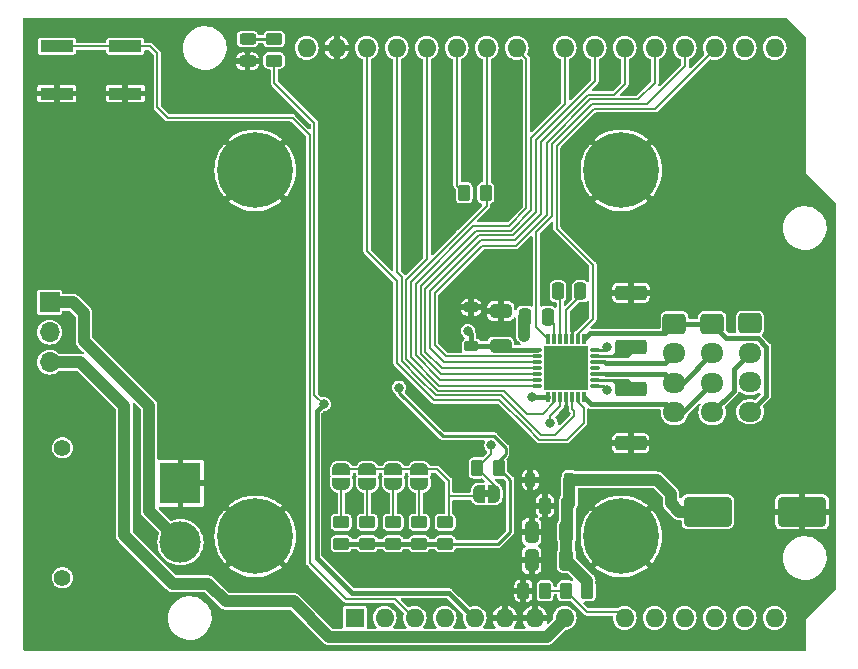
<source format=gbr>
%TF.GenerationSoftware,KiCad,Pcbnew,(7.0.0-0)*%
%TF.CreationDate,2023-04-23T15:23:44+02:00*%
%TF.ProjectId,tmc2209_devboard,746d6332-3230-4395-9f64-6576626f6172,rev?*%
%TF.SameCoordinates,Original*%
%TF.FileFunction,Copper,L1,Top*%
%TF.FilePolarity,Positive*%
%FSLAX46Y46*%
G04 Gerber Fmt 4.6, Leading zero omitted, Abs format (unit mm)*
G04 Created by KiCad (PCBNEW (7.0.0-0)) date 2023-04-23 15:23:44*
%MOMM*%
%LPD*%
G01*
G04 APERTURE LIST*
G04 Aperture macros list*
%AMRoundRect*
0 Rectangle with rounded corners*
0 $1 Rounding radius*
0 $2 $3 $4 $5 $6 $7 $8 $9 X,Y pos of 4 corners*
0 Add a 4 corners polygon primitive as box body*
4,1,4,$2,$3,$4,$5,$6,$7,$8,$9,$2,$3,0*
0 Add four circle primitives for the rounded corners*
1,1,$1+$1,$2,$3*
1,1,$1+$1,$4,$5*
1,1,$1+$1,$6,$7*
1,1,$1+$1,$8,$9*
0 Add four rect primitives between the rounded corners*
20,1,$1+$1,$2,$3,$4,$5,0*
20,1,$1+$1,$4,$5,$6,$7,0*
20,1,$1+$1,$6,$7,$8,$9,0*
20,1,$1+$1,$8,$9,$2,$3,0*%
%AMFreePoly0*
4,1,19,0.500000,-0.750000,0.000000,-0.750000,0.000000,-0.744911,-0.071157,-0.744911,-0.207708,-0.704816,-0.327430,-0.627875,-0.420627,-0.520320,-0.479746,-0.390866,-0.500000,-0.250000,-0.500000,0.250000,-0.479746,0.390866,-0.420627,0.520320,-0.327430,0.627875,-0.207708,0.704816,-0.071157,0.744911,0.000000,0.744911,0.000000,0.750000,0.500000,0.750000,0.500000,-0.750000,0.500000,-0.750000,
$1*%
%AMFreePoly1*
4,1,19,0.000000,0.744911,0.071157,0.744911,0.207708,0.704816,0.327430,0.627875,0.420627,0.520320,0.479746,0.390866,0.500000,0.250000,0.500000,-0.250000,0.479746,-0.390866,0.420627,-0.520320,0.327430,-0.627875,0.207708,-0.704816,0.071157,-0.744911,0.000000,-0.744911,0.000000,-0.750000,-0.500000,-0.750000,-0.500000,0.750000,0.000000,0.750000,0.000000,0.744911,0.000000,0.744911,
$1*%
G04 Aperture macros list end*
%TA.AperFunction,SMDPad,CuDef*%
%ADD10RoundRect,0.250000X0.450000X-0.262500X0.450000X0.262500X-0.450000X0.262500X-0.450000X-0.262500X0*%
%TD*%
%TA.AperFunction,SMDPad,CuDef*%
%ADD11RoundRect,0.250000X-0.250000X-0.475000X0.250000X-0.475000X0.250000X0.475000X-0.250000X0.475000X0*%
%TD*%
%TA.AperFunction,SMDPad,CuDef*%
%ADD12RoundRect,0.250000X0.262500X0.450000X-0.262500X0.450000X-0.262500X-0.450000X0.262500X-0.450000X0*%
%TD*%
%TA.AperFunction,SMDPad,CuDef*%
%ADD13FreePoly0,270.000000*%
%TD*%
%TA.AperFunction,SMDPad,CuDef*%
%ADD14FreePoly1,270.000000*%
%TD*%
%TA.AperFunction,SMDPad,CuDef*%
%ADD15R,2.800000X1.000000*%
%TD*%
%TA.AperFunction,SMDPad,CuDef*%
%ADD16RoundRect,0.250000X-1.750000X-1.000000X1.750000X-1.000000X1.750000X1.000000X-1.750000X1.000000X0*%
%TD*%
%TA.AperFunction,SMDPad,CuDef*%
%ADD17FreePoly0,180.000000*%
%TD*%
%TA.AperFunction,SMDPad,CuDef*%
%ADD18FreePoly1,180.000000*%
%TD*%
%TA.AperFunction,ComponentPad*%
%ADD19R,1.700000X1.700000*%
%TD*%
%TA.AperFunction,ComponentPad*%
%ADD20O,1.700000X1.700000*%
%TD*%
%TA.AperFunction,SMDPad,CuDef*%
%ADD21RoundRect,0.225000X0.225000X0.375000X-0.225000X0.375000X-0.225000X-0.375000X0.225000X-0.375000X0*%
%TD*%
%TA.AperFunction,SMDPad,CuDef*%
%ADD22RoundRect,0.250000X0.650000X-0.325000X0.650000X0.325000X-0.650000X0.325000X-0.650000X-0.325000X0*%
%TD*%
%TA.AperFunction,ComponentPad*%
%ADD23C,0.800000*%
%TD*%
%TA.AperFunction,ComponentPad*%
%ADD24C,6.400000*%
%TD*%
%TA.AperFunction,SMDPad,CuDef*%
%ADD25RoundRect,0.250000X-0.262500X-0.450000X0.262500X-0.450000X0.262500X0.450000X-0.262500X0.450000X0*%
%TD*%
%TA.AperFunction,SMDPad,CuDef*%
%ADD26RoundRect,0.250000X0.325000X0.650000X-0.325000X0.650000X-0.325000X-0.650000X0.325000X-0.650000X0*%
%TD*%
%TA.AperFunction,ComponentPad*%
%ADD27RoundRect,0.250000X-0.725000X0.600000X-0.725000X-0.600000X0.725000X-0.600000X0.725000X0.600000X0*%
%TD*%
%TA.AperFunction,ComponentPad*%
%ADD28O,1.950000X1.700000*%
%TD*%
%TA.AperFunction,SMDPad,CuDef*%
%ADD29RoundRect,0.250000X-1.075000X0.362500X-1.075000X-0.362500X1.075000X-0.362500X1.075000X0.362500X0*%
%TD*%
%TA.AperFunction,SMDPad,CuDef*%
%ADD30RoundRect,0.008100X-0.126900X0.396900X-0.126900X-0.396900X0.126900X-0.396900X0.126900X0.396900X0*%
%TD*%
%TA.AperFunction,SMDPad,CuDef*%
%ADD31RoundRect,0.027000X-0.378000X0.108000X-0.378000X-0.108000X0.378000X-0.108000X0.378000X0.108000X0*%
%TD*%
%TA.AperFunction,SMDPad,CuDef*%
%ADD32R,3.700000X3.700000*%
%TD*%
%TA.AperFunction,SMDPad,CuDef*%
%ADD33RoundRect,0.250000X0.250000X0.475000X-0.250000X0.475000X-0.250000X-0.475000X0.250000X-0.475000X0*%
%TD*%
%TA.AperFunction,ComponentPad*%
%ADD34C,1.400000*%
%TD*%
%TA.AperFunction,ComponentPad*%
%ADD35R,3.500000X3.500000*%
%TD*%
%TA.AperFunction,ComponentPad*%
%ADD36C,3.500000*%
%TD*%
%TA.AperFunction,SMDPad,CuDef*%
%ADD37RoundRect,0.243750X0.456250X-0.243750X0.456250X0.243750X-0.456250X0.243750X-0.456250X-0.243750X0*%
%TD*%
%TA.AperFunction,SMDPad,CuDef*%
%ADD38RoundRect,0.225000X0.375000X-0.225000X0.375000X0.225000X-0.375000X0.225000X-0.375000X-0.225000X0*%
%TD*%
%TA.AperFunction,SMDPad,CuDef*%
%ADD39RoundRect,0.250000X1.075000X-0.362500X1.075000X0.362500X-1.075000X0.362500X-1.075000X-0.362500X0*%
%TD*%
%TA.AperFunction,ComponentPad*%
%ADD40O,1.600000X1.600000*%
%TD*%
%TA.AperFunction,ComponentPad*%
%ADD41R,1.600000X1.600000*%
%TD*%
%TA.AperFunction,ViaPad*%
%ADD42C,0.800000*%
%TD*%
%TA.AperFunction,Conductor*%
%ADD43C,0.200000*%
%TD*%
%TA.AperFunction,Conductor*%
%ADD44C,0.400000*%
%TD*%
%TA.AperFunction,Conductor*%
%ADD45C,1.000000*%
%TD*%
%TA.AperFunction,Conductor*%
%ADD46C,0.250000*%
%TD*%
%TA.AperFunction,Conductor*%
%ADD47C,0.300000*%
%TD*%
G04 APERTURE END LIST*
%TO.C,JP5*%
G36*
X81850000Y-62700000D02*
G01*
X81350000Y-62700000D01*
X81350000Y-62100000D01*
X81850000Y-62100000D01*
X81850000Y-62700000D01*
G37*
%TD*%
D10*
%TO.P,R4,1*%
%TO.N,+5V*%
X63600000Y-25712500D03*
%TO.P,R4,2*%
%TO.N,Net-(D2-A)*%
X63600000Y-23887500D03*
%TD*%
D11*
%TO.P,C1,1*%
%TO.N,GND*%
X86525000Y-63400000D03*
%TO.P,C1,2*%
%TO.N,Vdrive*%
X88425000Y-63400000D03*
%TD*%
D10*
%TO.P,R5,1*%
%TO.N,Net-(D3-K)*%
X69300000Y-66625000D03*
%TO.P,R5,2*%
%TO.N,Net-(JP1-B)*%
X69300000Y-64800000D03*
%TD*%
D12*
%TO.P,R1,1*%
%TO.N,Vdrive*%
X90112500Y-70600000D03*
%TO.P,R1,2*%
%TO.N,voltage_detect*%
X88287500Y-70600000D03*
%TD*%
D13*
%TO.P,JP2,1,A*%
%TO.N,Net-(JP1-A)*%
X71500000Y-60300000D03*
D14*
%TO.P,JP2,2,B*%
%TO.N,Net-(JP2-B)*%
X71500000Y-61600000D03*
%TD*%
D15*
%TO.P,SW1,1,1*%
%TO.N,rst*%
X45199999Y-24499999D03*
X50999999Y-24499999D03*
%TO.P,SW1,2,2*%
%TO.N,GND*%
X45199999Y-28499999D03*
X50999999Y-28499999D03*
%TD*%
D16*
%TO.P,C4,2*%
%TO.N,GND*%
X108300000Y-63900000D03*
%TO.P,C4,1*%
%TO.N,Vdrive*%
X100300000Y-63900000D03*
%TD*%
D17*
%TO.P,JP5,1,A*%
%TO.N,Net-(JP5-A)*%
X82250000Y-62400000D03*
D18*
%TO.P,JP5,2,B*%
%TO.N,Net-(JP1-A)*%
X80950000Y-62400000D03*
%TD*%
D13*
%TO.P,JP1,1,A*%
%TO.N,Net-(JP1-A)*%
X69300000Y-60300000D03*
D14*
%TO.P,JP1,2,B*%
%TO.N,Net-(JP1-B)*%
X69300000Y-61600000D03*
%TD*%
D19*
%TO.P,J2,1,Pin_1*%
%TO.N,+28V*%
X44599999Y-46174999D03*
D20*
%TO.P,J2,2,Pin_2*%
%TO.N,Vdrive*%
X44599999Y-48714999D03*
%TO.P,J2,3,Pin_3*%
%TO.N,Net-(A1-VIN)*%
X44599999Y-51254999D03*
%TD*%
D10*
%TO.P,R9,1*%
%TO.N,Net-(D3-K)*%
X78100000Y-66625000D03*
%TO.P,R9,2*%
%TO.N,Net-(JP1-A)*%
X78100000Y-64800000D03*
%TD*%
D21*
%TO.P,D1,1,K*%
%TO.N,Vdrive*%
X88600000Y-61200000D03*
%TO.P,D1,2,A*%
%TO.N,GND*%
X85300000Y-61200000D03*
%TD*%
D12*
%TO.P,R13,1*%
%TO.N,Net-(D3-K)*%
X82612500Y-60200000D03*
%TO.P,R13,2*%
%TO.N,Net-(JP5-A)*%
X80787500Y-60200000D03*
%TD*%
D22*
%TO.P,C8,1*%
%TO.N,Net-(D3-K)*%
X82782500Y-49875000D03*
%TO.P,C8,2*%
%TO.N,GND*%
X82782500Y-46925000D03*
%TD*%
D23*
%TO.P,H4,1,1*%
%TO.N,GND*%
X59600000Y-35000000D03*
X60302944Y-33302944D03*
X60302944Y-36697056D03*
X62000000Y-32600000D03*
D24*
X62000000Y-35000000D03*
D23*
X62000000Y-37400000D03*
X63697056Y-33302944D03*
X63697056Y-36697056D03*
X64400000Y-35000000D03*
%TD*%
D13*
%TO.P,JP3,1,A*%
%TO.N,Net-(JP1-A)*%
X73700000Y-60300000D03*
D14*
%TO.P,JP3,2,B*%
%TO.N,Net-(JP3-B)*%
X73700000Y-61600000D03*
%TD*%
D23*
%TO.P,H3,1,1*%
%TO.N,GND*%
X59600000Y-66000000D03*
X60302944Y-64302944D03*
X60302944Y-67697056D03*
X62000000Y-63600000D03*
D24*
X62000000Y-66000000D03*
D23*
X62000000Y-68400000D03*
X63697056Y-64302944D03*
X63697056Y-67697056D03*
X64400000Y-66000000D03*
%TD*%
D25*
%TO.P,R10,1*%
%TO.N,MOT_UART_TX*%
X79687500Y-36900000D03*
%TO.P,R10,2*%
%TO.N,MOT_UART_RX*%
X81512500Y-36900000D03*
%TD*%
D26*
%TO.P,C3,1*%
%TO.N,Vdrive*%
X88350000Y-68000000D03*
%TO.P,C3,2*%
%TO.N,GND*%
X85400000Y-68000000D03*
%TD*%
D27*
%TO.P,J5,1,Pin_1*%
%TO.N,OB2*%
X97500000Y-48000000D03*
D28*
%TO.P,J5,2,Pin_2*%
%TO.N,OB1*%
X97499999Y-50499999D03*
%TO.P,J5,3,Pin_3*%
%TO.N,OA1*%
X97499999Y-52999999D03*
%TO.P,J5,4,Pin_4*%
%TO.N,OA2*%
X97499999Y-55499999D03*
%TD*%
D29*
%TO.P,R12,1*%
%TO.N,GND*%
X93817500Y-45375000D03*
%TO.P,R12,2*%
%TO.N,Net-(U1-BRB)*%
X93817500Y-50000000D03*
%TD*%
D10*
%TO.P,R7,1*%
%TO.N,Net-(D3-K)*%
X73700000Y-66625000D03*
%TO.P,R7,2*%
%TO.N,Net-(JP3-B)*%
X73700000Y-64800000D03*
%TD*%
%TO.P,R6,1*%
%TO.N,Net-(D3-K)*%
X71500000Y-66625000D03*
%TO.P,R6,2*%
%TO.N,Net-(JP2-B)*%
X71500000Y-64800000D03*
%TD*%
D11*
%TO.P,C6,1*%
%TO.N,Net-(U1-CPI)*%
X87632500Y-45250000D03*
%TO.P,C6,2*%
%TO.N,Net-(U1-CPO)*%
X89532500Y-45250000D03*
%TD*%
D30*
%TO.P,U1,1,OB2*%
%TO.N,OB2*%
X89832500Y-49300000D03*
%TO.P,U1,2,~{EN}*%
%TO.N,MOT_ENABLE*%
X89332500Y-49300000D03*
%TO.P,U1,3,GND*%
%TO.N,GND*%
X88832500Y-49300000D03*
%TO.P,U1,4,CPO*%
%TO.N,Net-(U1-CPO)*%
X88332500Y-49300000D03*
%TO.P,U1,5,CPI*%
%TO.N,Net-(U1-CPI)*%
X87832500Y-49300000D03*
%TO.P,U1,6,VCP*%
%TO.N,Net-(U1-VCP)*%
X87332500Y-49300000D03*
%TO.P,U1,7,SPREAD*%
%TO.N,MOT_SPREAD*%
X86832500Y-49300000D03*
D31*
%TO.P,U1,8,5VOUT*%
%TO.N,Net-(D3-K)*%
X85882500Y-50250000D03*
%TO.P,U1,9,MS1_AD0*%
%TO.N,MOT_MS1*%
X85882500Y-50750000D03*
%TO.P,U1,10,MS2_AD1*%
%TO.N,MOT_MS2*%
X85882500Y-51250000D03*
%TO.P,U1,11,DIAG*%
%TO.N,MOT_DIAG*%
X85882500Y-51750000D03*
%TO.P,U1,12,INDEX*%
%TO.N,MOT_INDEX*%
X85882500Y-52250000D03*
%TO.P,U1,13,CLK*%
%TO.N,MOT_CLK*%
X85882500Y-52750000D03*
%TO.P,U1,14,~{PD~{_UART}*%
%TO.N,MOT_UART_RX*%
X85882500Y-53250000D03*
D30*
%TO.P,U1,15,VCC_IO*%
%TO.N,+5V*%
X86832500Y-54200000D03*
%TO.P,U1,16,STEP*%
%TO.N,MOT_STEP*%
X87332500Y-54200000D03*
%TO.P,U1,17,VREF*%
%TO.N,Net-(JP5-A)*%
X87832500Y-54200000D03*
%TO.P,U1,18,GND*%
%TO.N,GND*%
X88332500Y-54200000D03*
%TO.P,U1,19,DIR*%
%TO.N,MOT_DIR*%
X88832500Y-54200000D03*
%TO.P,U1,20,STDBY*%
%TO.N,MOT_STANDBY*%
X89332500Y-54200000D03*
%TO.P,U1,21,OA2*%
%TO.N,OA2*%
X89832500Y-54200000D03*
D31*
%TO.P,U1,22,VS*%
%TO.N,Vdrive*%
X90782500Y-53250000D03*
%TO.P,U1,23,BRA*%
%TO.N,Net-(U1-BRA)*%
X90782500Y-52750000D03*
%TO.P,U1,24,OA1*%
%TO.N,OA1*%
X90782500Y-52250000D03*
%TO.P,U1,25,NC*%
%TO.N,unconnected-(U1-NC-Pad25)*%
X90782500Y-51750000D03*
%TO.P,U1,26,OB1*%
%TO.N,OB1*%
X90782500Y-51250000D03*
%TO.P,U1,27,BRB*%
%TO.N,Net-(U1-BRB)*%
X90782500Y-50750000D03*
%TO.P,U1,28,VS*%
%TO.N,Vdrive*%
X90782500Y-50250000D03*
D32*
%TO.P,U1,29,EXP*%
%TO.N,unconnected-(U1-EXP-Pad29)*%
X88332499Y-51749999D03*
%TD*%
D26*
%TO.P,C2,1*%
%TO.N,Vdrive*%
X88350000Y-65600000D03*
%TO.P,C2,2*%
%TO.N,GND*%
X85400000Y-65600000D03*
%TD*%
D33*
%TO.P,C7,1*%
%TO.N,Net-(U1-VCP)*%
X86750000Y-47400000D03*
%TO.P,C7,2*%
%TO.N,Vdrive*%
X84850000Y-47400000D03*
%TD*%
D34*
%TO.P,J1,*%
%TO.N,*%
X45675000Y-69500000D03*
X45675000Y-58500000D03*
D35*
%TO.P,J1,1,Pin_1*%
%TO.N,GND*%
X55674999Y-61499999D03*
D36*
%TO.P,J1,2,Pin_2*%
%TO.N,+28V*%
X55675000Y-66500000D03*
%TD*%
D37*
%TO.P,D2,1,K*%
%TO.N,GND*%
X61350000Y-25762500D03*
%TO.P,D2,2,A*%
%TO.N,Net-(D2-A)*%
X61350000Y-23887500D03*
%TD*%
D23*
%TO.P,H2,1,1*%
%TO.N,GND*%
X90600000Y-66000000D03*
X91302944Y-64302944D03*
X91302944Y-67697056D03*
X93000000Y-63600000D03*
D24*
X93000000Y-66000000D03*
D23*
X93000000Y-68400000D03*
X94697056Y-64302944D03*
X94697056Y-67697056D03*
X95400000Y-66000000D03*
%TD*%
D10*
%TO.P,R8,1*%
%TO.N,Net-(D3-K)*%
X75900000Y-66625000D03*
%TO.P,R8,2*%
%TO.N,Net-(JP4-B)*%
X75900000Y-64800000D03*
%TD*%
D13*
%TO.P,JP4,1,A*%
%TO.N,Net-(JP1-A)*%
X75900000Y-60300000D03*
D14*
%TO.P,JP4,2,B*%
%TO.N,Net-(JP4-B)*%
X75900000Y-61600000D03*
%TD*%
D27*
%TO.P,J4,1,Pin_1*%
%TO.N,OA1*%
X103900000Y-47950000D03*
D28*
%TO.P,J4,2,Pin_2*%
%TO.N,OB1*%
X103899999Y-50449999D03*
%TO.P,J4,3,Pin_3*%
%TO.N,OA2*%
X103899999Y-52949999D03*
%TO.P,J4,4,Pin_4*%
%TO.N,OB2*%
X103899999Y-55449999D03*
%TD*%
D38*
%TO.P,D3,1,K*%
%TO.N,Net-(D3-K)*%
X80282500Y-49900000D03*
%TO.P,D3,2,A*%
%TO.N,GND*%
X80282500Y-46600000D03*
%TD*%
D12*
%TO.P,R2,1*%
%TO.N,voltage_detect*%
X86537500Y-70600000D03*
%TO.P,R2,2*%
%TO.N,GND*%
X84712500Y-70600000D03*
%TD*%
D39*
%TO.P,R11,1*%
%TO.N,GND*%
X93800000Y-58112500D03*
%TO.P,R11,2*%
%TO.N,Net-(U1-BRA)*%
X93800000Y-53487500D03*
%TD*%
D23*
%TO.P,H1,1,1*%
%TO.N,GND*%
X90600000Y-35000000D03*
X91302944Y-33302944D03*
X91302944Y-36697056D03*
X93000000Y-32600000D03*
D24*
X93000000Y-35000000D03*
D23*
X93000000Y-37400000D03*
X94697056Y-33302944D03*
X94697056Y-36697056D03*
X95400000Y-35000000D03*
%TD*%
D27*
%TO.P,J6,1,Pin_1*%
%TO.N,OB2*%
X100700000Y-48000000D03*
D28*
%TO.P,J6,2,Pin_2*%
%TO.N,OA1*%
X100699999Y-50499999D03*
%TO.P,J6,3,Pin_3*%
%TO.N,OA2*%
X100699999Y-52999999D03*
%TO.P,J6,4,Pin_4*%
%TO.N,OB1*%
X100699999Y-55499999D03*
%TD*%
D40*
%TO.P,A1,30,AREF*%
%TO.N,unconnected-(A1-AREF-Pad30)*%
X66372499Y-24639999D03*
%TO.P,A1,29,GND*%
%TO.N,GND*%
X68912499Y-24639999D03*
%TO.P,A1,28,D13*%
%TO.N,MOT_STANDBY*%
X71452499Y-24639999D03*
%TO.P,A1,27,D12*%
%TO.N,MOT_DIR*%
X73992499Y-24639999D03*
%TO.P,A1,26,D11*%
%TO.N,MOT_STEP*%
X76532499Y-24639999D03*
%TO.P,A1,25,D10*%
%TO.N,MOT_UART_TX*%
X79072499Y-24639999D03*
%TO.P,A1,24,D9*%
%TO.N,MOT_UART_RX*%
X81612499Y-24639999D03*
%TO.P,A1,23,D8*%
%TO.N,MOT_CLK*%
X84152499Y-24639999D03*
%TO.P,A1,22,D7*%
%TO.N,MOT_INDEX*%
X88212499Y-24639999D03*
%TO.P,A1,21,D6*%
%TO.N,MOT_DIAG*%
X90752499Y-24639999D03*
%TO.P,A1,20,D5*%
%TO.N,MOT_MS2*%
X93292499Y-24639999D03*
%TO.P,A1,19,D4*%
%TO.N,MOT_MS1*%
X95832499Y-24639999D03*
%TO.P,A1,18,D3*%
%TO.N,MOT_SPREAD*%
X98372499Y-24639999D03*
%TO.P,A1,17,D2*%
%TO.N,MOT_ENABLE*%
X100912499Y-24639999D03*
%TO.P,A1,16,D1/TX*%
%TO.N,unconnected-(A1-D1{slash}TX-Pad16)*%
X103452499Y-24639999D03*
%TO.P,A1,15,D0/RX*%
%TO.N,unconnected-(A1-D0{slash}RX-Pad15)*%
X105992499Y-24639999D03*
%TO.P,A1,14,SCL/A5*%
%TO.N,unconnected-(A1-SCL{slash}A5-Pad14)*%
X105992499Y-72899999D03*
%TO.P,A1,13,SDA/A4*%
%TO.N,unconnected-(A1-SDA{slash}A4-Pad13)*%
X103452499Y-72899999D03*
%TO.P,A1,12,A3*%
%TO.N,unconnected-(A1-A3-Pad12)*%
X100912499Y-72899999D03*
%TO.P,A1,11,A2*%
%TO.N,unconnected-(A1-A2-Pad11)*%
X98372499Y-72899999D03*
%TO.P,A1,10,A1*%
%TO.N,unconnected-(A1-A1-Pad10)*%
X95832499Y-72899999D03*
%TO.P,A1,9,A0*%
%TO.N,voltage_detect*%
X93292499Y-72899999D03*
%TO.P,A1,8,VIN*%
%TO.N,Net-(A1-VIN)*%
X88212499Y-72899999D03*
%TO.P,A1,7,GND*%
%TO.N,GND*%
X85672499Y-72899999D03*
%TO.P,A1,6,GND*%
X83132499Y-72899999D03*
%TO.P,A1,5,+5V*%
%TO.N,+5V*%
X80592499Y-72899999D03*
%TO.P,A1,4,3V3*%
%TO.N,+3V3*%
X78052499Y-72899999D03*
%TO.P,A1,3,~{RESET}*%
%TO.N,rst*%
X75512499Y-72899999D03*
%TO.P,A1,2,IOREF*%
%TO.N,unconnected-(A1-IOREF-Pad2)*%
X72972499Y-72899999D03*
D41*
%TO.P,A1,1,NC*%
%TO.N,unconnected-(A1-NC-Pad1)*%
X70432499Y-72899999D03*
%TD*%
D42*
%TO.N,+5V*%
X85400000Y-54200000D03*
X67800000Y-54800000D03*
%TO.N,GND*%
X107782500Y-52900000D03*
X68700000Y-58800000D03*
X60000000Y-74000000D03*
X97000000Y-26600000D03*
X82800000Y-42600000D03*
X107782500Y-48900000D03*
X80200000Y-33000000D03*
X68500000Y-38050000D03*
X95800000Y-62800000D03*
X99900000Y-57500000D03*
X86725000Y-43200000D03*
X96600000Y-30600000D03*
X68600000Y-32000000D03*
X84000000Y-36600000D03*
X99800000Y-45700000D03*
X72600000Y-63500000D03*
X98900000Y-67700000D03*
X82400000Y-71200000D03*
X52800000Y-32600000D03*
X47800000Y-55600000D03*
X90000000Y-58400000D03*
X52100000Y-26600000D03*
X83400000Y-70600000D03*
X91600000Y-47800000D03*
X68200000Y-63600000D03*
X75200000Y-27000000D03*
X103500000Y-57500000D03*
X70200000Y-37200000D03*
X93000000Y-41600000D03*
X84200000Y-60000000D03*
X45200000Y-30200000D03*
X55200000Y-49300000D03*
X91200000Y-31000000D03*
X78200000Y-47200000D03*
X72800000Y-46000000D03*
X98500000Y-61100000D03*
X84100000Y-57900000D03*
X81800000Y-56300000D03*
X98800000Y-34400000D03*
X53700000Y-23200000D03*
X53200000Y-30600000D03*
X90600000Y-56000000D03*
X57200000Y-29100000D03*
X77100000Y-63600000D03*
X70500000Y-63500000D03*
X72250000Y-57250000D03*
X61200000Y-56500000D03*
X78000000Y-27000000D03*
X70800000Y-69200000D03*
X96600000Y-68800000D03*
X88600000Y-33800000D03*
X65900000Y-27700000D03*
X75400000Y-39400000D03*
X90600000Y-62600000D03*
X93900000Y-43200000D03*
X52200000Y-74000000D03*
X97000000Y-39200000D03*
X59900000Y-22900000D03*
X86400000Y-29800000D03*
X49200000Y-60000000D03*
X83800000Y-27000000D03*
X72600000Y-26800000D03*
X78700000Y-56600000D03*
X78200000Y-59100000D03*
X102200000Y-37800000D03*
X74800000Y-63600000D03*
X79200000Y-68600000D03*
X62700000Y-29200000D03*
X51000000Y-30200000D03*
X68800000Y-27000000D03*
X89800000Y-43600000D03*
X69000000Y-52250000D03*
X82800000Y-45800000D03*
X70400000Y-29200000D03*
X105400000Y-31400000D03*
X55400000Y-35000000D03*
X82800000Y-38600000D03*
X95800000Y-59600000D03*
X89200000Y-39400000D03*
X84000000Y-66800000D03*
X104300000Y-62300000D03*
X89600000Y-26800000D03*
X65600000Y-48200000D03*
X99600000Y-28000000D03*
X65400000Y-60200000D03*
X101600000Y-61700000D03*
X110250000Y-59750000D03*
X72400000Y-39600000D03*
X104400000Y-67000000D03*
X56200000Y-27600000D03*
X82600000Y-32200000D03*
X107782500Y-56650000D03*
X66200000Y-68800000D03*
X46200000Y-73800000D03*
X78600000Y-49400000D03*
X46600000Y-36900000D03*
X65500000Y-54800000D03*
X106700000Y-45900000D03*
X78200000Y-39000000D03*
X95800000Y-43800000D03*
X106800000Y-27000000D03*
X79400000Y-63600000D03*
X94400000Y-26600000D03*
X91600000Y-45400000D03*
X93900000Y-47300000D03*
X86600000Y-27000000D03*
X107200000Y-35200000D03*
X68200000Y-45200000D03*
X92200000Y-26800000D03*
X84100000Y-67900000D03*
X102600000Y-27400000D03*
X80400000Y-26900000D03*
X70800000Y-43200000D03*
X96500000Y-58200000D03*
X95700000Y-46900000D03*
X54800000Y-31800000D03*
X87000000Y-40800000D03*
X93900000Y-59700000D03*
X77400000Y-69700000D03*
X86900000Y-59000000D03*
X76900000Y-71800000D03*
X90800000Y-74600000D03*
X55300000Y-25800000D03*
X80200000Y-45400000D03*
X106800000Y-61600000D03*
X90500000Y-59600000D03*
X89600000Y-46800000D03*
X49600000Y-68000000D03*
X68600000Y-71600000D03*
X84600000Y-63800000D03*
X62400000Y-49700000D03*
X48800000Y-34600000D03*
X93800000Y-56200000D03*
X110200000Y-44000000D03*
X103200000Y-45700000D03*
X80400000Y-58400000D03*
X96500000Y-45300000D03*
X96000000Y-56800000D03*
X44800000Y-33600000D03*
X65000000Y-74000000D03*
X55600000Y-23000000D03*
X108500000Y-44000000D03*
X89200000Y-47700000D03*
X48000000Y-23200000D03*
X88200000Y-55600000D03*
X84000000Y-69200000D03*
%TO.N,Vdrive*%
X84800000Y-49000000D03*
X91800000Y-50000000D03*
X90900000Y-61200000D03*
X90100000Y-61200000D03*
X91800000Y-53600000D03*
%TO.N,Net-(JP5-A)*%
X82000000Y-58300000D03*
X87000000Y-56400000D03*
X87000000Y-56400000D03*
%TO.N,Net-(D3-K)*%
X80000000Y-48600000D03*
X74200000Y-53400000D03*
%TO.N,unconnected-(U1-EXP-Pad29)*%
X89600000Y-53000000D03*
X88400000Y-50600000D03*
X88400000Y-51800000D03*
X89600000Y-51800000D03*
X88400000Y-53000000D03*
X87200000Y-51800000D03*
X87200000Y-50600000D03*
X89600000Y-50600000D03*
X87200000Y-53000000D03*
%TD*%
D43*
%TO.N,rst*%
X69689950Y-71300000D02*
X73830000Y-71300000D01*
X53700000Y-25100000D02*
X53700000Y-29662500D01*
X66600000Y-68210050D02*
X69689950Y-71300000D01*
X66600000Y-32000000D02*
X66600000Y-68210050D01*
X54600000Y-30562500D02*
X65162500Y-30562500D01*
X53100000Y-24500000D02*
X53700000Y-25100000D01*
X73830000Y-71300000D02*
X75530000Y-73000000D01*
X53700000Y-29662500D02*
X54600000Y-30562500D01*
X45200000Y-24500000D02*
X51000000Y-24500000D01*
X51000000Y-24500000D02*
X53100000Y-24500000D01*
X65162500Y-30562500D02*
X66600000Y-32000000D01*
D44*
%TO.N,+5V*%
X85400000Y-54200000D02*
X86797500Y-54200000D01*
X67200000Y-59600000D02*
X67200000Y-58900000D01*
D43*
X67000000Y-32400000D02*
X67000000Y-54000000D01*
X63600000Y-27589950D02*
X63600000Y-25712500D01*
X67000000Y-54000000D02*
X67800000Y-54800000D01*
D44*
X78410000Y-70800000D02*
X70200000Y-70800000D01*
D43*
X67000000Y-30989950D02*
X63600000Y-27589950D01*
D44*
X67200000Y-55400000D02*
X67800000Y-54800000D01*
D43*
X67000000Y-32400000D02*
X67000000Y-30989950D01*
D44*
X67200000Y-59600000D02*
X67200000Y-55400000D01*
X80610000Y-73000000D02*
X78410000Y-70800000D01*
X67400000Y-55200000D02*
X67800000Y-54800000D01*
X67200000Y-67800000D02*
X67200000Y-59600000D01*
D43*
X67000000Y-31800000D02*
X67000000Y-32400000D01*
D44*
X70200000Y-70800000D02*
X67200000Y-67800000D01*
D45*
%TO.N,Net-(A1-VIN)*%
X50920000Y-65920000D02*
X50920000Y-55000000D01*
X68250000Y-74500000D02*
X65250000Y-71500000D01*
X47175000Y-51255000D02*
X44600000Y-51255000D01*
X58000000Y-70000000D02*
X55000000Y-70000000D01*
X65250000Y-71500000D02*
X59500000Y-71500000D01*
X55000000Y-70000000D02*
X50920000Y-65920000D01*
X86730000Y-74500000D02*
X68250000Y-74500000D01*
X50920000Y-55000000D02*
X47175000Y-51255000D01*
X59500000Y-71500000D02*
X58000000Y-70000000D01*
X88230000Y-73000000D02*
X86730000Y-74500000D01*
D43*
%TO.N,MOT_INDEX*%
X85369999Y-32260001D02*
X85369999Y-38395687D01*
X76000000Y-50515686D02*
X77734314Y-52250000D01*
X77734314Y-52250000D02*
X85882500Y-52250000D01*
X76000000Y-44800000D02*
X76000000Y-50515686D01*
X80682843Y-40117157D02*
X76000000Y-44800000D01*
X88230000Y-29400000D02*
X85369999Y-32260001D01*
X85369999Y-38395687D02*
X83648529Y-40117157D01*
X88230000Y-24740000D02*
X88230000Y-29400000D01*
X83648529Y-40117157D02*
X80682843Y-40117157D01*
%TO.N,MOT_DIR*%
X75910786Y-52689214D02*
X77271572Y-54050000D01*
X88832500Y-55242550D02*
X88832500Y-54200000D01*
X75910786Y-52689214D02*
X74400000Y-51178428D01*
X89000000Y-55800000D02*
X89000000Y-55410050D01*
X82850000Y-54050000D02*
X86200000Y-57400000D01*
X74010000Y-43610000D02*
X74010000Y-24740000D01*
X87400000Y-57400000D02*
X89000000Y-55800000D01*
X77271572Y-54050000D02*
X82850000Y-54050000D01*
X89000000Y-55410050D02*
X88832500Y-55242550D01*
X74400000Y-51178428D02*
X74400000Y-44000000D01*
X86200000Y-57400000D02*
X87400000Y-57400000D01*
X75910785Y-52689214D02*
X75910786Y-52689214D01*
X74400000Y-44000000D02*
X74010000Y-43610000D01*
%TO.N,MOT_STEP*%
X87332500Y-54659519D02*
X87332500Y-54200000D01*
X77437257Y-53650000D02*
X83050000Y-53650000D01*
X74800000Y-51012743D02*
X77437257Y-53650000D01*
X76550000Y-42518628D02*
X74800000Y-44268628D01*
X74800000Y-44268628D02*
X74800000Y-51012743D01*
X85000000Y-55600000D02*
X86392019Y-55600000D01*
X83050000Y-53650000D02*
X85000000Y-55600000D01*
X76550000Y-24740000D02*
X76550000Y-42518628D01*
X86392019Y-55600000D02*
X87332500Y-54659519D01*
%TO.N,MOT_STANDBY*%
X89332500Y-54659519D02*
X89332500Y-54200000D01*
X84917157Y-56682843D02*
X86034315Y-57800000D01*
X86034315Y-57800000D02*
X88400000Y-57800000D01*
X76127943Y-53472057D02*
X77105887Y-54450000D01*
X82400000Y-54450000D02*
X82684314Y-54450000D01*
X88400000Y-57800000D02*
X89800000Y-56400000D01*
X74000000Y-44400000D02*
X74000000Y-51344114D01*
X89367500Y-54235000D02*
X89367500Y-54442107D01*
X89800000Y-55127019D02*
X89332500Y-54659519D01*
X74000000Y-51344114D02*
X76127943Y-53472057D01*
X89800000Y-56400000D02*
X89800000Y-55127019D01*
X89332500Y-54200000D02*
X89367500Y-54235000D01*
X71470000Y-41870000D02*
X74000000Y-44400000D01*
X82684314Y-54450000D02*
X84917157Y-56682843D01*
X77105887Y-54450000D02*
X82400000Y-54450000D01*
X71470000Y-24740000D02*
X71470000Y-41870000D01*
%TO.N,MOT_CLK*%
X77668628Y-52750000D02*
X75600000Y-50681371D01*
X84969999Y-38230001D02*
X84969999Y-25539999D01*
X84969999Y-25539999D02*
X84170000Y-24740000D01*
X75600000Y-44600000D02*
X80482843Y-39717157D01*
X80482843Y-39717157D02*
X83482843Y-39717157D01*
X75600000Y-50681371D02*
X75600000Y-44600000D01*
X83482843Y-39717157D02*
X84969999Y-38230001D01*
X85882500Y-52750000D02*
X77668628Y-52750000D01*
%TO.N,MOT_SPREAD*%
X90497058Y-29400000D02*
X87148529Y-32748529D01*
X87148529Y-38879900D02*
X85800000Y-40228428D01*
X85800000Y-40228428D02*
X85800000Y-48267500D01*
X98390000Y-24740000D02*
X98390000Y-26200000D01*
X98390000Y-26200000D02*
X95190000Y-29400000D01*
X95190000Y-29400000D02*
X90497058Y-29400000D01*
X87148529Y-32748529D02*
X87148529Y-38879900D01*
X85800000Y-48267500D02*
X86832500Y-49300000D01*
%TO.N,MOT_MS1*%
X78150000Y-50750000D02*
X85882500Y-50750000D01*
X94450000Y-29000000D02*
X90331372Y-29000000D01*
X77200000Y-49800000D02*
X78150000Y-50750000D01*
X84062743Y-41400000D02*
X81200000Y-41400000D01*
X90331372Y-29000000D02*
X86665686Y-32665686D01*
X86665686Y-32665686D02*
X86665686Y-38797057D01*
X95850000Y-24740000D02*
X95850000Y-27600000D01*
X95850000Y-27600000D02*
X94450000Y-29000000D01*
X86665686Y-38797057D02*
X84062743Y-41400000D01*
X77200000Y-45400000D02*
X77200000Y-49800000D01*
X81200000Y-41400000D02*
X77200000Y-45400000D01*
%TO.N,MOT_MS2*%
X76800000Y-45234314D02*
X81117157Y-40917157D01*
X76800000Y-50050000D02*
X76800000Y-45234314D01*
X92400000Y-28600000D02*
X93310000Y-27690000D01*
X93310000Y-27690000D02*
X93310000Y-24740000D01*
X83979901Y-40917157D02*
X86200000Y-38697058D01*
X78000000Y-51250000D02*
X76800000Y-50050000D01*
X86200000Y-38697058D02*
X86200000Y-32565686D01*
X81117157Y-40917157D02*
X83979901Y-40917157D01*
X85882500Y-51250000D02*
X78000000Y-51250000D01*
X90165686Y-28600000D02*
X92400000Y-28600000D01*
X86200000Y-32565686D02*
X90165686Y-28600000D01*
%TO.N,MOT_DIAG*%
X76400000Y-50350000D02*
X76400000Y-45068629D01*
X85882500Y-51750000D02*
X77800000Y-51750000D01*
X80951471Y-40517157D02*
X83814215Y-40517157D01*
X85800000Y-38531372D02*
X85800000Y-32400000D01*
X85800000Y-32400000D02*
X90770000Y-27430000D01*
X83814215Y-40517157D02*
X85800000Y-38531372D01*
X76400000Y-45068629D02*
X80951471Y-40517157D01*
X90770000Y-27430000D02*
X90770000Y-24740000D01*
X77800000Y-51750000D02*
X76400000Y-50350000D01*
%TO.N,MOT_ENABLE*%
X90662744Y-29800000D02*
X95870000Y-29800000D01*
X87548529Y-32914215D02*
X90662744Y-29800000D01*
X89332500Y-49300000D02*
X89332500Y-48840481D01*
X90600000Y-43000000D02*
X87548529Y-39948529D01*
X90600000Y-47572981D02*
X90600000Y-43000000D01*
X95870000Y-29800000D02*
X100930000Y-24740000D01*
X87548529Y-39948529D02*
X87548529Y-32914215D01*
X89332500Y-48840481D02*
X90600000Y-47572981D01*
D46*
%TO.N,Vdrive*%
X91550000Y-50250000D02*
X91800000Y-50000000D01*
D45*
X84800000Y-47450000D02*
X84850000Y-47400000D01*
X90112500Y-69762500D02*
X90112500Y-70600000D01*
X88600000Y-61200000D02*
X88600000Y-63225000D01*
X88425000Y-63400000D02*
X88425000Y-65525000D01*
X96000000Y-61200000D02*
X97200000Y-62400000D01*
X88350000Y-68000000D02*
X90112500Y-69762500D01*
D46*
X90782500Y-50250000D02*
X91550000Y-50250000D01*
D45*
X88425000Y-65525000D02*
X88350000Y-65600000D01*
X97900000Y-63900000D02*
X97200000Y-63200000D01*
D46*
X90782500Y-53250000D02*
X91450000Y-53250000D01*
D45*
X88350000Y-65600000D02*
X88350000Y-68000000D01*
X88600000Y-63225000D02*
X88425000Y-63400000D01*
X97200000Y-63200000D02*
X97200000Y-62400000D01*
X91000000Y-61200000D02*
X93000000Y-61200000D01*
X88600000Y-61200000D02*
X91000000Y-61200000D01*
X84800000Y-49000000D02*
X84800000Y-47450000D01*
X100300000Y-63900000D02*
X97900000Y-63900000D01*
X93000000Y-61200000D02*
X96000000Y-61200000D01*
D46*
X91450000Y-53250000D02*
X91800000Y-53600000D01*
D45*
%TO.N,+28V*%
X53000000Y-59000000D02*
X53000000Y-63825000D01*
X53000000Y-63825000D02*
X55675000Y-66500000D01*
X53000000Y-54922968D02*
X53000000Y-59000000D01*
X46575000Y-46175000D02*
X47500000Y-47100000D01*
X47500000Y-49422968D02*
X53000000Y-54922968D01*
X44600000Y-46175000D02*
X46575000Y-46175000D01*
X47500000Y-47100000D02*
X47500000Y-49422968D01*
D43*
%TO.N,Net-(U1-CPO)*%
X88332500Y-46867500D02*
X88332500Y-49300000D01*
X89532500Y-45667500D02*
X88332500Y-46867500D01*
X89532500Y-45250000D02*
X89532500Y-45667500D01*
%TO.N,Net-(JP1-A)*%
X77400000Y-60300000D02*
X75900000Y-60300000D01*
X78400000Y-64800000D02*
X78400000Y-62600000D01*
X69300000Y-60300000D02*
X75900000Y-60300000D01*
X78400000Y-61300000D02*
X77400000Y-60300000D01*
X80750000Y-62600000D02*
X80950000Y-62400000D01*
X78400000Y-62600000D02*
X78400000Y-61300000D01*
X78400000Y-62600000D02*
X80750000Y-62600000D01*
%TO.N,Net-(JP1-B)*%
X69300000Y-64800000D02*
X69300000Y-61600000D01*
%TO.N,Net-(JP2-B)*%
X71500000Y-64800000D02*
X71500000Y-61600000D01*
%TO.N,Net-(JP3-B)*%
X73700000Y-64800000D02*
X73700000Y-61600000D01*
%TO.N,Net-(JP4-B)*%
X75900000Y-64800000D02*
X75900000Y-61600000D01*
%TO.N,Net-(JP5-A)*%
X82000000Y-58300000D02*
X82000000Y-58987500D01*
X82000000Y-58987500D02*
X80787500Y-60200000D01*
X80787500Y-60200000D02*
X82250000Y-61662500D01*
X82250000Y-61662500D02*
X82250000Y-62400000D01*
X87832500Y-54977550D02*
X87000000Y-55810050D01*
X87000000Y-55810050D02*
X87000000Y-56400000D01*
X87832500Y-54200000D02*
X87832500Y-54977550D01*
X80787500Y-60200000D02*
X80787500Y-60513236D01*
%TO.N,MOT_UART_TX*%
X79090000Y-24740000D02*
X79090000Y-26802500D01*
X79090000Y-36302500D02*
X79687500Y-36900000D01*
X79090000Y-24740000D02*
X79090000Y-36302500D01*
%TO.N,MOT_UART_RX*%
X81600000Y-38000000D02*
X81600000Y-36987500D01*
X81630000Y-36782500D02*
X81512500Y-36900000D01*
X75200000Y-50847057D02*
X77602943Y-53250000D01*
X79317157Y-40317157D02*
X79317157Y-40282843D01*
X79317157Y-40282843D02*
X81600000Y-38000000D01*
X81630000Y-24740000D02*
X81630000Y-28970000D01*
X81600000Y-36987500D02*
X81512500Y-36900000D01*
X81630000Y-28970000D02*
X81600000Y-29000000D01*
X75200000Y-44434314D02*
X75200000Y-50847057D01*
X79317157Y-40317157D02*
X75200000Y-44434314D01*
X77602943Y-53250000D02*
X85882500Y-53250000D01*
X81630000Y-24740000D02*
X81630000Y-36782500D01*
%TO.N,Net-(U1-CPI)*%
X87832500Y-45450000D02*
X87632500Y-45250000D01*
X87832500Y-49300000D02*
X87832500Y-45450000D01*
%TO.N,Net-(U1-VCP)*%
X87332500Y-49300000D02*
X87332500Y-47982500D01*
X87332500Y-47982500D02*
X86750000Y-47400000D01*
%TO.N,voltage_detect*%
X88287500Y-70600000D02*
X90087500Y-72400000D01*
X92710000Y-72400000D02*
X93310000Y-73000000D01*
X86537500Y-70600000D02*
X88287500Y-70600000D01*
X90087500Y-72400000D02*
X92710000Y-72400000D01*
D46*
%TO.N,Net-(D3-K)*%
X77880913Y-57519087D02*
X74200000Y-53838173D01*
X82244392Y-57519087D02*
X77880913Y-57519087D01*
X83600000Y-65600000D02*
X82575000Y-66625000D01*
X82612500Y-59587500D02*
X83200000Y-59000000D01*
X83200000Y-58474696D02*
X82244392Y-57519087D01*
D44*
X80307500Y-49875000D02*
X80282500Y-49900000D01*
D46*
X82575000Y-66625000D02*
X78100000Y-66625000D01*
X74200000Y-53838173D02*
X74200000Y-53400000D01*
X82612500Y-60200000D02*
X82612500Y-59587500D01*
D44*
X82782500Y-49875000D02*
X80307500Y-49875000D01*
X82782500Y-49875000D02*
X83122500Y-50215000D01*
X80282500Y-49900000D02*
X80282500Y-48882500D01*
X80282500Y-48882500D02*
X80000000Y-48600000D01*
X83122500Y-50215000D02*
X85847500Y-50215000D01*
X69300000Y-66625000D02*
X78100000Y-66625000D01*
D46*
X83200000Y-59000000D02*
X83200000Y-58474696D01*
X82612500Y-60200000D02*
X83600000Y-61187500D01*
X83600000Y-61187500D02*
X83600000Y-65600000D01*
%TO.N,Net-(D2-A)*%
X61350000Y-23887500D02*
X63600000Y-23887500D01*
%TO.N,Net-(U1-BRA)*%
X92300000Y-52750000D02*
X93450000Y-52750000D01*
X93450000Y-52750000D02*
X93800000Y-53100000D01*
X93450000Y-52750000D02*
X93300000Y-52900000D01*
X92300000Y-52750000D02*
X90782500Y-52750000D01*
X93800000Y-53487500D02*
X93037500Y-53487500D01*
X93800000Y-53100000D02*
X93800000Y-53487500D01*
X93037500Y-53487500D02*
X92300000Y-52750000D01*
X93300000Y-52900000D02*
X92600000Y-52900000D01*
%TO.N,Net-(U1-BRB)*%
X93450000Y-50750000D02*
X93817500Y-50382500D01*
X93817500Y-50000000D02*
X93217500Y-50600000D01*
X93217500Y-50600000D02*
X92500000Y-50600000D01*
X92300000Y-50750000D02*
X90782500Y-50750000D01*
X93050000Y-50000000D02*
X92300000Y-50750000D01*
X92300000Y-50750000D02*
X93450000Y-50750000D01*
X93400000Y-50417500D02*
X93400000Y-50600000D01*
X93817500Y-50382500D02*
X93817500Y-50000000D01*
X93817500Y-50000000D02*
X93050000Y-50000000D01*
X93817500Y-50000000D02*
X93400000Y-50417500D01*
D44*
%TO.N,OA1*%
X97500000Y-53000000D02*
X98200000Y-53000000D01*
D47*
X91675000Y-52250000D02*
X91700000Y-52225000D01*
D44*
X96725000Y-52225000D02*
X91700000Y-52225000D01*
D47*
X90782500Y-52250000D02*
X91675000Y-52250000D01*
D44*
X97500000Y-53000000D02*
X96725000Y-52225000D01*
X98200000Y-53000000D02*
X100700000Y-50500000D01*
%TO.N,OB1*%
X96700000Y-51300000D02*
X91700000Y-51300000D01*
X100700000Y-55500000D02*
X102525000Y-53675000D01*
D47*
X90782500Y-51250000D02*
X91650000Y-51250000D01*
D44*
X102525000Y-51825000D02*
X103900000Y-50450000D01*
X97500000Y-50500000D02*
X96700000Y-51300000D01*
D47*
X91650000Y-51250000D02*
X91700000Y-51300000D01*
D44*
X102525000Y-53675000D02*
X102525000Y-51825000D01*
%TO.N,OA2*%
X90432500Y-54800000D02*
X89867500Y-54235000D01*
X96800000Y-54800000D02*
X97500000Y-55500000D01*
X89867500Y-54235000D02*
X89867500Y-54200000D01*
X90432500Y-54800000D02*
X96800000Y-54800000D01*
X98200000Y-55500000D02*
X100700000Y-53000000D01*
X97500000Y-55500000D02*
X98200000Y-55500000D01*
%TO.N,OB2*%
X96700000Y-48800000D02*
X97500000Y-48000000D01*
X105275000Y-49932233D02*
X104542767Y-49200000D01*
X89867500Y-49265000D02*
X89867500Y-49300000D01*
X90332500Y-48800000D02*
X89867500Y-49265000D01*
X104542767Y-49200000D02*
X101900000Y-49200000D01*
X105275000Y-54075000D02*
X105275000Y-49932233D01*
X101900000Y-49200000D02*
X100700000Y-48000000D01*
X97500000Y-48000000D02*
X100700000Y-48000000D01*
X103900000Y-55450000D02*
X105275000Y-54075000D01*
X90332500Y-48800000D02*
X96700000Y-48800000D01*
%TD*%
%TA.AperFunction,Conductor*%
%TO.N,GND*%
G36*
X78240198Y-71209939D02*
G01*
X78280426Y-71236819D01*
X79586738Y-72543131D01*
X79619341Y-72600682D01*
X79617718Y-72666805D01*
X79608243Y-72698039D01*
X79608240Y-72698050D01*
X79606476Y-72703868D01*
X79605879Y-72709920D01*
X79605879Y-72709925D01*
X79593833Y-72832235D01*
X79587159Y-72900000D01*
X79587756Y-72906062D01*
X79605878Y-73090067D01*
X79605879Y-73090073D01*
X79606476Y-73096132D01*
X79608243Y-73101957D01*
X79608244Y-73101962D01*
X79650545Y-73241408D01*
X79663686Y-73284727D01*
X79666555Y-73290095D01*
X79666557Y-73290099D01*
X79753715Y-73453161D01*
X79753719Y-73453167D01*
X79756590Y-73458538D01*
X79760456Y-73463249D01*
X79760457Y-73463250D01*
X79870088Y-73596835D01*
X79897302Y-73660321D01*
X79886330Y-73728517D01*
X79840575Y-73780262D01*
X79774235Y-73799500D01*
X78870765Y-73799500D01*
X78804425Y-73780262D01*
X78758670Y-73728517D01*
X78747698Y-73660321D01*
X78774912Y-73596835D01*
X78779466Y-73591284D01*
X78888410Y-73458538D01*
X78981314Y-73284727D01*
X79038524Y-73096132D01*
X79057841Y-72900000D01*
X79038524Y-72703868D01*
X78981314Y-72515273D01*
X78888410Y-72341462D01*
X78763383Y-72189117D01*
X78611038Y-72064090D01*
X78605667Y-72061219D01*
X78605661Y-72061215D01*
X78442599Y-71974057D01*
X78442595Y-71974055D01*
X78437227Y-71971186D01*
X78412289Y-71963621D01*
X78254462Y-71915744D01*
X78254457Y-71915743D01*
X78248632Y-71913976D01*
X78242573Y-71913379D01*
X78242567Y-71913378D01*
X78058562Y-71895256D01*
X78052500Y-71894659D01*
X78046438Y-71895256D01*
X77862432Y-71913378D01*
X77862424Y-71913379D01*
X77856368Y-71913976D01*
X77850544Y-71915742D01*
X77850537Y-71915744D01*
X77673600Y-71969418D01*
X77673596Y-71969419D01*
X77667773Y-71971186D01*
X77662407Y-71974053D01*
X77662400Y-71974057D01*
X77499338Y-72061215D01*
X77499327Y-72061222D01*
X77493962Y-72064090D01*
X77489254Y-72067953D01*
X77489249Y-72067957D01*
X77346323Y-72185254D01*
X77346318Y-72185258D01*
X77341617Y-72189117D01*
X77337758Y-72193818D01*
X77337754Y-72193823D01*
X77220457Y-72336749D01*
X77220453Y-72336754D01*
X77216590Y-72341462D01*
X77213722Y-72346827D01*
X77213715Y-72346838D01*
X77126557Y-72509900D01*
X77126553Y-72509907D01*
X77123686Y-72515273D01*
X77121919Y-72521096D01*
X77121918Y-72521100D01*
X77068244Y-72698037D01*
X77068244Y-72698039D01*
X77066476Y-72703868D01*
X77065879Y-72709924D01*
X77065878Y-72709932D01*
X77053833Y-72832235D01*
X77047159Y-72900000D01*
X77047756Y-72906062D01*
X77065878Y-73090067D01*
X77065879Y-73090073D01*
X77066476Y-73096132D01*
X77068243Y-73101957D01*
X77068244Y-73101962D01*
X77110545Y-73241408D01*
X77123686Y-73284727D01*
X77126555Y-73290095D01*
X77126557Y-73290099D01*
X77213715Y-73453161D01*
X77213719Y-73453167D01*
X77216590Y-73458538D01*
X77220456Y-73463249D01*
X77220457Y-73463250D01*
X77330088Y-73596835D01*
X77357302Y-73660321D01*
X77346330Y-73728517D01*
X77300575Y-73780262D01*
X77234235Y-73799500D01*
X76330765Y-73799500D01*
X76264425Y-73780262D01*
X76218670Y-73728517D01*
X76207698Y-73660321D01*
X76234912Y-73596835D01*
X76239466Y-73591284D01*
X76348410Y-73458538D01*
X76441314Y-73284727D01*
X76498524Y-73096132D01*
X76517841Y-72900000D01*
X76498524Y-72703868D01*
X76441314Y-72515273D01*
X76348410Y-72341462D01*
X76223383Y-72189117D01*
X76071038Y-72064090D01*
X76065667Y-72061219D01*
X76065661Y-72061215D01*
X75902599Y-71974057D01*
X75902595Y-71974055D01*
X75897227Y-71971186D01*
X75872289Y-71963621D01*
X75714462Y-71915744D01*
X75714457Y-71915743D01*
X75708632Y-71913976D01*
X75702573Y-71913379D01*
X75702567Y-71913378D01*
X75518562Y-71895256D01*
X75512500Y-71894659D01*
X75506438Y-71895256D01*
X75322432Y-71913378D01*
X75322424Y-71913379D01*
X75316368Y-71913976D01*
X75310544Y-71915742D01*
X75310537Y-71915744D01*
X75133600Y-71969418D01*
X75133596Y-71969419D01*
X75127773Y-71971186D01*
X75122405Y-71974054D01*
X75122403Y-71974056D01*
X75077489Y-71998063D01*
X75027146Y-72012439D01*
X74975358Y-72004756D01*
X74931356Y-71976385D01*
X74367152Y-71412181D01*
X74336902Y-71362818D01*
X74332360Y-71305102D01*
X74354515Y-71251615D01*
X74398538Y-71214015D01*
X74454833Y-71200500D01*
X78192745Y-71200500D01*
X78240198Y-71209939D01*
G37*
%TD.AperFunction*%
%TA.AperFunction,Conductor*%
G36*
X88405500Y-54081613D02*
G01*
X88450887Y-54127000D01*
X88467500Y-54189000D01*
X88467500Y-54838674D01*
X88471288Y-54852813D01*
X88485280Y-54866805D01*
X88487709Y-54868070D01*
X88491546Y-54873071D01*
X88493181Y-54874706D01*
X88492965Y-54874921D01*
X88520383Y-54910654D01*
X88532000Y-54963057D01*
X88532000Y-55190694D01*
X88531751Y-55194274D01*
X88529727Y-55200315D01*
X88530257Y-55211789D01*
X88530257Y-55211793D01*
X88531868Y-55246630D01*
X88532000Y-55252356D01*
X88532000Y-55270394D01*
X88533052Y-55276021D01*
X88533135Y-55276918D01*
X88533531Y-55282622D01*
X88534312Y-55299500D01*
X88534915Y-55312542D01*
X88539554Y-55323049D01*
X88541292Y-55330438D01*
X88542582Y-55334602D01*
X88545327Y-55341687D01*
X88547439Y-55352983D01*
X88561501Y-55375696D01*
X88569503Y-55390877D01*
X88575652Y-55404804D01*
X88575653Y-55404806D01*
X88580294Y-55415315D01*
X88588417Y-55423438D01*
X88592709Y-55429703D01*
X88595415Y-55433119D01*
X88600531Y-55438731D01*
X88606581Y-55448502D01*
X88615749Y-55455425D01*
X88627896Y-55464598D01*
X88640851Y-55475872D01*
X88663181Y-55498202D01*
X88690061Y-55538430D01*
X88699500Y-55585883D01*
X88699500Y-55624167D01*
X88690061Y-55671620D01*
X88663181Y-55711848D01*
X87807984Y-56567044D01*
X87755521Y-56598257D01*
X87694522Y-56600653D01*
X87639771Y-56573653D01*
X87604539Y-56523800D01*
X87597364Y-56463179D01*
X87605682Y-56400000D01*
X87585044Y-56243238D01*
X87524536Y-56097159D01*
X87428282Y-55971718D01*
X87428282Y-55971717D01*
X87428982Y-55971180D01*
X87400629Y-55922072D01*
X87400629Y-55857885D01*
X87432723Y-55802297D01*
X87705445Y-55529575D01*
X88008323Y-55226696D01*
X88011022Y-55224348D01*
X88016728Y-55221508D01*
X88047987Y-55187217D01*
X88051902Y-55183117D01*
X88064674Y-55170347D01*
X88067922Y-55165604D01*
X88068465Y-55164951D01*
X88072233Y-55160622D01*
X88084674Y-55146975D01*
X88084673Y-55146975D01*
X88092416Y-55138483D01*
X88096567Y-55127764D01*
X88100570Y-55121301D01*
X88102588Y-55117473D01*
X88105662Y-55110510D01*
X88112157Y-55101030D01*
X88118274Y-55075021D01*
X88123343Y-55058647D01*
X88133000Y-55033723D01*
X88133000Y-55022230D01*
X88134395Y-55014768D01*
X88134896Y-55010454D01*
X88135247Y-55002858D01*
X88137879Y-54991669D01*
X88136291Y-54980284D01*
X88136203Y-54979651D01*
X88136416Y-54977583D01*
X88136822Y-54968809D01*
X88137319Y-54968831D01*
X88142287Y-54920670D01*
X88172393Y-54875280D01*
X88171819Y-54874706D01*
X88174658Y-54871866D01*
X88175062Y-54871258D01*
X88175516Y-54871008D01*
X88193711Y-54852813D01*
X88197500Y-54838674D01*
X88197500Y-54189000D01*
X88214113Y-54127000D01*
X88259500Y-54081613D01*
X88321500Y-54065000D01*
X88343500Y-54065000D01*
X88405500Y-54081613D01*
G37*
%TD.AperFunction*%
%TA.AperFunction,Conductor*%
G36*
X85448385Y-40587258D02*
G01*
X85485985Y-40631281D01*
X85499500Y-40687576D01*
X85499500Y-46416615D01*
X85483462Y-46477608D01*
X85439497Y-46522824D01*
X85378977Y-46540566D01*
X85318720Y-46526516D01*
X85312882Y-46522207D01*
X85304116Y-46519139D01*
X85304111Y-46519137D01*
X85191817Y-46479844D01*
X85191811Y-46479842D01*
X85184699Y-46477354D01*
X85177191Y-46476649D01*
X85177187Y-46476649D01*
X85157149Y-46474770D01*
X85157141Y-46474769D01*
X85154266Y-46474500D01*
X84545734Y-46474500D01*
X84542859Y-46474769D01*
X84542850Y-46474770D01*
X84522812Y-46476649D01*
X84522807Y-46476650D01*
X84515301Y-46477354D01*
X84508189Y-46479842D01*
X84508182Y-46479844D01*
X84395886Y-46519138D01*
X84395880Y-46519140D01*
X84387118Y-46522207D01*
X84379646Y-46527720D01*
X84379641Y-46527724D01*
X84285327Y-46597331D01*
X84285324Y-46597333D01*
X84277850Y-46602850D01*
X84272333Y-46610324D01*
X84272331Y-46610327D01*
X84202724Y-46704641D01*
X84202720Y-46704646D01*
X84197207Y-46712118D01*
X84194140Y-46720880D01*
X84194138Y-46720886D01*
X84173542Y-46779749D01*
X84133813Y-46835742D01*
X84070384Y-46862015D01*
X84002698Y-46850515D01*
X83951506Y-46804767D01*
X83932500Y-46738795D01*
X83932500Y-46555482D01*
X83932146Y-46548885D01*
X83926926Y-46500332D01*
X83923388Y-46485358D01*
X83878952Y-46366222D01*
X83870537Y-46350810D01*
X83795001Y-46249907D01*
X83782592Y-46237498D01*
X83681689Y-46161962D01*
X83666277Y-46153547D01*
X83547141Y-46109111D01*
X83532167Y-46105573D01*
X83483614Y-46100353D01*
X83477018Y-46100000D01*
X83048826Y-46100000D01*
X83035950Y-46103450D01*
X83032500Y-46116326D01*
X83032500Y-47733674D01*
X83035950Y-47746549D01*
X83048826Y-47750000D01*
X83477018Y-47750000D01*
X83483614Y-47749646D01*
X83532167Y-47744426D01*
X83547141Y-47740888D01*
X83666277Y-47696452D01*
X83681689Y-47688037D01*
X83782592Y-47612501D01*
X83795001Y-47600092D01*
X83875853Y-47492089D01*
X83878420Y-47494011D01*
X83911463Y-47459519D01*
X83973726Y-47441717D01*
X84036473Y-47457730D01*
X84082590Y-47503192D01*
X84099500Y-47565704D01*
X84099500Y-49042372D01*
X84099950Y-49046080D01*
X84099951Y-49046092D01*
X84113955Y-49161423D01*
X84113956Y-49161427D01*
X84114860Y-49168872D01*
X84117518Y-49175882D01*
X84117520Y-49175888D01*
X84172520Y-49320912D01*
X84175182Y-49327930D01*
X84179444Y-49334105D01*
X84179445Y-49334106D01*
X84267023Y-49460985D01*
X84271817Y-49467929D01*
X84399148Y-49580734D01*
X84405794Y-49584222D01*
X84411919Y-49588450D01*
X84452636Y-49635544D01*
X84465334Y-49696491D01*
X84446813Y-49755927D01*
X84401741Y-49798872D01*
X84341479Y-49814500D01*
X84007000Y-49814500D01*
X83945000Y-49797887D01*
X83899613Y-49752500D01*
X83883000Y-49690500D01*
X83883000Y-49498627D01*
X83883000Y-49495734D01*
X83880146Y-49465301D01*
X83835293Y-49337118D01*
X83824011Y-49321832D01*
X83765570Y-49242646D01*
X83754650Y-49227850D01*
X83708319Y-49193656D01*
X83652858Y-49152724D01*
X83652855Y-49152722D01*
X83645382Y-49147207D01*
X83636616Y-49144139D01*
X83636613Y-49144138D01*
X83524317Y-49104844D01*
X83524311Y-49104842D01*
X83517199Y-49102354D01*
X83509691Y-49101649D01*
X83509687Y-49101649D01*
X83489649Y-49099770D01*
X83489641Y-49099769D01*
X83486766Y-49099500D01*
X82078234Y-49099500D01*
X82075359Y-49099769D01*
X82075350Y-49099770D01*
X82055312Y-49101649D01*
X82055307Y-49101650D01*
X82047801Y-49102354D01*
X82040689Y-49104842D01*
X82040682Y-49104844D01*
X81928386Y-49144138D01*
X81928380Y-49144140D01*
X81919618Y-49147207D01*
X81912146Y-49152720D01*
X81912141Y-49152724D01*
X81817827Y-49222331D01*
X81817824Y-49222333D01*
X81810350Y-49227850D01*
X81804833Y-49235324D01*
X81804831Y-49235327D01*
X81735224Y-49329641D01*
X81735220Y-49329646D01*
X81729707Y-49337118D01*
X81726640Y-49345880D01*
X81726639Y-49345884D01*
X81710694Y-49391455D01*
X81684550Y-49434841D01*
X81643239Y-49464154D01*
X81593652Y-49474500D01*
X81105625Y-49474500D01*
X81049330Y-49460985D01*
X81008031Y-49425711D01*
X81006028Y-49421780D01*
X80910720Y-49326472D01*
X80901613Y-49321832D01*
X80799322Y-49269712D01*
X80790626Y-49265281D01*
X80780984Y-49263753D01*
X80771708Y-49260740D01*
X80772429Y-49258517D01*
X80734114Y-49242646D01*
X80696515Y-49198623D01*
X80683000Y-49142329D01*
X80683000Y-48850993D01*
X80682999Y-48850969D01*
X80682999Y-48828827D01*
X80682999Y-48819067D01*
X80676152Y-48797995D01*
X80671611Y-48779078D01*
X80670230Y-48770358D01*
X80668146Y-48757196D01*
X80658083Y-48737446D01*
X80650642Y-48719483D01*
X80643796Y-48698410D01*
X80630775Y-48680489D01*
X80620605Y-48663893D01*
X80618135Y-48659045D01*
X80605072Y-48604632D01*
X80605682Y-48600000D01*
X80585044Y-48443238D01*
X80524536Y-48297159D01*
X80428282Y-48171718D01*
X80302841Y-48075464D01*
X80295333Y-48072354D01*
X80164271Y-48018066D01*
X80164268Y-48018065D01*
X80156762Y-48014956D01*
X80148708Y-48013895D01*
X80148702Y-48013894D01*
X80008059Y-47995379D01*
X80000000Y-47994318D01*
X79991941Y-47995379D01*
X79851297Y-48013894D01*
X79851289Y-48013896D01*
X79843238Y-48014956D01*
X79835733Y-48018064D01*
X79835728Y-48018066D01*
X79704666Y-48072354D01*
X79704662Y-48072355D01*
X79697159Y-48075464D01*
X79690714Y-48080408D01*
X79690711Y-48080411D01*
X79578164Y-48166771D01*
X79578160Y-48166774D01*
X79571718Y-48171718D01*
X79566774Y-48178160D01*
X79566771Y-48178164D01*
X79480411Y-48290711D01*
X79480408Y-48290714D01*
X79475464Y-48297159D01*
X79472355Y-48304662D01*
X79472354Y-48304666D01*
X79418066Y-48435728D01*
X79418064Y-48435733D01*
X79414956Y-48443238D01*
X79413896Y-48451289D01*
X79413894Y-48451297D01*
X79402588Y-48537181D01*
X79394318Y-48600000D01*
X79395379Y-48608059D01*
X79413894Y-48748702D01*
X79413895Y-48748708D01*
X79414956Y-48756762D01*
X79418065Y-48764268D01*
X79418066Y-48764271D01*
X79444806Y-48828827D01*
X79475464Y-48902841D01*
X79571718Y-49028282D01*
X79672342Y-49105493D01*
X79682283Y-49113121D01*
X79720403Y-49161803D01*
X79730276Y-49222840D01*
X79709448Y-49281057D01*
X79670345Y-49315579D01*
X79670872Y-49316304D01*
X79663263Y-49321832D01*
X79663097Y-49321979D01*
X79662977Y-49322039D01*
X79662969Y-49322044D01*
X79654280Y-49326472D01*
X79647381Y-49333370D01*
X79647378Y-49333373D01*
X79565873Y-49414878D01*
X79565870Y-49414881D01*
X79558972Y-49421780D01*
X79554543Y-49430471D01*
X79554541Y-49430475D01*
X79504631Y-49528430D01*
X79497781Y-49541874D01*
X79496255Y-49551508D01*
X79496253Y-49551515D01*
X79482763Y-49636691D01*
X79482762Y-49636698D01*
X79482000Y-49641512D01*
X79482000Y-50158488D01*
X79482762Y-50163302D01*
X79482763Y-50163308D01*
X79496253Y-50248484D01*
X79496254Y-50248489D01*
X79497781Y-50258126D01*
X79502212Y-50266822D01*
X79503426Y-50269205D01*
X79504340Y-50273373D01*
X79505228Y-50276105D01*
X79504959Y-50276192D01*
X79516845Y-50330368D01*
X79498668Y-50390290D01*
X79453530Y-50433690D01*
X79392941Y-50449500D01*
X78325833Y-50449500D01*
X78278380Y-50440061D01*
X78238152Y-50413181D01*
X77536819Y-49711848D01*
X77509939Y-49671620D01*
X77500500Y-49624167D01*
X77500500Y-46867125D01*
X79432501Y-46867125D01*
X79432854Y-46873726D01*
X79437752Y-46919294D01*
X79441292Y-46934274D01*
X79483216Y-47046676D01*
X79491630Y-47062084D01*
X79562855Y-47157230D01*
X79575269Y-47169644D01*
X79670415Y-47240869D01*
X79685823Y-47249283D01*
X79798228Y-47291208D01*
X79813205Y-47294747D01*
X79858753Y-47299644D01*
X79865387Y-47300000D01*
X80016174Y-47300000D01*
X80029049Y-47296549D01*
X80032500Y-47283674D01*
X80032500Y-47283673D01*
X80532500Y-47283673D01*
X80535950Y-47296548D01*
X80548826Y-47299999D01*
X80699625Y-47299999D01*
X80706226Y-47299645D01*
X80751794Y-47294747D01*
X80752763Y-47294518D01*
X81632500Y-47294518D01*
X81632853Y-47301114D01*
X81638073Y-47349667D01*
X81641611Y-47364641D01*
X81686047Y-47483777D01*
X81694462Y-47499189D01*
X81769998Y-47600092D01*
X81782407Y-47612501D01*
X81883310Y-47688037D01*
X81898722Y-47696452D01*
X82017858Y-47740888D01*
X82032832Y-47744426D01*
X82081385Y-47749646D01*
X82087982Y-47750000D01*
X82516174Y-47750000D01*
X82529049Y-47746549D01*
X82532500Y-47733674D01*
X82532500Y-47191326D01*
X82529049Y-47178450D01*
X82516174Y-47175000D01*
X81648826Y-47175000D01*
X81635950Y-47178450D01*
X81632500Y-47191326D01*
X81632500Y-47294518D01*
X80752763Y-47294518D01*
X80766774Y-47291207D01*
X80879176Y-47249283D01*
X80894584Y-47240869D01*
X80989730Y-47169644D01*
X81002144Y-47157230D01*
X81073369Y-47062084D01*
X81081783Y-47046676D01*
X81123708Y-46934271D01*
X81127247Y-46919294D01*
X81132144Y-46873746D01*
X81132500Y-46867113D01*
X81132500Y-46866326D01*
X81129049Y-46853450D01*
X81116174Y-46850000D01*
X80548826Y-46850000D01*
X80535950Y-46853450D01*
X80532500Y-46866326D01*
X80532500Y-47283673D01*
X80032500Y-47283673D01*
X80032500Y-46866326D01*
X80029049Y-46853450D01*
X80016174Y-46850000D01*
X79448827Y-46850000D01*
X79435951Y-46853450D01*
X79432501Y-46866326D01*
X79432501Y-46867125D01*
X77500500Y-46867125D01*
X77500500Y-46658674D01*
X81632500Y-46658674D01*
X81635950Y-46671549D01*
X81648826Y-46675000D01*
X82516174Y-46675000D01*
X82529049Y-46671549D01*
X82532500Y-46658674D01*
X82532500Y-46116326D01*
X82529049Y-46103450D01*
X82516174Y-46100000D01*
X82087982Y-46100000D01*
X82081385Y-46100353D01*
X82032832Y-46105573D01*
X82017858Y-46109111D01*
X81898722Y-46153547D01*
X81883310Y-46161962D01*
X81782407Y-46237498D01*
X81769998Y-46249907D01*
X81694462Y-46350810D01*
X81686047Y-46366222D01*
X81641611Y-46485358D01*
X81638073Y-46500332D01*
X81632853Y-46548885D01*
X81632500Y-46555482D01*
X81632500Y-46658674D01*
X77500500Y-46658674D01*
X77500500Y-46333674D01*
X79432500Y-46333674D01*
X79435950Y-46346549D01*
X79448826Y-46350000D01*
X80016174Y-46350000D01*
X80029049Y-46346549D01*
X80032500Y-46333674D01*
X80532500Y-46333674D01*
X80535950Y-46346549D01*
X80548826Y-46350000D01*
X81116173Y-46350000D01*
X81129048Y-46346549D01*
X81132499Y-46333674D01*
X81132499Y-46332875D01*
X81132145Y-46326273D01*
X81127247Y-46280705D01*
X81123707Y-46265725D01*
X81081783Y-46153323D01*
X81073369Y-46137915D01*
X81002144Y-46042769D01*
X80989730Y-46030355D01*
X80894584Y-45959130D01*
X80879176Y-45950716D01*
X80766771Y-45908791D01*
X80751794Y-45905252D01*
X80706246Y-45900355D01*
X80699613Y-45900000D01*
X80548826Y-45900000D01*
X80535950Y-45903450D01*
X80532500Y-45916326D01*
X80532500Y-46333674D01*
X80032500Y-46333674D01*
X80032500Y-45916327D01*
X80029049Y-45903451D01*
X80016174Y-45900001D01*
X79865375Y-45900001D01*
X79858773Y-45900354D01*
X79813205Y-45905252D01*
X79798225Y-45908792D01*
X79685823Y-45950716D01*
X79670415Y-45959130D01*
X79575269Y-46030355D01*
X79562855Y-46042769D01*
X79491630Y-46137915D01*
X79483216Y-46153323D01*
X79441291Y-46265728D01*
X79437752Y-46280705D01*
X79432855Y-46326253D01*
X79432500Y-46332887D01*
X79432500Y-46333674D01*
X77500500Y-46333674D01*
X77500500Y-45575833D01*
X77509939Y-45528380D01*
X77536819Y-45488152D01*
X81288152Y-41736819D01*
X81328380Y-41709939D01*
X81375833Y-41700500D01*
X84010887Y-41700500D01*
X84014467Y-41700748D01*
X84020508Y-41702773D01*
X84066822Y-41700632D01*
X84072549Y-41700500D01*
X84084854Y-41700500D01*
X84090587Y-41700500D01*
X84096221Y-41699445D01*
X84097094Y-41699365D01*
X84102815Y-41698967D01*
X84132735Y-41697585D01*
X84143249Y-41692941D01*
X84150651Y-41691201D01*
X84154781Y-41689922D01*
X84161878Y-41687172D01*
X84173176Y-41685061D01*
X84195887Y-41670998D01*
X84211062Y-41662999D01*
X84235508Y-41652206D01*
X84243635Y-41644077D01*
X84249918Y-41639774D01*
X84253298Y-41637096D01*
X84258919Y-41631970D01*
X84268695Y-41625919D01*
X84284796Y-41604595D01*
X84296057Y-41591655D01*
X85287818Y-40599895D01*
X85337182Y-40569645D01*
X85394898Y-40565103D01*
X85448385Y-40587258D01*
G37*
%TD.AperFunction*%
%TA.AperFunction,Conductor*%
G36*
X90231381Y-46038280D02*
G01*
X90281106Y-46083987D01*
X90299500Y-46148974D01*
X90299500Y-47397148D01*
X90290061Y-47444601D01*
X90263181Y-47484829D01*
X89156687Y-48591321D01*
X89153971Y-48593684D01*
X89148272Y-48596523D01*
X89140538Y-48605005D01*
X89140529Y-48605013D01*
X89132931Y-48613348D01*
X89080023Y-48647603D01*
X89017110Y-48651423D01*
X88990794Y-48646189D01*
X88982454Y-48645367D01*
X88970950Y-48648450D01*
X88967500Y-48661326D01*
X88967500Y-49311000D01*
X88950887Y-49373000D01*
X88905500Y-49418387D01*
X88843500Y-49435000D01*
X88821500Y-49435000D01*
X88759500Y-49418387D01*
X88714113Y-49373000D01*
X88697500Y-49311000D01*
X88697500Y-48661326D01*
X88693711Y-48647186D01*
X88679719Y-48633194D01*
X88677291Y-48631930D01*
X88673453Y-48626928D01*
X88671819Y-48625294D01*
X88672034Y-48625078D01*
X88644617Y-48589346D01*
X88633000Y-48536943D01*
X88633000Y-47043333D01*
X88642439Y-46995880D01*
X88669319Y-46955652D01*
X89413152Y-46211819D01*
X89453380Y-46184939D01*
X89500833Y-46175500D01*
X89833873Y-46175500D01*
X89836766Y-46175500D01*
X89867199Y-46172646D01*
X89995382Y-46127793D01*
X90101866Y-46049204D01*
X90165078Y-46025413D01*
X90231381Y-46038280D01*
G37*
%TD.AperFunction*%
%TA.AperFunction,Conductor*%
G36*
X87196914Y-39404415D02*
G01*
X87234514Y-39448438D01*
X87248029Y-39504733D01*
X87248029Y-39896673D01*
X87247780Y-39900253D01*
X87245756Y-39906294D01*
X87246286Y-39917768D01*
X87246286Y-39917772D01*
X87247897Y-39952609D01*
X87248029Y-39958335D01*
X87248029Y-39976373D01*
X87249081Y-39982000D01*
X87249164Y-39982897D01*
X87249560Y-39988601D01*
X87250413Y-40007045D01*
X87250944Y-40018521D01*
X87255583Y-40029028D01*
X87257321Y-40036417D01*
X87258611Y-40040581D01*
X87261356Y-40047666D01*
X87263468Y-40058962D01*
X87277530Y-40081675D01*
X87285532Y-40096856D01*
X87291681Y-40110783D01*
X87291682Y-40110785D01*
X87296323Y-40121294D01*
X87304446Y-40129417D01*
X87308738Y-40135682D01*
X87311444Y-40139098D01*
X87316560Y-40144710D01*
X87322610Y-40154481D01*
X87331778Y-40161404D01*
X87343925Y-40170577D01*
X87356880Y-40181851D01*
X90263181Y-43088152D01*
X90290061Y-43128380D01*
X90299500Y-43175833D01*
X90299500Y-44351026D01*
X90281106Y-44416013D01*
X90231381Y-44461720D01*
X90165078Y-44474587D01*
X90101867Y-44450796D01*
X90002858Y-44377724D01*
X90002855Y-44377722D01*
X89995382Y-44372207D01*
X89986616Y-44369139D01*
X89986613Y-44369138D01*
X89874317Y-44329844D01*
X89874311Y-44329842D01*
X89867199Y-44327354D01*
X89859691Y-44326649D01*
X89859687Y-44326649D01*
X89839649Y-44324770D01*
X89839641Y-44324769D01*
X89836766Y-44324500D01*
X89228234Y-44324500D01*
X89225359Y-44324769D01*
X89225350Y-44324770D01*
X89205312Y-44326649D01*
X89205307Y-44326650D01*
X89197801Y-44327354D01*
X89190689Y-44329842D01*
X89190682Y-44329844D01*
X89078386Y-44369138D01*
X89078380Y-44369140D01*
X89069618Y-44372207D01*
X89062146Y-44377720D01*
X89062141Y-44377724D01*
X88967827Y-44447331D01*
X88967824Y-44447333D01*
X88960350Y-44452850D01*
X88954833Y-44460324D01*
X88954831Y-44460327D01*
X88885224Y-44554641D01*
X88885220Y-44554646D01*
X88879707Y-44562118D01*
X88876640Y-44570880D01*
X88876638Y-44570886D01*
X88837344Y-44683182D01*
X88837342Y-44683189D01*
X88834854Y-44690301D01*
X88834150Y-44697807D01*
X88834149Y-44697812D01*
X88832270Y-44717850D01*
X88832000Y-44720734D01*
X88832000Y-45779266D01*
X88832269Y-45782141D01*
X88832270Y-45782149D01*
X88834149Y-45802185D01*
X88834149Y-45802187D01*
X88834854Y-45809699D01*
X88837344Y-45816817D01*
X88837346Y-45816823D01*
X88842942Y-45832816D01*
X88846790Y-45901361D01*
X88813580Y-45961447D01*
X88344681Y-46430347D01*
X88295318Y-46460597D01*
X88237602Y-46465139D01*
X88184115Y-46442984D01*
X88146515Y-46398961D01*
X88133000Y-46342666D01*
X88133000Y-46162628D01*
X88146306Y-46106746D01*
X88183365Y-46062858D01*
X88204650Y-46047150D01*
X88285293Y-45937882D01*
X88330146Y-45809699D01*
X88333000Y-45779266D01*
X88333000Y-44720734D01*
X88330146Y-44690301D01*
X88285293Y-44562118D01*
X88252786Y-44518073D01*
X88230704Y-44488152D01*
X88204650Y-44452850D01*
X88197172Y-44447331D01*
X88102858Y-44377724D01*
X88102855Y-44377722D01*
X88095382Y-44372207D01*
X88086616Y-44369139D01*
X88086613Y-44369138D01*
X87974317Y-44329844D01*
X87974311Y-44329842D01*
X87967199Y-44327354D01*
X87959691Y-44326649D01*
X87959687Y-44326649D01*
X87939649Y-44324770D01*
X87939641Y-44324769D01*
X87936766Y-44324500D01*
X87328234Y-44324500D01*
X87325359Y-44324769D01*
X87325350Y-44324770D01*
X87305312Y-44326649D01*
X87305307Y-44326650D01*
X87297801Y-44327354D01*
X87290689Y-44329842D01*
X87290682Y-44329844D01*
X87178386Y-44369138D01*
X87178380Y-44369140D01*
X87169618Y-44372207D01*
X87162146Y-44377720D01*
X87162141Y-44377724D01*
X87067827Y-44447331D01*
X87067824Y-44447333D01*
X87060350Y-44452850D01*
X87054833Y-44460324D01*
X87054831Y-44460327D01*
X86985224Y-44554641D01*
X86985220Y-44554646D01*
X86979707Y-44562118D01*
X86976640Y-44570880D01*
X86976638Y-44570886D01*
X86937344Y-44683182D01*
X86937342Y-44683189D01*
X86934854Y-44690301D01*
X86934150Y-44697807D01*
X86934149Y-44697812D01*
X86932270Y-44717850D01*
X86932000Y-44720734D01*
X86932000Y-45779266D01*
X86932269Y-45782141D01*
X86932270Y-45782149D01*
X86934149Y-45802187D01*
X86934149Y-45802191D01*
X86934854Y-45809699D01*
X86937342Y-45816811D01*
X86937344Y-45816817D01*
X86976638Y-45929113D01*
X86976639Y-45929116D01*
X86979707Y-45937882D01*
X86985222Y-45945355D01*
X86985224Y-45945358D01*
X87004353Y-45971277D01*
X87060350Y-46047150D01*
X87110263Y-46083987D01*
X87154080Y-46116326D01*
X87169618Y-46127793D01*
X87297801Y-46172646D01*
X87328234Y-46175500D01*
X87408000Y-46175500D01*
X87470000Y-46192113D01*
X87515387Y-46237500D01*
X87532000Y-46299500D01*
X87532000Y-46515297D01*
X87518485Y-46571592D01*
X87480885Y-46615615D01*
X87427398Y-46637770D01*
X87369682Y-46633228D01*
X87323834Y-46605132D01*
X87322150Y-46602850D01*
X87279797Y-46571592D01*
X87220358Y-46527724D01*
X87220355Y-46527722D01*
X87212882Y-46522207D01*
X87204116Y-46519139D01*
X87204113Y-46519138D01*
X87091817Y-46479844D01*
X87091811Y-46479842D01*
X87084699Y-46477354D01*
X87077191Y-46476649D01*
X87077187Y-46476649D01*
X87057149Y-46474770D01*
X87057141Y-46474769D01*
X87054266Y-46474500D01*
X86445734Y-46474500D01*
X86442859Y-46474769D01*
X86442850Y-46474770D01*
X86422812Y-46476649D01*
X86422807Y-46476650D01*
X86415301Y-46477354D01*
X86408189Y-46479842D01*
X86408182Y-46479844D01*
X86295888Y-46519137D01*
X86295880Y-46519140D01*
X86287118Y-46522207D01*
X86281279Y-46526516D01*
X86221023Y-46540566D01*
X86160503Y-46522824D01*
X86116538Y-46477608D01*
X86100500Y-46416615D01*
X86100500Y-40404261D01*
X86109939Y-40356808D01*
X86136819Y-40316580D01*
X87036348Y-39417052D01*
X87085711Y-39386802D01*
X87143427Y-39382260D01*
X87196914Y-39404415D01*
G37*
%TD.AperFunction*%
%TA.AperFunction,Conductor*%
G36*
X106964818Y-22084939D02*
G01*
X107005046Y-22111819D01*
X108638181Y-23744954D01*
X108665061Y-23785182D01*
X108674500Y-23832635D01*
X108674500Y-35221325D01*
X108674273Y-35226519D01*
X108672393Y-35229205D01*
X108673338Y-35240011D01*
X108673338Y-35240014D01*
X108674028Y-35247897D01*
X108674138Y-35250416D01*
X108674357Y-35251658D01*
X108674500Y-35253293D01*
X108674500Y-35261258D01*
X108674500Y-35263312D01*
X108674290Y-35263312D01*
X108674100Y-35265174D01*
X108674478Y-35266583D01*
X108675653Y-35266481D01*
X108677182Y-35283955D01*
X108684067Y-35290840D01*
X108685121Y-35292495D01*
X108688452Y-35301645D01*
X108697848Y-35307070D01*
X108706158Y-35314042D01*
X108705652Y-35314644D01*
X108715185Y-35321958D01*
X111120681Y-37727454D01*
X111147561Y-37767682D01*
X111157000Y-37815135D01*
X111157000Y-70413312D01*
X111157963Y-70415958D01*
X111154490Y-70468922D01*
X111123911Y-70519314D01*
X108716889Y-72926335D01*
X108713053Y-72929849D01*
X108709828Y-72930419D01*
X108702860Y-72938721D01*
X108702853Y-72938728D01*
X108697759Y-72944800D01*
X108696060Y-72946654D01*
X108695334Y-72947690D01*
X108694289Y-72948936D01*
X108688658Y-72954567D01*
X108688654Y-72954571D01*
X108688014Y-72955211D01*
X108687207Y-72956018D01*
X108687059Y-72955870D01*
X108685600Y-72957059D01*
X108684869Y-72958326D01*
X108685773Y-72959085D01*
X108681471Y-72964211D01*
X108681469Y-72964214D01*
X108674500Y-72972520D01*
X108674500Y-72982252D01*
X108674073Y-72984177D01*
X108669960Y-72992998D01*
X108672767Y-73003473D01*
X108673713Y-73014286D01*
X108672932Y-73014354D01*
X108674500Y-73026268D01*
X108674500Y-75550500D01*
X108657887Y-75612500D01*
X108612500Y-75657887D01*
X108550500Y-75674500D01*
X42449500Y-75674500D01*
X42387500Y-75657887D01*
X42342113Y-75612500D01*
X42325500Y-75550500D01*
X42325500Y-72967765D01*
X54608288Y-72967765D01*
X54608782Y-72972262D01*
X54608783Y-72972267D01*
X54637417Y-73232506D01*
X54637418Y-73232513D01*
X54637914Y-73237018D01*
X54639059Y-73241398D01*
X54639061Y-73241408D01*
X54672045Y-73367572D01*
X54706428Y-73499088D01*
X54708193Y-73503242D01*
X54708196Y-73503250D01*
X54807742Y-73737500D01*
X54812370Y-73748390D01*
X54814726Y-73752251D01*
X54814729Y-73752256D01*
X54908156Y-73905341D01*
X54953482Y-73979610D01*
X55126755Y-74187820D01*
X55130130Y-74190844D01*
X55130131Y-74190845D01*
X55234830Y-74284656D01*
X55328498Y-74368582D01*
X55554410Y-74518044D01*
X55799676Y-74633020D01*
X56059069Y-74711060D01*
X56327061Y-74750500D01*
X56527869Y-74750500D01*
X56530131Y-74750500D01*
X56732656Y-74735677D01*
X56997053Y-74676780D01*
X57250058Y-74580014D01*
X57486277Y-74447441D01*
X57700677Y-74281888D01*
X57888686Y-74086881D01*
X58046299Y-73866579D01*
X58170156Y-73625675D01*
X58257618Y-73369305D01*
X58306819Y-73102933D01*
X58316712Y-72832235D01*
X58287086Y-72562982D01*
X58218572Y-72300912D01*
X58112630Y-72051610D01*
X57971518Y-71820390D01*
X57798245Y-71612180D01*
X57790655Y-71605379D01*
X57599882Y-71434446D01*
X57599878Y-71434442D01*
X57596502Y-71431418D01*
X57370590Y-71281956D01*
X57366496Y-71280036D01*
X57366491Y-71280034D01*
X57129429Y-71168904D01*
X57129425Y-71168902D01*
X57125324Y-71166980D01*
X57120977Y-71165672D01*
X57120974Y-71165671D01*
X56870272Y-71090246D01*
X56870271Y-71090245D01*
X56865931Y-71088940D01*
X56861457Y-71088281D01*
X56861450Y-71088280D01*
X56602413Y-71050158D01*
X56602407Y-71050157D01*
X56597939Y-71049500D01*
X56394869Y-71049500D01*
X56392620Y-71049664D01*
X56392609Y-71049665D01*
X56196863Y-71063992D01*
X56196859Y-71063992D01*
X56192344Y-71064323D01*
X56187926Y-71065307D01*
X56187920Y-71065308D01*
X55932377Y-71122232D01*
X55932361Y-71122236D01*
X55927947Y-71123220D01*
X55923716Y-71124838D01*
X55923710Y-71124840D01*
X55679173Y-71218367D01*
X55679163Y-71218371D01*
X55674942Y-71219986D01*
X55670994Y-71222201D01*
X55670989Y-71222204D01*
X55442676Y-71350340D01*
X55442671Y-71350343D01*
X55438723Y-71352559D01*
X55435139Y-71355325D01*
X55435135Y-71355329D01*
X55227907Y-71515343D01*
X55227894Y-71515354D01*
X55224323Y-71518112D01*
X55221185Y-71521366D01*
X55221178Y-71521373D01*
X55039458Y-71709857D01*
X55039452Y-71709864D01*
X55036314Y-71713119D01*
X55033689Y-71716787D01*
X55033679Y-71716800D01*
X54881334Y-71929740D01*
X54881330Y-71929745D01*
X54878701Y-71933421D01*
X54876632Y-71937444D01*
X54876629Y-71937450D01*
X54756916Y-72170293D01*
X54756911Y-72170304D01*
X54754844Y-72174325D01*
X54753384Y-72178602D01*
X54753379Y-72178616D01*
X54668848Y-72426395D01*
X54668844Y-72426407D01*
X54667382Y-72430695D01*
X54666557Y-72435159D01*
X54666557Y-72435161D01*
X54619004Y-72692606D01*
X54619002Y-72692619D01*
X54618181Y-72697067D01*
X54618015Y-72701593D01*
X54618015Y-72701599D01*
X54608500Y-72961969D01*
X54608288Y-72967765D01*
X42325500Y-72967765D01*
X42325500Y-69500000D01*
X44769540Y-69500000D01*
X44770219Y-69506460D01*
X44788646Y-69681795D01*
X44788647Y-69681803D01*
X44789326Y-69688256D01*
X44791331Y-69694428D01*
X44791333Y-69694435D01*
X44845813Y-69862105D01*
X44847821Y-69868284D01*
X44851068Y-69873908D01*
X44851069Y-69873910D01*
X44933488Y-70016665D01*
X44942467Y-70032216D01*
X44946811Y-70037041D01*
X44946813Y-70037043D01*
X45001240Y-70097490D01*
X45069129Y-70172888D01*
X45222270Y-70284151D01*
X45395197Y-70361144D01*
X45580354Y-70400500D01*
X45763143Y-70400500D01*
X45769646Y-70400500D01*
X45954803Y-70361144D01*
X46127730Y-70284151D01*
X46280871Y-70172888D01*
X46407533Y-70032216D01*
X46502179Y-69868284D01*
X46560674Y-69688256D01*
X46580460Y-69500000D01*
X46564799Y-69350991D01*
X46561353Y-69318204D01*
X46561352Y-69318203D01*
X46560674Y-69311744D01*
X46502179Y-69131716D01*
X46407533Y-68967784D01*
X46342661Y-68895737D01*
X46285220Y-68831942D01*
X46285219Y-68831941D01*
X46280871Y-68827112D01*
X46275613Y-68823292D01*
X46275611Y-68823290D01*
X46132988Y-68719669D01*
X46132987Y-68719668D01*
X46127730Y-68715849D01*
X46108190Y-68707149D01*
X45960745Y-68641501D01*
X45960740Y-68641499D01*
X45954803Y-68638856D01*
X45948444Y-68637504D01*
X45948440Y-68637503D01*
X45776008Y-68600852D01*
X45776005Y-68600851D01*
X45769646Y-68599500D01*
X45580354Y-68599500D01*
X45573995Y-68600851D01*
X45573991Y-68600852D01*
X45401559Y-68637503D01*
X45401552Y-68637505D01*
X45395197Y-68638856D01*
X45389262Y-68641498D01*
X45389254Y-68641501D01*
X45228207Y-68713205D01*
X45228202Y-68713207D01*
X45222270Y-68715849D01*
X45217016Y-68719665D01*
X45217011Y-68719669D01*
X45074388Y-68823290D01*
X45074381Y-68823295D01*
X45069129Y-68827112D01*
X45064784Y-68831937D01*
X45064779Y-68831942D01*
X44946813Y-68962956D01*
X44946808Y-68962962D01*
X44942467Y-68967784D01*
X44939222Y-68973404D01*
X44939218Y-68973410D01*
X44851069Y-69126089D01*
X44851066Y-69126094D01*
X44847821Y-69131716D01*
X44845815Y-69137888D01*
X44845813Y-69137894D01*
X44791333Y-69305564D01*
X44791331Y-69305573D01*
X44789326Y-69311744D01*
X44788648Y-69318194D01*
X44788646Y-69318204D01*
X44775679Y-69441587D01*
X44769540Y-69500000D01*
X42325500Y-69500000D01*
X42325500Y-58500000D01*
X44769540Y-58500000D01*
X44770219Y-58506460D01*
X44788646Y-58681795D01*
X44788647Y-58681803D01*
X44789326Y-58688256D01*
X44791331Y-58694428D01*
X44791333Y-58694435D01*
X44837819Y-58837501D01*
X44847821Y-58868284D01*
X44851068Y-58873908D01*
X44851069Y-58873910D01*
X44934257Y-59017997D01*
X44942467Y-59032216D01*
X44946811Y-59037041D01*
X44946813Y-59037043D01*
X45064779Y-59168057D01*
X45069129Y-59172888D01*
X45074387Y-59176708D01*
X45074388Y-59176709D01*
X45133189Y-59219430D01*
X45222270Y-59284151D01*
X45395197Y-59361144D01*
X45580354Y-59400500D01*
X45763143Y-59400500D01*
X45769646Y-59400500D01*
X45954803Y-59361144D01*
X46127730Y-59284151D01*
X46280871Y-59172888D01*
X46407533Y-59032216D01*
X46502179Y-58868284D01*
X46560674Y-58688256D01*
X46580460Y-58500000D01*
X46560674Y-58311744D01*
X46502179Y-58131716D01*
X46407533Y-57967784D01*
X46397312Y-57956433D01*
X46285220Y-57831942D01*
X46285219Y-57831941D01*
X46280871Y-57827112D01*
X46275613Y-57823292D01*
X46275611Y-57823290D01*
X46132988Y-57719669D01*
X46132987Y-57719668D01*
X46127730Y-57715849D01*
X46089629Y-57698885D01*
X45960745Y-57641501D01*
X45960740Y-57641499D01*
X45954803Y-57638856D01*
X45948444Y-57637504D01*
X45948440Y-57637503D01*
X45776008Y-57600852D01*
X45776005Y-57600851D01*
X45769646Y-57599500D01*
X45580354Y-57599500D01*
X45573995Y-57600851D01*
X45573991Y-57600852D01*
X45401559Y-57637503D01*
X45401552Y-57637505D01*
X45395197Y-57638856D01*
X45389262Y-57641498D01*
X45389254Y-57641501D01*
X45228207Y-57713205D01*
X45228202Y-57713207D01*
X45222270Y-57715849D01*
X45217016Y-57719665D01*
X45217011Y-57719669D01*
X45074388Y-57823290D01*
X45074381Y-57823295D01*
X45069129Y-57827112D01*
X45064784Y-57831937D01*
X45064779Y-57831942D01*
X44946813Y-57962956D01*
X44946808Y-57962962D01*
X44942467Y-57967784D01*
X44939222Y-57973404D01*
X44939218Y-57973410D01*
X44851069Y-58126089D01*
X44851066Y-58126094D01*
X44847821Y-58131716D01*
X44845815Y-58137888D01*
X44845813Y-58137894D01*
X44791333Y-58305564D01*
X44791331Y-58305573D01*
X44789326Y-58311744D01*
X44788648Y-58318194D01*
X44788646Y-58318204D01*
X44773295Y-58464271D01*
X44769540Y-58500000D01*
X42325500Y-58500000D01*
X42325500Y-51255000D01*
X43544417Y-51255000D01*
X43545014Y-51261061D01*
X43564102Y-51454869D01*
X43564103Y-51454875D01*
X43564700Y-51460934D01*
X43566467Y-51466759D01*
X43566468Y-51466764D01*
X43611462Y-51615090D01*
X43624768Y-51658954D01*
X43627638Y-51664323D01*
X43627640Y-51664328D01*
X43668351Y-51740492D01*
X43722315Y-51841450D01*
X43759606Y-51886889D01*
X43844027Y-51989758D01*
X43853590Y-52001410D01*
X44013550Y-52132685D01*
X44196046Y-52230232D01*
X44394066Y-52290300D01*
X44600000Y-52310583D01*
X44805934Y-52290300D01*
X45003954Y-52230232D01*
X45186450Y-52132685D01*
X45346410Y-52001410D01*
X45350273Y-51996701D01*
X45354583Y-51992393D01*
X45355949Y-51993759D01*
X45389714Y-51967407D01*
X45442735Y-51955500D01*
X46833481Y-51955500D01*
X46880934Y-51964939D01*
X46921162Y-51991819D01*
X50183181Y-55253838D01*
X50210061Y-55294066D01*
X50219500Y-55341519D01*
X50219500Y-65895079D01*
X50219274Y-65902567D01*
X50216094Y-65955118D01*
X50216094Y-65955126D01*
X50215642Y-65962606D01*
X50216993Y-65969982D01*
X50216994Y-65969987D01*
X50226483Y-66021771D01*
X50227610Y-66029171D01*
X50233955Y-66081425D01*
X50233956Y-66081430D01*
X50234860Y-66088872D01*
X50237519Y-66095885D01*
X50237521Y-66095891D01*
X50238450Y-66098340D01*
X50244475Y-66119952D01*
X50244951Y-66122551D01*
X50244954Y-66122560D01*
X50246305Y-66129932D01*
X50249382Y-66136769D01*
X50249383Y-66136772D01*
X50270991Y-66184784D01*
X50273857Y-66191702D01*
X50295182Y-66247930D01*
X50299442Y-66254102D01*
X50299445Y-66254107D01*
X50300937Y-66256268D01*
X50311959Y-66275810D01*
X50313039Y-66278210D01*
X50313044Y-66278219D01*
X50316122Y-66285057D01*
X50320745Y-66290958D01*
X50320747Y-66290961D01*
X50353216Y-66332404D01*
X50357636Y-66338410D01*
X50391817Y-66387929D01*
X50436847Y-66427822D01*
X50442282Y-66432939D01*
X54487059Y-70477716D01*
X54492193Y-70483170D01*
X54532071Y-70528183D01*
X54538240Y-70532441D01*
X54538241Y-70532442D01*
X54581569Y-70562349D01*
X54587602Y-70566788D01*
X54634943Y-70603877D01*
X54641785Y-70606956D01*
X54644175Y-70608032D01*
X54663724Y-70619058D01*
X54665888Y-70620552D01*
X54665896Y-70620556D01*
X54672070Y-70624818D01*
X54679087Y-70627479D01*
X54728306Y-70646145D01*
X54735228Y-70649012D01*
X54790068Y-70673694D01*
X54800035Y-70675520D01*
X54821653Y-70681547D01*
X54824113Y-70682480D01*
X54824116Y-70682480D01*
X54831128Y-70685140D01*
X54888602Y-70692118D01*
X54890830Y-70692389D01*
X54898235Y-70693516D01*
X54914066Y-70696416D01*
X54957394Y-70704357D01*
X55017422Y-70700726D01*
X55024910Y-70700500D01*
X57658481Y-70700500D01*
X57705934Y-70709939D01*
X57746162Y-70736819D01*
X58987059Y-71977716D01*
X58992193Y-71983170D01*
X59032071Y-72028183D01*
X59038240Y-72032441D01*
X59038241Y-72032442D01*
X59081569Y-72062349D01*
X59087602Y-72066788D01*
X59097153Y-72074271D01*
X59134943Y-72103877D01*
X59141785Y-72106956D01*
X59144175Y-72108032D01*
X59163724Y-72119058D01*
X59165888Y-72120552D01*
X59165896Y-72120556D01*
X59172070Y-72124818D01*
X59179087Y-72127479D01*
X59228306Y-72146145D01*
X59235228Y-72149012D01*
X59290068Y-72173694D01*
X59300035Y-72175520D01*
X59321653Y-72181547D01*
X59324113Y-72182480D01*
X59324116Y-72182480D01*
X59331128Y-72185140D01*
X59388602Y-72192118D01*
X59390830Y-72192389D01*
X59398235Y-72193516D01*
X59414066Y-72196416D01*
X59457394Y-72204357D01*
X59517422Y-72200726D01*
X59524910Y-72200500D01*
X64908481Y-72200500D01*
X64955934Y-72209939D01*
X64996162Y-72236819D01*
X67737059Y-74977716D01*
X67742193Y-74983170D01*
X67777093Y-75022565D01*
X67777097Y-75022568D01*
X67782071Y-75028183D01*
X67788247Y-75032446D01*
X67831574Y-75062353D01*
X67837601Y-75066788D01*
X67884944Y-75103878D01*
X67894180Y-75108034D01*
X67913727Y-75119059D01*
X67922070Y-75124818D01*
X67978214Y-75146110D01*
X67978298Y-75146142D01*
X67985220Y-75149009D01*
X68040069Y-75173695D01*
X68050041Y-75175522D01*
X68071656Y-75181547D01*
X68081128Y-75185140D01*
X68138831Y-75192146D01*
X68140815Y-75192387D01*
X68148222Y-75193514D01*
X68207394Y-75204358D01*
X68267433Y-75200725D01*
X68274921Y-75200500D01*
X86705079Y-75200500D01*
X86712566Y-75200725D01*
X86772606Y-75204358D01*
X86831782Y-75193513D01*
X86839181Y-75192387D01*
X86898872Y-75185140D01*
X86908332Y-75181551D01*
X86929959Y-75175522D01*
X86939932Y-75173695D01*
X86994808Y-75148996D01*
X87001673Y-75146152D01*
X87057930Y-75124818D01*
X87066264Y-75119064D01*
X87085821Y-75108034D01*
X87095057Y-75103878D01*
X87142413Y-75066775D01*
X87148420Y-75062355D01*
X87197929Y-75028183D01*
X87237822Y-74983151D01*
X87242924Y-74977731D01*
X88295177Y-73925478D01*
X88329839Y-73901067D01*
X88370700Y-73889759D01*
X88408632Y-73886024D01*
X88597227Y-73828814D01*
X88771038Y-73735910D01*
X88923383Y-73610883D01*
X89048410Y-73458538D01*
X89141314Y-73284727D01*
X89198524Y-73096132D01*
X89217841Y-72900000D01*
X89198524Y-72703868D01*
X89141314Y-72515273D01*
X89048410Y-72341462D01*
X88923383Y-72189117D01*
X88771038Y-72064090D01*
X88765667Y-72061219D01*
X88765661Y-72061215D01*
X88602599Y-71974057D01*
X88602595Y-71974055D01*
X88597227Y-71971186D01*
X88572289Y-71963621D01*
X88414462Y-71915744D01*
X88414457Y-71915743D01*
X88408632Y-71913976D01*
X88402573Y-71913379D01*
X88402567Y-71913378D01*
X88218562Y-71895256D01*
X88212500Y-71894659D01*
X88206438Y-71895256D01*
X88022432Y-71913378D01*
X88022424Y-71913379D01*
X88016368Y-71913976D01*
X88010544Y-71915742D01*
X88010537Y-71915744D01*
X87833600Y-71969418D01*
X87833596Y-71969419D01*
X87827773Y-71971186D01*
X87822407Y-71974053D01*
X87822400Y-71974057D01*
X87659338Y-72061215D01*
X87659327Y-72061222D01*
X87653962Y-72064090D01*
X87649254Y-72067953D01*
X87649249Y-72067957D01*
X87506323Y-72185254D01*
X87506318Y-72185258D01*
X87501617Y-72189117D01*
X87497758Y-72193818D01*
X87497754Y-72193823D01*
X87380457Y-72336749D01*
X87380453Y-72336754D01*
X87376590Y-72341462D01*
X87373722Y-72346827D01*
X87373715Y-72346838D01*
X87286557Y-72509900D01*
X87286553Y-72509907D01*
X87283686Y-72515273D01*
X87281919Y-72521096D01*
X87281918Y-72521100D01*
X87228244Y-72698037D01*
X87228244Y-72698039D01*
X87226476Y-72703868D01*
X87225879Y-72709924D01*
X87225878Y-72709932D01*
X87213833Y-72832235D01*
X87207159Y-72900000D01*
X87207756Y-72906062D01*
X87207756Y-72906064D01*
X87213261Y-72961969D01*
X87206609Y-73015897D01*
X87177539Y-73061802D01*
X86871769Y-73367572D01*
X86815397Y-73399873D01*
X86750429Y-73399235D01*
X86694702Y-73365833D01*
X86663514Y-73308837D01*
X86665428Y-73243895D01*
X86689695Y-73163899D01*
X86690388Y-73152612D01*
X86679387Y-73150000D01*
X84665613Y-73150000D01*
X84654611Y-73152612D01*
X84655304Y-73163897D01*
X84695964Y-73297934D01*
X84700603Y-73309134D01*
X84792357Y-73480795D01*
X84799099Y-73490884D01*
X84886051Y-73596835D01*
X84913265Y-73660321D01*
X84902293Y-73728517D01*
X84856538Y-73780262D01*
X84790198Y-73799500D01*
X84014802Y-73799500D01*
X83948462Y-73780262D01*
X83902707Y-73728517D01*
X83891735Y-73660321D01*
X83918949Y-73596835D01*
X84005900Y-73490884D01*
X84012642Y-73480795D01*
X84104396Y-73309134D01*
X84109035Y-73297934D01*
X84149695Y-73163897D01*
X84150388Y-73152612D01*
X84139387Y-73150000D01*
X82125613Y-73150000D01*
X82114611Y-73152612D01*
X82115304Y-73163897D01*
X82155964Y-73297934D01*
X82160603Y-73309134D01*
X82252357Y-73480795D01*
X82259099Y-73490884D01*
X82346051Y-73596835D01*
X82373265Y-73660321D01*
X82362293Y-73728517D01*
X82316538Y-73780262D01*
X82250198Y-73799500D01*
X81410765Y-73799500D01*
X81344425Y-73780262D01*
X81298670Y-73728517D01*
X81287698Y-73660321D01*
X81314912Y-73596835D01*
X81319466Y-73591284D01*
X81428410Y-73458538D01*
X81521314Y-73284727D01*
X81578524Y-73096132D01*
X81597841Y-72900000D01*
X81578524Y-72703868D01*
X81561391Y-72647387D01*
X82114611Y-72647387D01*
X82125613Y-72650000D01*
X82866174Y-72650000D01*
X82879049Y-72646549D01*
X82882500Y-72633674D01*
X83382500Y-72633674D01*
X83385950Y-72646549D01*
X83398826Y-72650000D01*
X84139387Y-72650000D01*
X84150388Y-72647387D01*
X84654611Y-72647387D01*
X84665613Y-72650000D01*
X85406174Y-72650000D01*
X85419049Y-72646549D01*
X85422500Y-72633674D01*
X85922500Y-72633674D01*
X85925950Y-72646549D01*
X85938826Y-72650000D01*
X86679387Y-72650000D01*
X86690388Y-72647387D01*
X86689695Y-72636102D01*
X86649035Y-72502065D01*
X86644396Y-72490865D01*
X86552642Y-72319204D01*
X86545900Y-72309115D01*
X86422417Y-72158651D01*
X86413848Y-72150082D01*
X86263384Y-72026599D01*
X86253295Y-72019857D01*
X86081634Y-71928103D01*
X86070434Y-71923464D01*
X85936397Y-71882804D01*
X85925112Y-71882111D01*
X85922500Y-71893113D01*
X85922500Y-72633674D01*
X85422500Y-72633674D01*
X85422500Y-71893113D01*
X85419887Y-71882111D01*
X85408602Y-71882804D01*
X85274565Y-71923464D01*
X85263365Y-71928103D01*
X85091704Y-72019857D01*
X85081615Y-72026599D01*
X84931151Y-72150082D01*
X84922582Y-72158651D01*
X84799099Y-72309115D01*
X84792357Y-72319204D01*
X84700603Y-72490865D01*
X84695964Y-72502065D01*
X84655304Y-72636102D01*
X84654611Y-72647387D01*
X84150388Y-72647387D01*
X84149695Y-72636102D01*
X84109035Y-72502065D01*
X84104396Y-72490865D01*
X84012642Y-72319204D01*
X84005900Y-72309115D01*
X83882417Y-72158651D01*
X83873848Y-72150082D01*
X83723384Y-72026599D01*
X83713295Y-72019857D01*
X83541634Y-71928103D01*
X83530434Y-71923464D01*
X83396397Y-71882804D01*
X83385112Y-71882111D01*
X83382500Y-71893113D01*
X83382500Y-72633674D01*
X82882500Y-72633674D01*
X82882500Y-71893113D01*
X82879887Y-71882111D01*
X82868602Y-71882804D01*
X82734565Y-71923464D01*
X82723365Y-71928103D01*
X82551704Y-72019857D01*
X82541615Y-72026599D01*
X82391151Y-72150082D01*
X82382582Y-72158651D01*
X82259099Y-72309115D01*
X82252357Y-72319204D01*
X82160603Y-72490865D01*
X82155964Y-72502065D01*
X82115304Y-72636102D01*
X82114611Y-72647387D01*
X81561391Y-72647387D01*
X81521314Y-72515273D01*
X81428410Y-72341462D01*
X81303383Y-72189117D01*
X81151038Y-72064090D01*
X81145667Y-72061219D01*
X81145661Y-72061215D01*
X80982599Y-71974057D01*
X80982595Y-71974055D01*
X80977227Y-71971186D01*
X80952289Y-71963621D01*
X80794462Y-71915744D01*
X80794457Y-71915743D01*
X80788632Y-71913976D01*
X80782573Y-71913379D01*
X80782567Y-71913378D01*
X80598562Y-71895256D01*
X80592500Y-71894659D01*
X80586438Y-71895256D01*
X80402432Y-71913378D01*
X80402424Y-71913379D01*
X80396368Y-71913976D01*
X80390544Y-71915742D01*
X80390537Y-71915744D01*
X80232710Y-71963621D01*
X80166585Y-71965244D01*
X80109034Y-71932641D01*
X79270911Y-71094518D01*
X83950000Y-71094518D01*
X83950353Y-71101114D01*
X83955573Y-71149667D01*
X83959111Y-71164641D01*
X84003547Y-71283777D01*
X84011962Y-71299189D01*
X84087498Y-71400092D01*
X84099907Y-71412501D01*
X84200810Y-71488037D01*
X84216222Y-71496452D01*
X84335358Y-71540888D01*
X84350332Y-71544426D01*
X84398885Y-71549646D01*
X84405482Y-71550000D01*
X84446174Y-71550000D01*
X84459049Y-71546549D01*
X84462500Y-71533674D01*
X84962500Y-71533674D01*
X84965950Y-71546549D01*
X84978826Y-71550000D01*
X85019518Y-71550000D01*
X85026114Y-71549646D01*
X85074667Y-71544426D01*
X85089641Y-71540888D01*
X85208777Y-71496452D01*
X85224189Y-71488037D01*
X85325092Y-71412501D01*
X85337501Y-71400092D01*
X85413037Y-71299189D01*
X85421452Y-71283777D01*
X85465888Y-71164641D01*
X85469426Y-71149667D01*
X85474307Y-71104266D01*
X85824500Y-71104266D01*
X85824769Y-71107141D01*
X85824770Y-71107149D01*
X85826649Y-71127187D01*
X85826649Y-71127191D01*
X85827354Y-71134699D01*
X85829842Y-71141811D01*
X85829844Y-71141817D01*
X85869138Y-71254113D01*
X85869139Y-71254116D01*
X85872207Y-71262882D01*
X85877722Y-71270355D01*
X85877724Y-71270358D01*
X85938391Y-71352559D01*
X85952850Y-71372150D01*
X85960327Y-71377668D01*
X86037258Y-71434446D01*
X86062118Y-71452793D01*
X86190301Y-71497646D01*
X86220734Y-71500500D01*
X86851373Y-71500500D01*
X86854266Y-71500500D01*
X86884699Y-71497646D01*
X87012882Y-71452793D01*
X87122150Y-71372150D01*
X87202793Y-71262882D01*
X87247646Y-71134699D01*
X87250500Y-71104266D01*
X87250500Y-71024500D01*
X87267113Y-70962500D01*
X87312500Y-70917113D01*
X87374500Y-70900500D01*
X87450500Y-70900500D01*
X87512500Y-70917113D01*
X87557887Y-70962500D01*
X87574500Y-71024500D01*
X87574500Y-71104266D01*
X87574769Y-71107141D01*
X87574770Y-71107149D01*
X87576649Y-71127187D01*
X87576649Y-71127191D01*
X87577354Y-71134699D01*
X87579842Y-71141811D01*
X87579844Y-71141817D01*
X87619138Y-71254113D01*
X87619139Y-71254116D01*
X87622207Y-71262882D01*
X87627722Y-71270355D01*
X87627724Y-71270358D01*
X87688391Y-71352559D01*
X87702850Y-71372150D01*
X87710327Y-71377668D01*
X87787258Y-71434446D01*
X87812118Y-71452793D01*
X87940301Y-71497646D01*
X87970734Y-71500500D01*
X88601373Y-71500500D01*
X88604266Y-71500500D01*
X88634699Y-71497646D01*
X88654106Y-71490854D01*
X88722654Y-71487005D01*
X88782744Y-71520215D01*
X89838341Y-72575812D01*
X89840702Y-72578525D01*
X89843542Y-72584228D01*
X89852030Y-72591966D01*
X89852031Y-72591967D01*
X89877817Y-72615474D01*
X89881958Y-72619429D01*
X89894703Y-72632174D01*
X89899430Y-72635412D01*
X89900121Y-72635986D01*
X89904428Y-72639733D01*
X89911904Y-72646549D01*
X89915689Y-72650000D01*
X89926567Y-72659916D01*
X89937282Y-72664067D01*
X89943746Y-72668069D01*
X89947574Y-72670087D01*
X89954539Y-72673162D01*
X89964019Y-72679656D01*
X89975206Y-72682287D01*
X89990006Y-72685768D01*
X90006412Y-72690848D01*
X90020608Y-72696348D01*
X90020611Y-72696348D01*
X90031327Y-72700500D01*
X90042820Y-72700500D01*
X90050294Y-72701897D01*
X90054594Y-72702396D01*
X90062192Y-72702747D01*
X90073381Y-72705379D01*
X90099832Y-72701689D01*
X90116965Y-72700500D01*
X92169995Y-72700500D01*
X92235475Y-72719199D01*
X92281207Y-72769656D01*
X92293397Y-72836653D01*
X92287159Y-72900000D01*
X92287756Y-72906062D01*
X92305878Y-73090067D01*
X92305879Y-73090073D01*
X92306476Y-73096132D01*
X92308243Y-73101957D01*
X92308244Y-73101962D01*
X92350545Y-73241408D01*
X92363686Y-73284727D01*
X92366555Y-73290095D01*
X92366557Y-73290099D01*
X92453715Y-73453161D01*
X92453719Y-73453167D01*
X92456590Y-73458538D01*
X92581617Y-73610883D01*
X92733962Y-73735910D01*
X92739334Y-73738781D01*
X92739338Y-73738784D01*
X92835271Y-73790061D01*
X92907773Y-73828814D01*
X93096368Y-73886024D01*
X93292500Y-73905341D01*
X93488632Y-73886024D01*
X93677227Y-73828814D01*
X93851038Y-73735910D01*
X94003383Y-73610883D01*
X94128410Y-73458538D01*
X94221314Y-73284727D01*
X94278524Y-73096132D01*
X94297841Y-72900000D01*
X94827159Y-72900000D01*
X94827756Y-72906062D01*
X94845878Y-73090067D01*
X94845879Y-73090073D01*
X94846476Y-73096132D01*
X94848243Y-73101957D01*
X94848244Y-73101962D01*
X94890545Y-73241408D01*
X94903686Y-73284727D01*
X94906555Y-73290095D01*
X94906557Y-73290099D01*
X94993715Y-73453161D01*
X94993719Y-73453167D01*
X94996590Y-73458538D01*
X95121617Y-73610883D01*
X95273962Y-73735910D01*
X95279334Y-73738781D01*
X95279338Y-73738784D01*
X95375271Y-73790061D01*
X95447773Y-73828814D01*
X95636368Y-73886024D01*
X95832500Y-73905341D01*
X96028632Y-73886024D01*
X96217227Y-73828814D01*
X96391038Y-73735910D01*
X96543383Y-73610883D01*
X96668410Y-73458538D01*
X96761314Y-73284727D01*
X96818524Y-73096132D01*
X96837841Y-72900000D01*
X97367159Y-72900000D01*
X97367756Y-72906062D01*
X97385878Y-73090067D01*
X97385879Y-73090073D01*
X97386476Y-73096132D01*
X97388243Y-73101957D01*
X97388244Y-73101962D01*
X97430545Y-73241408D01*
X97443686Y-73284727D01*
X97446555Y-73290095D01*
X97446557Y-73290099D01*
X97533715Y-73453161D01*
X97533719Y-73453167D01*
X97536590Y-73458538D01*
X97661617Y-73610883D01*
X97813962Y-73735910D01*
X97819334Y-73738781D01*
X97819338Y-73738784D01*
X97915271Y-73790061D01*
X97987773Y-73828814D01*
X98176368Y-73886024D01*
X98372500Y-73905341D01*
X98568632Y-73886024D01*
X98757227Y-73828814D01*
X98931038Y-73735910D01*
X99083383Y-73610883D01*
X99208410Y-73458538D01*
X99301314Y-73284727D01*
X99358524Y-73096132D01*
X99377841Y-72900000D01*
X99907159Y-72900000D01*
X99907756Y-72906062D01*
X99925878Y-73090067D01*
X99925879Y-73090073D01*
X99926476Y-73096132D01*
X99928243Y-73101957D01*
X99928244Y-73101962D01*
X99970545Y-73241408D01*
X99983686Y-73284727D01*
X99986555Y-73290095D01*
X99986557Y-73290099D01*
X100073715Y-73453161D01*
X100073719Y-73453167D01*
X100076590Y-73458538D01*
X100201617Y-73610883D01*
X100353962Y-73735910D01*
X100359334Y-73738781D01*
X100359338Y-73738784D01*
X100455271Y-73790061D01*
X100527773Y-73828814D01*
X100716368Y-73886024D01*
X100912500Y-73905341D01*
X101108632Y-73886024D01*
X101297227Y-73828814D01*
X101471038Y-73735910D01*
X101623383Y-73610883D01*
X101748410Y-73458538D01*
X101841314Y-73284727D01*
X101898524Y-73096132D01*
X101917841Y-72900000D01*
X102447159Y-72900000D01*
X102447756Y-72906062D01*
X102465878Y-73090067D01*
X102465879Y-73090073D01*
X102466476Y-73096132D01*
X102468243Y-73101957D01*
X102468244Y-73101962D01*
X102510545Y-73241408D01*
X102523686Y-73284727D01*
X102526555Y-73290095D01*
X102526557Y-73290099D01*
X102613715Y-73453161D01*
X102613719Y-73453167D01*
X102616590Y-73458538D01*
X102741617Y-73610883D01*
X102893962Y-73735910D01*
X102899334Y-73738781D01*
X102899338Y-73738784D01*
X102995271Y-73790061D01*
X103067773Y-73828814D01*
X103256368Y-73886024D01*
X103452500Y-73905341D01*
X103648632Y-73886024D01*
X103837227Y-73828814D01*
X104011038Y-73735910D01*
X104163383Y-73610883D01*
X104288410Y-73458538D01*
X104381314Y-73284727D01*
X104438524Y-73096132D01*
X104457841Y-72900000D01*
X104987159Y-72900000D01*
X104987756Y-72906062D01*
X105005878Y-73090067D01*
X105005879Y-73090073D01*
X105006476Y-73096132D01*
X105008243Y-73101957D01*
X105008244Y-73101962D01*
X105050545Y-73241408D01*
X105063686Y-73284727D01*
X105066555Y-73290095D01*
X105066557Y-73290099D01*
X105153715Y-73453161D01*
X105153719Y-73453167D01*
X105156590Y-73458538D01*
X105281617Y-73610883D01*
X105433962Y-73735910D01*
X105439334Y-73738781D01*
X105439338Y-73738784D01*
X105535271Y-73790061D01*
X105607773Y-73828814D01*
X105796368Y-73886024D01*
X105992500Y-73905341D01*
X106188632Y-73886024D01*
X106377227Y-73828814D01*
X106551038Y-73735910D01*
X106703383Y-73610883D01*
X106828410Y-73458538D01*
X106921314Y-73284727D01*
X106978524Y-73096132D01*
X106997841Y-72900000D01*
X106978524Y-72703868D01*
X106921314Y-72515273D01*
X106828410Y-72341462D01*
X106703383Y-72189117D01*
X106551038Y-72064090D01*
X106545667Y-72061219D01*
X106545661Y-72061215D01*
X106382599Y-71974057D01*
X106382595Y-71974055D01*
X106377227Y-71971186D01*
X106352289Y-71963621D01*
X106194462Y-71915744D01*
X106194457Y-71915743D01*
X106188632Y-71913976D01*
X106182573Y-71913379D01*
X106182567Y-71913378D01*
X105998562Y-71895256D01*
X105992500Y-71894659D01*
X105986438Y-71895256D01*
X105802432Y-71913378D01*
X105802424Y-71913379D01*
X105796368Y-71913976D01*
X105790544Y-71915742D01*
X105790537Y-71915744D01*
X105613600Y-71969418D01*
X105613596Y-71969419D01*
X105607773Y-71971186D01*
X105602407Y-71974053D01*
X105602400Y-71974057D01*
X105439338Y-72061215D01*
X105439327Y-72061222D01*
X105433962Y-72064090D01*
X105429254Y-72067953D01*
X105429249Y-72067957D01*
X105286323Y-72185254D01*
X105286318Y-72185258D01*
X105281617Y-72189117D01*
X105277758Y-72193818D01*
X105277754Y-72193823D01*
X105160457Y-72336749D01*
X105160453Y-72336754D01*
X105156590Y-72341462D01*
X105153722Y-72346827D01*
X105153715Y-72346838D01*
X105066557Y-72509900D01*
X105066553Y-72509907D01*
X105063686Y-72515273D01*
X105061919Y-72521096D01*
X105061918Y-72521100D01*
X105008244Y-72698037D01*
X105008244Y-72698039D01*
X105006476Y-72703868D01*
X105005879Y-72709924D01*
X105005878Y-72709932D01*
X104993833Y-72832235D01*
X104987159Y-72900000D01*
X104457841Y-72900000D01*
X104438524Y-72703868D01*
X104381314Y-72515273D01*
X104288410Y-72341462D01*
X104163383Y-72189117D01*
X104011038Y-72064090D01*
X104005667Y-72061219D01*
X104005661Y-72061215D01*
X103842599Y-71974057D01*
X103842595Y-71974055D01*
X103837227Y-71971186D01*
X103812289Y-71963621D01*
X103654462Y-71915744D01*
X103654457Y-71915743D01*
X103648632Y-71913976D01*
X103642573Y-71913379D01*
X103642567Y-71913378D01*
X103458562Y-71895256D01*
X103452500Y-71894659D01*
X103446438Y-71895256D01*
X103262432Y-71913378D01*
X103262424Y-71913379D01*
X103256368Y-71913976D01*
X103250544Y-71915742D01*
X103250537Y-71915744D01*
X103073600Y-71969418D01*
X103073596Y-71969419D01*
X103067773Y-71971186D01*
X103062407Y-71974053D01*
X103062400Y-71974057D01*
X102899338Y-72061215D01*
X102899327Y-72061222D01*
X102893962Y-72064090D01*
X102889254Y-72067953D01*
X102889249Y-72067957D01*
X102746323Y-72185254D01*
X102746318Y-72185258D01*
X102741617Y-72189117D01*
X102737758Y-72193818D01*
X102737754Y-72193823D01*
X102620457Y-72336749D01*
X102620453Y-72336754D01*
X102616590Y-72341462D01*
X102613722Y-72346827D01*
X102613715Y-72346838D01*
X102526557Y-72509900D01*
X102526553Y-72509907D01*
X102523686Y-72515273D01*
X102521919Y-72521096D01*
X102521918Y-72521100D01*
X102468244Y-72698037D01*
X102468244Y-72698039D01*
X102466476Y-72703868D01*
X102465879Y-72709924D01*
X102465878Y-72709932D01*
X102453833Y-72832235D01*
X102447159Y-72900000D01*
X101917841Y-72900000D01*
X101898524Y-72703868D01*
X101841314Y-72515273D01*
X101748410Y-72341462D01*
X101623383Y-72189117D01*
X101471038Y-72064090D01*
X101465667Y-72061219D01*
X101465661Y-72061215D01*
X101302599Y-71974057D01*
X101302595Y-71974055D01*
X101297227Y-71971186D01*
X101272289Y-71963621D01*
X101114462Y-71915744D01*
X101114457Y-71915743D01*
X101108632Y-71913976D01*
X101102573Y-71913379D01*
X101102567Y-71913378D01*
X100918562Y-71895256D01*
X100912500Y-71894659D01*
X100906438Y-71895256D01*
X100722432Y-71913378D01*
X100722424Y-71913379D01*
X100716368Y-71913976D01*
X100710544Y-71915742D01*
X100710537Y-71915744D01*
X100533600Y-71969418D01*
X100533596Y-71969419D01*
X100527773Y-71971186D01*
X100522407Y-71974053D01*
X100522400Y-71974057D01*
X100359338Y-72061215D01*
X100359327Y-72061222D01*
X100353962Y-72064090D01*
X100349254Y-72067953D01*
X100349249Y-72067957D01*
X100206323Y-72185254D01*
X100206318Y-72185258D01*
X100201617Y-72189117D01*
X100197758Y-72193818D01*
X100197754Y-72193823D01*
X100080457Y-72336749D01*
X100080453Y-72336754D01*
X100076590Y-72341462D01*
X100073722Y-72346827D01*
X100073715Y-72346838D01*
X99986557Y-72509900D01*
X99986553Y-72509907D01*
X99983686Y-72515273D01*
X99981919Y-72521096D01*
X99981918Y-72521100D01*
X99928244Y-72698037D01*
X99928244Y-72698039D01*
X99926476Y-72703868D01*
X99925879Y-72709924D01*
X99925878Y-72709932D01*
X99913833Y-72832235D01*
X99907159Y-72900000D01*
X99377841Y-72900000D01*
X99358524Y-72703868D01*
X99301314Y-72515273D01*
X99208410Y-72341462D01*
X99083383Y-72189117D01*
X98931038Y-72064090D01*
X98925667Y-72061219D01*
X98925661Y-72061215D01*
X98762599Y-71974057D01*
X98762595Y-71974055D01*
X98757227Y-71971186D01*
X98732289Y-71963621D01*
X98574462Y-71915744D01*
X98574457Y-71915743D01*
X98568632Y-71913976D01*
X98562573Y-71913379D01*
X98562567Y-71913378D01*
X98378562Y-71895256D01*
X98372500Y-71894659D01*
X98366438Y-71895256D01*
X98182432Y-71913378D01*
X98182424Y-71913379D01*
X98176368Y-71913976D01*
X98170544Y-71915742D01*
X98170537Y-71915744D01*
X97993600Y-71969418D01*
X97993596Y-71969419D01*
X97987773Y-71971186D01*
X97982407Y-71974053D01*
X97982400Y-71974057D01*
X97819338Y-72061215D01*
X97819327Y-72061222D01*
X97813962Y-72064090D01*
X97809254Y-72067953D01*
X97809249Y-72067957D01*
X97666323Y-72185254D01*
X97666318Y-72185258D01*
X97661617Y-72189117D01*
X97657758Y-72193818D01*
X97657754Y-72193823D01*
X97540457Y-72336749D01*
X97540453Y-72336754D01*
X97536590Y-72341462D01*
X97533722Y-72346827D01*
X97533715Y-72346838D01*
X97446557Y-72509900D01*
X97446553Y-72509907D01*
X97443686Y-72515273D01*
X97441919Y-72521096D01*
X97441918Y-72521100D01*
X97388244Y-72698037D01*
X97388244Y-72698039D01*
X97386476Y-72703868D01*
X97385879Y-72709924D01*
X97385878Y-72709932D01*
X97373833Y-72832235D01*
X97367159Y-72900000D01*
X96837841Y-72900000D01*
X96818524Y-72703868D01*
X96761314Y-72515273D01*
X96668410Y-72341462D01*
X96543383Y-72189117D01*
X96391038Y-72064090D01*
X96385667Y-72061219D01*
X96385661Y-72061215D01*
X96222599Y-71974057D01*
X96222595Y-71974055D01*
X96217227Y-71971186D01*
X96192289Y-71963621D01*
X96034462Y-71915744D01*
X96034457Y-71915743D01*
X96028632Y-71913976D01*
X96022573Y-71913379D01*
X96022567Y-71913378D01*
X95838562Y-71895256D01*
X95832500Y-71894659D01*
X95826438Y-71895256D01*
X95642432Y-71913378D01*
X95642424Y-71913379D01*
X95636368Y-71913976D01*
X95630544Y-71915742D01*
X95630537Y-71915744D01*
X95453600Y-71969418D01*
X95453596Y-71969419D01*
X95447773Y-71971186D01*
X95442407Y-71974053D01*
X95442400Y-71974057D01*
X95279338Y-72061215D01*
X95279327Y-72061222D01*
X95273962Y-72064090D01*
X95269254Y-72067953D01*
X95269249Y-72067957D01*
X95126323Y-72185254D01*
X95126318Y-72185258D01*
X95121617Y-72189117D01*
X95117758Y-72193818D01*
X95117754Y-72193823D01*
X95000457Y-72336749D01*
X95000453Y-72336754D01*
X94996590Y-72341462D01*
X94993722Y-72346827D01*
X94993715Y-72346838D01*
X94906557Y-72509900D01*
X94906553Y-72509907D01*
X94903686Y-72515273D01*
X94901919Y-72521096D01*
X94901918Y-72521100D01*
X94848244Y-72698037D01*
X94848244Y-72698039D01*
X94846476Y-72703868D01*
X94845879Y-72709924D01*
X94845878Y-72709932D01*
X94833833Y-72832235D01*
X94827159Y-72900000D01*
X94297841Y-72900000D01*
X94278524Y-72703868D01*
X94221314Y-72515273D01*
X94128410Y-72341462D01*
X94003383Y-72189117D01*
X93851038Y-72064090D01*
X93845667Y-72061219D01*
X93845661Y-72061215D01*
X93682599Y-71974057D01*
X93682595Y-71974055D01*
X93677227Y-71971186D01*
X93652289Y-71963621D01*
X93494462Y-71915744D01*
X93494457Y-71915743D01*
X93488632Y-71913976D01*
X93482573Y-71913379D01*
X93482567Y-71913378D01*
X93298562Y-71895256D01*
X93292500Y-71894659D01*
X93286438Y-71895256D01*
X93102432Y-71913378D01*
X93102424Y-71913379D01*
X93096368Y-71913976D01*
X93090544Y-71915742D01*
X93090537Y-71915744D01*
X92913600Y-71969418D01*
X92913596Y-71969419D01*
X92907773Y-71971186D01*
X92902407Y-71974053D01*
X92902400Y-71974057D01*
X92739338Y-72061215D01*
X92739327Y-72061222D01*
X92733962Y-72064090D01*
X92729254Y-72067953D01*
X92729249Y-72067957D01*
X92725112Y-72071353D01*
X92688221Y-72092251D01*
X92646447Y-72099500D01*
X90263334Y-72099500D01*
X90215881Y-72090061D01*
X90175653Y-72063181D01*
X89824653Y-71712181D01*
X89794403Y-71662818D01*
X89789861Y-71605102D01*
X89812016Y-71551615D01*
X89856039Y-71514015D01*
X89912334Y-71500500D01*
X90426373Y-71500500D01*
X90429266Y-71500500D01*
X90459699Y-71497646D01*
X90587882Y-71452793D01*
X90697150Y-71372150D01*
X90777793Y-71262882D01*
X90822646Y-71134699D01*
X90825500Y-71104266D01*
X90825500Y-70095734D01*
X90822646Y-70065301D01*
X90819958Y-70057619D01*
X90819698Y-70056093D01*
X90818544Y-70050806D01*
X90818791Y-70050751D01*
X90813000Y-70016665D01*
X90813000Y-69787409D01*
X90813226Y-69779922D01*
X90815205Y-69747207D01*
X90816857Y-69719894D01*
X90807775Y-69670334D01*
X90806016Y-69660735D01*
X90804889Y-69653330D01*
X90800239Y-69615036D01*
X90797640Y-69593628D01*
X90794980Y-69586616D01*
X90794980Y-69586613D01*
X90794047Y-69584153D01*
X90788020Y-69562535D01*
X90786194Y-69552568D01*
X90761512Y-69497728D01*
X90758645Y-69490806D01*
X90739979Y-69441587D01*
X90737318Y-69434570D01*
X90733056Y-69428396D01*
X90733052Y-69428388D01*
X90731558Y-69426224D01*
X90720532Y-69406675D01*
X90719456Y-69404285D01*
X90716377Y-69397443D01*
X90703445Y-69380937D01*
X90679288Y-69350102D01*
X90674849Y-69344069D01*
X90644942Y-69300741D01*
X90644941Y-69300740D01*
X90640683Y-69294571D01*
X90595670Y-69254693D01*
X90590216Y-69249559D01*
X89952988Y-68612331D01*
X90746225Y-68612331D01*
X90753209Y-68623822D01*
X90760798Y-68631010D01*
X90765905Y-68635349D01*
X91058392Y-68857692D01*
X91063938Y-68861452D01*
X91378734Y-69050858D01*
X91384672Y-69054006D01*
X91718093Y-69208263D01*
X91724335Y-69210750D01*
X92072488Y-69328057D01*
X92078952Y-69329852D01*
X92437744Y-69408828D01*
X92444378Y-69409915D01*
X92809607Y-69449636D01*
X92816304Y-69450000D01*
X93183696Y-69450000D01*
X93190392Y-69449636D01*
X93555621Y-69409915D01*
X93562255Y-69408828D01*
X93921047Y-69329852D01*
X93927511Y-69328057D01*
X94275664Y-69210750D01*
X94281906Y-69208263D01*
X94615327Y-69054006D01*
X94621265Y-69050858D01*
X94936061Y-68861452D01*
X94941607Y-68857692D01*
X95234101Y-68635344D01*
X95239191Y-68631020D01*
X95246791Y-68623820D01*
X95253773Y-68612332D01*
X95247102Y-68600655D01*
X93011542Y-66365095D01*
X93000000Y-66358431D01*
X92988457Y-66365095D01*
X90752898Y-68600653D01*
X90746225Y-68612331D01*
X89952988Y-68612331D01*
X89161819Y-67821162D01*
X89134939Y-67780934D01*
X89125500Y-67733481D01*
X89125500Y-67298627D01*
X89125500Y-67295734D01*
X89122646Y-67265301D01*
X89077793Y-67137118D01*
X89072275Y-67129641D01*
X89067934Y-67121428D01*
X89068589Y-67121081D01*
X89056714Y-67098095D01*
X89050500Y-67059335D01*
X89050500Y-66540665D01*
X89056714Y-66501905D01*
X89068589Y-66478918D01*
X89067934Y-66478572D01*
X89072274Y-66470359D01*
X89077793Y-66462882D01*
X89122646Y-66334699D01*
X89125500Y-66304266D01*
X89125500Y-66003357D01*
X89545115Y-66003357D01*
X89565004Y-66370194D01*
X89565732Y-66376884D01*
X89625166Y-66739418D01*
X89626610Y-66745975D01*
X89724892Y-67099956D01*
X89727043Y-67106340D01*
X89863021Y-67447621D01*
X89865841Y-67453717D01*
X90037924Y-67778298D01*
X90041391Y-67784061D01*
X90247558Y-68088134D01*
X90251618Y-68093475D01*
X90378903Y-68243327D01*
X90390247Y-68250944D01*
X90402173Y-68244272D01*
X92634904Y-66011542D01*
X92641568Y-66000000D01*
X93358431Y-66000000D01*
X93365095Y-66011542D01*
X95597825Y-68244272D01*
X95609751Y-68250944D01*
X95621095Y-68243327D01*
X95748381Y-68093475D01*
X95752441Y-68088134D01*
X95888295Y-67887765D01*
X106678288Y-67887765D01*
X106678782Y-67892262D01*
X106678783Y-67892267D01*
X106707417Y-68152506D01*
X106707418Y-68152513D01*
X106707914Y-68157018D01*
X106709059Y-68161398D01*
X106709061Y-68161408D01*
X106745844Y-68302102D01*
X106776428Y-68419088D01*
X106778193Y-68423242D01*
X106778196Y-68423250D01*
X106866485Y-68631010D01*
X106882370Y-68668390D01*
X106884726Y-68672251D01*
X106884729Y-68672256D01*
X107013819Y-68883777D01*
X107023482Y-68899610D01*
X107109689Y-69003199D01*
X107187294Y-69096452D01*
X107196755Y-69107820D01*
X107200130Y-69110844D01*
X107200131Y-69110845D01*
X107370148Y-69263181D01*
X107398498Y-69288582D01*
X107624410Y-69438044D01*
X107869676Y-69553020D01*
X108129069Y-69631060D01*
X108397061Y-69670500D01*
X108597869Y-69670500D01*
X108600131Y-69670500D01*
X108802656Y-69655677D01*
X109067053Y-69596780D01*
X109320058Y-69500014D01*
X109556277Y-69367441D01*
X109770677Y-69201888D01*
X109958686Y-69006881D01*
X110116299Y-68786579D01*
X110240156Y-68545675D01*
X110327618Y-68289305D01*
X110376819Y-68022933D01*
X110386712Y-67752235D01*
X110357086Y-67482982D01*
X110288572Y-67220912D01*
X110182630Y-66971610D01*
X110041518Y-66740390D01*
X109868245Y-66532180D01*
X109763259Y-66438112D01*
X109669882Y-66354446D01*
X109669878Y-66354442D01*
X109666502Y-66351418D01*
X109440590Y-66201956D01*
X109436496Y-66200036D01*
X109436491Y-66200034D01*
X109199429Y-66088904D01*
X109199425Y-66088902D01*
X109195324Y-66086980D01*
X109190977Y-66085672D01*
X109190974Y-66085671D01*
X108940272Y-66010246D01*
X108940271Y-66010245D01*
X108935931Y-66008940D01*
X108931457Y-66008281D01*
X108931450Y-66008280D01*
X108672413Y-65970158D01*
X108672407Y-65970157D01*
X108667939Y-65969500D01*
X108464869Y-65969500D01*
X108462620Y-65969664D01*
X108462609Y-65969665D01*
X108266863Y-65983992D01*
X108266859Y-65983992D01*
X108262344Y-65984323D01*
X108257926Y-65985307D01*
X108257920Y-65985308D01*
X108002377Y-66042232D01*
X108002361Y-66042236D01*
X107997947Y-66043220D01*
X107993716Y-66044838D01*
X107993710Y-66044840D01*
X107749173Y-66138367D01*
X107749163Y-66138371D01*
X107744942Y-66139986D01*
X107740994Y-66142201D01*
X107740989Y-66142204D01*
X107512676Y-66270340D01*
X107512671Y-66270343D01*
X107508723Y-66272559D01*
X107505139Y-66275325D01*
X107505135Y-66275329D01*
X107297907Y-66435343D01*
X107297894Y-66435354D01*
X107294323Y-66438112D01*
X107291185Y-66441366D01*
X107291178Y-66441373D01*
X107109458Y-66629857D01*
X107109452Y-66629864D01*
X107106314Y-66633119D01*
X107103689Y-66636787D01*
X107103679Y-66636800D01*
X106951334Y-66849740D01*
X106951330Y-66849745D01*
X106948701Y-66853421D01*
X106946632Y-66857444D01*
X106946629Y-66857450D01*
X106826916Y-67090293D01*
X106826911Y-67090304D01*
X106824844Y-67094325D01*
X106823384Y-67098602D01*
X106823379Y-67098616D01*
X106738848Y-67346395D01*
X106738844Y-67346407D01*
X106737382Y-67350695D01*
X106736557Y-67355159D01*
X106736557Y-67355161D01*
X106689004Y-67612606D01*
X106689002Y-67612619D01*
X106688181Y-67617067D01*
X106688015Y-67621593D01*
X106688015Y-67621599D01*
X106682206Y-67780568D01*
X106678288Y-67887765D01*
X95888295Y-67887765D01*
X95958608Y-67784061D01*
X95962075Y-67778298D01*
X96134158Y-67453717D01*
X96136978Y-67447621D01*
X96272956Y-67106340D01*
X96275107Y-67099956D01*
X96373389Y-66745975D01*
X96374833Y-66739418D01*
X96434267Y-66376884D01*
X96434995Y-66370194D01*
X96454885Y-66003357D01*
X96454885Y-65996643D01*
X96434995Y-65629805D01*
X96434267Y-65623115D01*
X96374833Y-65260581D01*
X96373389Y-65254024D01*
X96275107Y-64900043D01*
X96272956Y-64893659D01*
X96136978Y-64552378D01*
X96134158Y-64546282D01*
X95962075Y-64221701D01*
X95958608Y-64215938D01*
X95752441Y-63911865D01*
X95748381Y-63906524D01*
X95621095Y-63756671D01*
X95609751Y-63749054D01*
X95597825Y-63755726D01*
X93365095Y-65988457D01*
X93358431Y-66000000D01*
X92641568Y-66000000D01*
X92634904Y-65988457D01*
X90402173Y-63755726D01*
X90390247Y-63749054D01*
X90378902Y-63756672D01*
X90251631Y-63906508D01*
X90247550Y-63911877D01*
X90041391Y-64215938D01*
X90037924Y-64221701D01*
X89865841Y-64546282D01*
X89863021Y-64552378D01*
X89727043Y-64893659D01*
X89724892Y-64900043D01*
X89626610Y-65254024D01*
X89625166Y-65260581D01*
X89565732Y-65623115D01*
X89565004Y-65629805D01*
X89545115Y-65996643D01*
X89545115Y-66003357D01*
X89125500Y-66003357D01*
X89125500Y-65599927D01*
X89127531Y-65577576D01*
X89127542Y-65577510D01*
X89129358Y-65567606D01*
X89125725Y-65507566D01*
X89125500Y-65500079D01*
X89125500Y-63735456D01*
X89131114Y-63698569D01*
X89147447Y-63665021D01*
X89162350Y-63643428D01*
X89166779Y-63637407D01*
X89203877Y-63590057D01*
X89208030Y-63580826D01*
X89219058Y-63561272D01*
X89224818Y-63552930D01*
X89246149Y-63496680D01*
X89249014Y-63489766D01*
X89257145Y-63471702D01*
X89273694Y-63434932D01*
X89275518Y-63424974D01*
X89281548Y-63403340D01*
X89285140Y-63393872D01*
X89285893Y-63387667D01*
X90746225Y-63387667D01*
X90752896Y-63399343D01*
X92988457Y-65634904D01*
X92999999Y-65641568D01*
X93011542Y-65634904D01*
X95247100Y-63399345D01*
X95253773Y-63387667D01*
X95246789Y-63376176D01*
X95239196Y-63368984D01*
X95234089Y-63364646D01*
X94941607Y-63142307D01*
X94936061Y-63138547D01*
X94621265Y-62949141D01*
X94615327Y-62945993D01*
X94281906Y-62791736D01*
X94275664Y-62789249D01*
X93927511Y-62671942D01*
X93921047Y-62670147D01*
X93562255Y-62591171D01*
X93555621Y-62590084D01*
X93190392Y-62550363D01*
X93183696Y-62550000D01*
X92816304Y-62550000D01*
X92809607Y-62550363D01*
X92444378Y-62590084D01*
X92437744Y-62591171D01*
X92078952Y-62670147D01*
X92072488Y-62671942D01*
X91724335Y-62789249D01*
X91718093Y-62791736D01*
X91384672Y-62945993D01*
X91378734Y-62949141D01*
X91063938Y-63138547D01*
X91058392Y-63142307D01*
X90765896Y-63364657D01*
X90760806Y-63368981D01*
X90753209Y-63376177D01*
X90746225Y-63387667D01*
X89285893Y-63387667D01*
X89292389Y-63334165D01*
X89293516Y-63326762D01*
X89304357Y-63267606D01*
X89300726Y-63207577D01*
X89300500Y-63200090D01*
X89300500Y-62024500D01*
X89317113Y-61962500D01*
X89362500Y-61917113D01*
X89424500Y-61900500D01*
X90957628Y-61900500D01*
X91042372Y-61900500D01*
X92957628Y-61900500D01*
X93042372Y-61900500D01*
X95658481Y-61900500D01*
X95705934Y-61909939D01*
X95746162Y-61936819D01*
X96463181Y-62653838D01*
X96490061Y-62694066D01*
X96499500Y-62741519D01*
X96499500Y-63175079D01*
X96499274Y-63182567D01*
X96496094Y-63235118D01*
X96496094Y-63235126D01*
X96495642Y-63242606D01*
X96496993Y-63249982D01*
X96496994Y-63249987D01*
X96506483Y-63301771D01*
X96507610Y-63309171D01*
X96513955Y-63361425D01*
X96513956Y-63361430D01*
X96514860Y-63368872D01*
X96517519Y-63375885D01*
X96517521Y-63375891D01*
X96518450Y-63378340D01*
X96524475Y-63399952D01*
X96524951Y-63402551D01*
X96524954Y-63402560D01*
X96526305Y-63409932D01*
X96529382Y-63416769D01*
X96529383Y-63416772D01*
X96550991Y-63464784D01*
X96553857Y-63471702D01*
X96575182Y-63527930D01*
X96579442Y-63534102D01*
X96579445Y-63534107D01*
X96580937Y-63536268D01*
X96591959Y-63555810D01*
X96593039Y-63558210D01*
X96593044Y-63558219D01*
X96596122Y-63565057D01*
X96600745Y-63570958D01*
X96600747Y-63570961D01*
X96633216Y-63612404D01*
X96637636Y-63618410D01*
X96671817Y-63667929D01*
X96677434Y-63672905D01*
X96716829Y-63707806D01*
X96722283Y-63712940D01*
X97387052Y-64377708D01*
X97392186Y-64383162D01*
X97432071Y-64428183D01*
X97481589Y-64462362D01*
X97487611Y-64466794D01*
X97529039Y-64499252D01*
X97529042Y-64499253D01*
X97534943Y-64503877D01*
X97541784Y-64506955D01*
X97541783Y-64506955D01*
X97544175Y-64508032D01*
X97563724Y-64519058D01*
X97565888Y-64520552D01*
X97565896Y-64520556D01*
X97572070Y-64524818D01*
X97579087Y-64527479D01*
X97628306Y-64546145D01*
X97635228Y-64549012D01*
X97690068Y-64573694D01*
X97700035Y-64575520D01*
X97721653Y-64581547D01*
X97724113Y-64582480D01*
X97724116Y-64582480D01*
X97731128Y-64585140D01*
X97788602Y-64592118D01*
X97790830Y-64592389D01*
X97798235Y-64593516D01*
X97814066Y-64596416D01*
X97857394Y-64604357D01*
X97917421Y-64600726D01*
X97924909Y-64600500D01*
X97975500Y-64600500D01*
X98037500Y-64617113D01*
X98082887Y-64662500D01*
X98099500Y-64724500D01*
X98099500Y-64954266D01*
X98099769Y-64957141D01*
X98099770Y-64957149D01*
X98101649Y-64977187D01*
X98101649Y-64977191D01*
X98102354Y-64984699D01*
X98104842Y-64991811D01*
X98104844Y-64991817D01*
X98144138Y-65104113D01*
X98144139Y-65104116D01*
X98147207Y-65112882D01*
X98152722Y-65120355D01*
X98152724Y-65120358D01*
X98177787Y-65154317D01*
X98227850Y-65222150D01*
X98337118Y-65302793D01*
X98465301Y-65347646D01*
X98495734Y-65350500D01*
X102101373Y-65350500D01*
X102104266Y-65350500D01*
X102134699Y-65347646D01*
X102262882Y-65302793D01*
X102372150Y-65222150D01*
X102452793Y-65112882D01*
X102497646Y-64984699D01*
X102500500Y-64954266D01*
X102500500Y-64944518D01*
X106050000Y-64944518D01*
X106050353Y-64951114D01*
X106055573Y-64999667D01*
X106059111Y-65014641D01*
X106103547Y-65133777D01*
X106111962Y-65149189D01*
X106187498Y-65250092D01*
X106199907Y-65262501D01*
X106300810Y-65338037D01*
X106316222Y-65346452D01*
X106435358Y-65390888D01*
X106450332Y-65394426D01*
X106498885Y-65399646D01*
X106505482Y-65400000D01*
X108033674Y-65400000D01*
X108046549Y-65396549D01*
X108050000Y-65383674D01*
X108550000Y-65383674D01*
X108553450Y-65396549D01*
X108566326Y-65400000D01*
X110094518Y-65400000D01*
X110101114Y-65399646D01*
X110149667Y-65394426D01*
X110164641Y-65390888D01*
X110283777Y-65346452D01*
X110299189Y-65338037D01*
X110400092Y-65262501D01*
X110412501Y-65250092D01*
X110488037Y-65149189D01*
X110496452Y-65133777D01*
X110540888Y-65014641D01*
X110544426Y-64999667D01*
X110549646Y-64951114D01*
X110550000Y-64944518D01*
X110550000Y-64166326D01*
X110546549Y-64153450D01*
X110533674Y-64150000D01*
X108566326Y-64150000D01*
X108553450Y-64153450D01*
X108550000Y-64166326D01*
X108550000Y-65383674D01*
X108050000Y-65383674D01*
X108050000Y-64166326D01*
X108046549Y-64153450D01*
X108033674Y-64150000D01*
X106066326Y-64150000D01*
X106053450Y-64153450D01*
X106050000Y-64166326D01*
X106050000Y-64944518D01*
X102500500Y-64944518D01*
X102500500Y-63633674D01*
X106050000Y-63633674D01*
X106053450Y-63646549D01*
X106066326Y-63650000D01*
X108033674Y-63650000D01*
X108046549Y-63646549D01*
X108050000Y-63633674D01*
X108550000Y-63633674D01*
X108553450Y-63646549D01*
X108566326Y-63650000D01*
X110533674Y-63650000D01*
X110546549Y-63646549D01*
X110550000Y-63633674D01*
X110550000Y-62855482D01*
X110549646Y-62848885D01*
X110544426Y-62800332D01*
X110540888Y-62785358D01*
X110496452Y-62666222D01*
X110488037Y-62650810D01*
X110412501Y-62549907D01*
X110400092Y-62537498D01*
X110299189Y-62461962D01*
X110283777Y-62453547D01*
X110164641Y-62409111D01*
X110149667Y-62405573D01*
X110101114Y-62400353D01*
X110094518Y-62400000D01*
X108566326Y-62400000D01*
X108553450Y-62403450D01*
X108550000Y-62416326D01*
X108550000Y-63633674D01*
X108050000Y-63633674D01*
X108050000Y-62416326D01*
X108046549Y-62403450D01*
X108033674Y-62400000D01*
X106505482Y-62400000D01*
X106498885Y-62400353D01*
X106450332Y-62405573D01*
X106435358Y-62409111D01*
X106316222Y-62453547D01*
X106300810Y-62461962D01*
X106199907Y-62537498D01*
X106187498Y-62549907D01*
X106111962Y-62650810D01*
X106103547Y-62666222D01*
X106059111Y-62785358D01*
X106055573Y-62800332D01*
X106050353Y-62848885D01*
X106050000Y-62855482D01*
X106050000Y-63633674D01*
X102500500Y-63633674D01*
X102500500Y-62845734D01*
X102497646Y-62815301D01*
X102452793Y-62687118D01*
X102446870Y-62679093D01*
X102377668Y-62585327D01*
X102372150Y-62577850D01*
X102351349Y-62562498D01*
X102270358Y-62502724D01*
X102270355Y-62502722D01*
X102262882Y-62497207D01*
X102254116Y-62494139D01*
X102254113Y-62494138D01*
X102141817Y-62454844D01*
X102141811Y-62454842D01*
X102134699Y-62452354D01*
X102127191Y-62451649D01*
X102127187Y-62451649D01*
X102107149Y-62449770D01*
X102107141Y-62449769D01*
X102104266Y-62449500D01*
X98495734Y-62449500D01*
X98492859Y-62449769D01*
X98492850Y-62449770D01*
X98472812Y-62451649D01*
X98472807Y-62451650D01*
X98465301Y-62452354D01*
X98458189Y-62454842D01*
X98458182Y-62454844D01*
X98345886Y-62494138D01*
X98345880Y-62494140D01*
X98337118Y-62497207D01*
X98329646Y-62502720D01*
X98329641Y-62502724D01*
X98235327Y-62572331D01*
X98235324Y-62572333D01*
X98227850Y-62577850D01*
X98222333Y-62585324D01*
X98222331Y-62585327D01*
X98152724Y-62679641D01*
X98152720Y-62679646D01*
X98147207Y-62687118D01*
X98144140Y-62695880D01*
X98144138Y-62695886D01*
X98141542Y-62703308D01*
X98101813Y-62759301D01*
X98038384Y-62785574D01*
X97970699Y-62774074D01*
X97919506Y-62728326D01*
X97900500Y-62662354D01*
X97900500Y-62424910D01*
X97900726Y-62417423D01*
X97901571Y-62403450D01*
X97904357Y-62357394D01*
X97893516Y-62298235D01*
X97892389Y-62290830D01*
X97891927Y-62287027D01*
X97885140Y-62231128D01*
X97882480Y-62224116D01*
X97882480Y-62224113D01*
X97881547Y-62221653D01*
X97875520Y-62200035D01*
X97873694Y-62190068D01*
X97849012Y-62135228D01*
X97846145Y-62128306D01*
X97827479Y-62079087D01*
X97824818Y-62072070D01*
X97820556Y-62065896D01*
X97820552Y-62065888D01*
X97819058Y-62063724D01*
X97808032Y-62044175D01*
X97806956Y-62041785D01*
X97803877Y-62034943D01*
X97795695Y-62024500D01*
X97766788Y-61987602D01*
X97762349Y-61981569D01*
X97732442Y-61938241D01*
X97732441Y-61938240D01*
X97728183Y-61932071D01*
X97683170Y-61892193D01*
X97677716Y-61887059D01*
X96512939Y-60722282D01*
X96507822Y-60716847D01*
X96467929Y-60671817D01*
X96418410Y-60637636D01*
X96412404Y-60633216D01*
X96370961Y-60600747D01*
X96370958Y-60600745D01*
X96365057Y-60596122D01*
X96358219Y-60593044D01*
X96358210Y-60593039D01*
X96355810Y-60591959D01*
X96336268Y-60580937D01*
X96334107Y-60579445D01*
X96334102Y-60579442D01*
X96327930Y-60575182D01*
X96271702Y-60553857D01*
X96264784Y-60550991D01*
X96216772Y-60529383D01*
X96216769Y-60529382D01*
X96209932Y-60526305D01*
X96202560Y-60524954D01*
X96202551Y-60524951D01*
X96199952Y-60524475D01*
X96178340Y-60518450D01*
X96175891Y-60517521D01*
X96175885Y-60517519D01*
X96168872Y-60514860D01*
X96161430Y-60513956D01*
X96161425Y-60513955D01*
X96109171Y-60507610D01*
X96101771Y-60506483D01*
X96049987Y-60496994D01*
X96049982Y-60496993D01*
X96042606Y-60495642D01*
X96035126Y-60496094D01*
X96035118Y-60496094D01*
X95982567Y-60499274D01*
X95975079Y-60499500D01*
X93042372Y-60499500D01*
X91042372Y-60499500D01*
X89147608Y-60499500D01*
X89109289Y-60493431D01*
X89080519Y-60478771D01*
X89078220Y-60476472D01*
X88958126Y-60415281D01*
X88948489Y-60413754D01*
X88948484Y-60413753D01*
X88863308Y-60400263D01*
X88863302Y-60400262D01*
X88858488Y-60399500D01*
X88341512Y-60399500D01*
X88336698Y-60400262D01*
X88336691Y-60400263D01*
X88251515Y-60413753D01*
X88251508Y-60413755D01*
X88241874Y-60415281D01*
X88233178Y-60419711D01*
X88233177Y-60419712D01*
X88130475Y-60472041D01*
X88130471Y-60472043D01*
X88121780Y-60476472D01*
X88114881Y-60483370D01*
X88114878Y-60483373D01*
X88033373Y-60564878D01*
X88033370Y-60564881D01*
X88026472Y-60571780D01*
X88022043Y-60580471D01*
X88022041Y-60580475D01*
X87969712Y-60683177D01*
X87965281Y-60691874D01*
X87963755Y-60701508D01*
X87963753Y-60701515D01*
X87950263Y-60786691D01*
X87950262Y-60786698D01*
X87949500Y-60791512D01*
X87949500Y-60796390D01*
X87949500Y-60905105D01*
X87941905Y-60946543D01*
X87940210Y-60949775D01*
X87938417Y-60957047D01*
X87938413Y-60957059D01*
X87931787Y-60983941D01*
X87927336Y-60998226D01*
X87917521Y-61024109D01*
X87917519Y-61024114D01*
X87914860Y-61031128D01*
X87913956Y-61038565D01*
X87913953Y-61038581D01*
X87910617Y-61066058D01*
X87907920Y-61080779D01*
X87901294Y-61107661D01*
X87901293Y-61107669D01*
X87899500Y-61114944D01*
X87899500Y-61122445D01*
X87899500Y-62506797D01*
X87890061Y-62554250D01*
X87863181Y-62594478D01*
X87860327Y-62597331D01*
X87852850Y-62602850D01*
X87847333Y-62610324D01*
X87847331Y-62610327D01*
X87777724Y-62704641D01*
X87777720Y-62704646D01*
X87772207Y-62712118D01*
X87769140Y-62720880D01*
X87769138Y-62720886D01*
X87729844Y-62833182D01*
X87729842Y-62833189D01*
X87727354Y-62840301D01*
X87726650Y-62847807D01*
X87726649Y-62847812D01*
X87725930Y-62855482D01*
X87724500Y-62870734D01*
X87724500Y-62873627D01*
X87724500Y-63325073D01*
X87722468Y-63347424D01*
X87720642Y-63357394D01*
X87721094Y-63364873D01*
X87721094Y-63364881D01*
X87724274Y-63417433D01*
X87724500Y-63424921D01*
X87724500Y-64557713D01*
X87718287Y-64596472D01*
X87700272Y-64631342D01*
X87655664Y-64691785D01*
X87635075Y-64719683D01*
X87622207Y-64737118D01*
X87619140Y-64745880D01*
X87619138Y-64745886D01*
X87579844Y-64858182D01*
X87579842Y-64858189D01*
X87577354Y-64865301D01*
X87576650Y-64872807D01*
X87576649Y-64872812D01*
X87574770Y-64892850D01*
X87574500Y-64895734D01*
X87574500Y-66304266D01*
X87574769Y-66307141D01*
X87574770Y-66307149D01*
X87576649Y-66327187D01*
X87576649Y-66327191D01*
X87577354Y-66334699D01*
X87579842Y-66341811D01*
X87579844Y-66341817D01*
X87619138Y-66454113D01*
X87619139Y-66454116D01*
X87622207Y-66462882D01*
X87627724Y-66470357D01*
X87632066Y-66478572D01*
X87631410Y-66478918D01*
X87643286Y-66501905D01*
X87649500Y-66540665D01*
X87649500Y-67059335D01*
X87643286Y-67098095D01*
X87631410Y-67121081D01*
X87632066Y-67121428D01*
X87627723Y-67129643D01*
X87622207Y-67137118D01*
X87619140Y-67145880D01*
X87619138Y-67145886D01*
X87579844Y-67258182D01*
X87579842Y-67258189D01*
X87577354Y-67265301D01*
X87576650Y-67272807D01*
X87576649Y-67272812D01*
X87575010Y-67290293D01*
X87574500Y-67295734D01*
X87574500Y-68704266D01*
X87574769Y-68707141D01*
X87574770Y-68707149D01*
X87576649Y-68727187D01*
X87576649Y-68727191D01*
X87577354Y-68734699D01*
X87579842Y-68741811D01*
X87579844Y-68741817D01*
X87619138Y-68854113D01*
X87619139Y-68854116D01*
X87622207Y-68862882D01*
X87627722Y-68870355D01*
X87627724Y-68870358D01*
X87696065Y-68962956D01*
X87702850Y-68972150D01*
X87812118Y-69052793D01*
X87940301Y-69097646D01*
X87970734Y-69100500D01*
X88408481Y-69100500D01*
X88455934Y-69109939D01*
X88496162Y-69136819D01*
X88913385Y-69554042D01*
X88946798Y-69615036D01*
X88942120Y-69684425D01*
X88900821Y-69740381D01*
X88835894Y-69765304D01*
X88768781Y-69751560D01*
X88762882Y-69747207D01*
X88754116Y-69744139D01*
X88754113Y-69744138D01*
X88641817Y-69704844D01*
X88641811Y-69704842D01*
X88634699Y-69702354D01*
X88627191Y-69701649D01*
X88627187Y-69701649D01*
X88607149Y-69699770D01*
X88607141Y-69699769D01*
X88604266Y-69699500D01*
X87970734Y-69699500D01*
X87967859Y-69699769D01*
X87967850Y-69699770D01*
X87947812Y-69701649D01*
X87947807Y-69701650D01*
X87940301Y-69702354D01*
X87933189Y-69704842D01*
X87933182Y-69704844D01*
X87820886Y-69744138D01*
X87820880Y-69744140D01*
X87812118Y-69747207D01*
X87804646Y-69752720D01*
X87804641Y-69752724D01*
X87710327Y-69822331D01*
X87710324Y-69822333D01*
X87702850Y-69827850D01*
X87697333Y-69835324D01*
X87697331Y-69835327D01*
X87627724Y-69929641D01*
X87627720Y-69929646D01*
X87622207Y-69937118D01*
X87619140Y-69945880D01*
X87619138Y-69945886D01*
X87579844Y-70058182D01*
X87579842Y-70058189D01*
X87577354Y-70065301D01*
X87576650Y-70072807D01*
X87576649Y-70072812D01*
X87574770Y-70092850D01*
X87574500Y-70095734D01*
X87574500Y-70098625D01*
X87574500Y-70098627D01*
X87574500Y-70175500D01*
X87557887Y-70237500D01*
X87512500Y-70282887D01*
X87450500Y-70299500D01*
X87374500Y-70299500D01*
X87312500Y-70282887D01*
X87267113Y-70237500D01*
X87250500Y-70175500D01*
X87250500Y-70098627D01*
X87250500Y-70098625D01*
X87250500Y-70095734D01*
X87247646Y-70065301D01*
X87202793Y-69937118D01*
X87122150Y-69827850D01*
X87114672Y-69822331D01*
X87020358Y-69752724D01*
X87020355Y-69752722D01*
X87012882Y-69747207D01*
X87004116Y-69744139D01*
X87004113Y-69744138D01*
X86891817Y-69704844D01*
X86891811Y-69704842D01*
X86884699Y-69702354D01*
X86877191Y-69701649D01*
X86877187Y-69701649D01*
X86857149Y-69699770D01*
X86857141Y-69699769D01*
X86854266Y-69699500D01*
X86220734Y-69699500D01*
X86217859Y-69699769D01*
X86217850Y-69699770D01*
X86197812Y-69701649D01*
X86197807Y-69701650D01*
X86190301Y-69702354D01*
X86183189Y-69704842D01*
X86183182Y-69704844D01*
X86070886Y-69744138D01*
X86070880Y-69744140D01*
X86062118Y-69747207D01*
X86054646Y-69752720D01*
X86054641Y-69752724D01*
X85960327Y-69822331D01*
X85960324Y-69822333D01*
X85952850Y-69827850D01*
X85947333Y-69835324D01*
X85947331Y-69835327D01*
X85877724Y-69929641D01*
X85877720Y-69929646D01*
X85872207Y-69937118D01*
X85869140Y-69945880D01*
X85869138Y-69945886D01*
X85829844Y-70058182D01*
X85829842Y-70058189D01*
X85827354Y-70065301D01*
X85826650Y-70072807D01*
X85826649Y-70072812D01*
X85824770Y-70092850D01*
X85824500Y-70095734D01*
X85824500Y-71104266D01*
X85474307Y-71104266D01*
X85474646Y-71101114D01*
X85475000Y-71094518D01*
X85475000Y-70866326D01*
X85471549Y-70853450D01*
X85458674Y-70850000D01*
X84978826Y-70850000D01*
X84965950Y-70853450D01*
X84962500Y-70866326D01*
X84962500Y-71533674D01*
X84462500Y-71533674D01*
X84462500Y-70866326D01*
X84459049Y-70853450D01*
X84446174Y-70850000D01*
X83966326Y-70850000D01*
X83953450Y-70853450D01*
X83950000Y-70866326D01*
X83950000Y-71094518D01*
X79270911Y-71094518D01*
X78670916Y-70494523D01*
X78670915Y-70494522D01*
X78670909Y-70494516D01*
X78670905Y-70494513D01*
X78648342Y-70471950D01*
X78639649Y-70467520D01*
X78639647Y-70467519D01*
X78628598Y-70461889D01*
X78612015Y-70451726D01*
X78601987Y-70444440D01*
X78601980Y-70444436D01*
X78594090Y-70438704D01*
X78573019Y-70431857D01*
X78555044Y-70424412D01*
X78543999Y-70418784D01*
X78543996Y-70418783D01*
X78535304Y-70414354D01*
X78525667Y-70412827D01*
X78525666Y-70412827D01*
X78513418Y-70410887D01*
X78494506Y-70406346D01*
X78482717Y-70402516D01*
X78482714Y-70402515D01*
X78473433Y-70399500D01*
X78463673Y-70399500D01*
X70417255Y-70399500D01*
X70369802Y-70390061D01*
X70329574Y-70363181D01*
X70300067Y-70333674D01*
X83950000Y-70333674D01*
X83953450Y-70346549D01*
X83966326Y-70350000D01*
X84446174Y-70350000D01*
X84459049Y-70346549D01*
X84462500Y-70333674D01*
X84962500Y-70333674D01*
X84965950Y-70346549D01*
X84978826Y-70350000D01*
X85458674Y-70350000D01*
X85471549Y-70346549D01*
X85475000Y-70333674D01*
X85475000Y-70105482D01*
X85474646Y-70098885D01*
X85469426Y-70050332D01*
X85465888Y-70035358D01*
X85421452Y-69916222D01*
X85413037Y-69900810D01*
X85337501Y-69799907D01*
X85325092Y-69787498D01*
X85224189Y-69711962D01*
X85208777Y-69703547D01*
X85089641Y-69659111D01*
X85074667Y-69655573D01*
X85026114Y-69650353D01*
X85019518Y-69650000D01*
X84978826Y-69650000D01*
X84965950Y-69653450D01*
X84962500Y-69666326D01*
X84962500Y-70333674D01*
X84462500Y-70333674D01*
X84462500Y-69666326D01*
X84459049Y-69653450D01*
X84446174Y-69650000D01*
X84405482Y-69650000D01*
X84398885Y-69650353D01*
X84350332Y-69655573D01*
X84335358Y-69659111D01*
X84216222Y-69703547D01*
X84200810Y-69711962D01*
X84099907Y-69787498D01*
X84087498Y-69799907D01*
X84011962Y-69900810D01*
X84003547Y-69916222D01*
X83959111Y-70035358D01*
X83955573Y-70050332D01*
X83950353Y-70098885D01*
X83950000Y-70105482D01*
X83950000Y-70333674D01*
X70300067Y-70333674D01*
X68660911Y-68694518D01*
X84575000Y-68694518D01*
X84575353Y-68701114D01*
X84580573Y-68749667D01*
X84584111Y-68764641D01*
X84628547Y-68883777D01*
X84636962Y-68899189D01*
X84712498Y-69000092D01*
X84724907Y-69012501D01*
X84825810Y-69088037D01*
X84841222Y-69096452D01*
X84960358Y-69140888D01*
X84975332Y-69144426D01*
X85023885Y-69149646D01*
X85030482Y-69150000D01*
X85133674Y-69150000D01*
X85146549Y-69146549D01*
X85150000Y-69133674D01*
X85650000Y-69133674D01*
X85653450Y-69146549D01*
X85666326Y-69150000D01*
X85769518Y-69150000D01*
X85776114Y-69149646D01*
X85824667Y-69144426D01*
X85839641Y-69140888D01*
X85958777Y-69096452D01*
X85974189Y-69088037D01*
X86075092Y-69012501D01*
X86087501Y-69000092D01*
X86163037Y-68899189D01*
X86171452Y-68883777D01*
X86215888Y-68764641D01*
X86219426Y-68749667D01*
X86224646Y-68701114D01*
X86225000Y-68694518D01*
X86225000Y-68266326D01*
X86221549Y-68253450D01*
X86208674Y-68250000D01*
X85666326Y-68250000D01*
X85653450Y-68253450D01*
X85650000Y-68266326D01*
X85650000Y-69133674D01*
X85150000Y-69133674D01*
X85150000Y-68266326D01*
X85146549Y-68253450D01*
X85133674Y-68250000D01*
X84591326Y-68250000D01*
X84578450Y-68253450D01*
X84575000Y-68266326D01*
X84575000Y-68694518D01*
X68660911Y-68694518D01*
X67700067Y-67733674D01*
X84575000Y-67733674D01*
X84578450Y-67746549D01*
X84591326Y-67750000D01*
X86208674Y-67750000D01*
X86221549Y-67746549D01*
X86225000Y-67733674D01*
X86225000Y-67305482D01*
X86224646Y-67298885D01*
X86219426Y-67250332D01*
X86215888Y-67235358D01*
X86171452Y-67116222D01*
X86163037Y-67100810D01*
X86087501Y-66999907D01*
X86075092Y-66987498D01*
X85974187Y-66911960D01*
X85968459Y-66908833D01*
X85921243Y-66863274D01*
X85903884Y-66800000D01*
X85921243Y-66736726D01*
X85968459Y-66691167D01*
X85974187Y-66688039D01*
X86075092Y-66612501D01*
X86087501Y-66600092D01*
X86163037Y-66499189D01*
X86171452Y-66483777D01*
X86215888Y-66364641D01*
X86219426Y-66349667D01*
X86224646Y-66301114D01*
X86225000Y-66294518D01*
X86225000Y-65866326D01*
X86221549Y-65853450D01*
X86208674Y-65850000D01*
X84591326Y-65850000D01*
X84578450Y-65853450D01*
X84575000Y-65866326D01*
X84575000Y-66294518D01*
X84575353Y-66301114D01*
X84580573Y-66349667D01*
X84584111Y-66364641D01*
X84628547Y-66483777D01*
X84636962Y-66499189D01*
X84712498Y-66600092D01*
X84724907Y-66612501D01*
X84825816Y-66688041D01*
X84831543Y-66691169D01*
X84878757Y-66736727D01*
X84896115Y-66800000D01*
X84878757Y-66863273D01*
X84831543Y-66908831D01*
X84825816Y-66911958D01*
X84724907Y-66987498D01*
X84712498Y-66999907D01*
X84636962Y-67100810D01*
X84628547Y-67116222D01*
X84584111Y-67235358D01*
X84580573Y-67250332D01*
X84575353Y-67298885D01*
X84575000Y-67305482D01*
X84575000Y-67733674D01*
X67700067Y-67733674D01*
X67636819Y-67670426D01*
X67609939Y-67630198D01*
X67600500Y-67582745D01*
X67600500Y-61671889D01*
X68345572Y-61671889D01*
X68346200Y-61676259D01*
X68346201Y-61676268D01*
X68353222Y-61725096D01*
X68353853Y-61729483D01*
X68355101Y-61733735D01*
X68355102Y-61733737D01*
X68393112Y-61863190D01*
X68393115Y-61863198D01*
X68394360Y-61867438D01*
X68396196Y-61871458D01*
X68396197Y-61871461D01*
X68416693Y-61916343D01*
X68416697Y-61916351D01*
X68418531Y-61920366D01*
X68420920Y-61924083D01*
X68420922Y-61924087D01*
X68493866Y-62037591D01*
X68493869Y-62037596D01*
X68496263Y-62041320D01*
X68499165Y-62044669D01*
X68499168Y-62044673D01*
X68522908Y-62072070D01*
X68534368Y-62085295D01*
X68537716Y-62088196D01*
X68639677Y-62176545D01*
X68639681Y-62176548D01*
X68643029Y-62179449D01*
X68691977Y-62210906D01*
X68822762Y-62270634D01*
X68878592Y-62287027D01*
X68882982Y-62287658D01*
X68882986Y-62287659D01*
X68893150Y-62289121D01*
X68947428Y-62310852D01*
X68985716Y-62355039D01*
X68999500Y-62411858D01*
X68999500Y-63963000D01*
X68982887Y-64025000D01*
X68937500Y-64070387D01*
X68875500Y-64087000D01*
X68795734Y-64087000D01*
X68792859Y-64087269D01*
X68792850Y-64087270D01*
X68772812Y-64089149D01*
X68772807Y-64089150D01*
X68765301Y-64089854D01*
X68758189Y-64092342D01*
X68758182Y-64092344D01*
X68645886Y-64131638D01*
X68645880Y-64131640D01*
X68637118Y-64134707D01*
X68629646Y-64140220D01*
X68629641Y-64140224D01*
X68535327Y-64209831D01*
X68535324Y-64209833D01*
X68527850Y-64215350D01*
X68522333Y-64222824D01*
X68522331Y-64222827D01*
X68452724Y-64317141D01*
X68452720Y-64317146D01*
X68447207Y-64324618D01*
X68444140Y-64333380D01*
X68444138Y-64333386D01*
X68404844Y-64445682D01*
X68404842Y-64445689D01*
X68402354Y-64452801D01*
X68401650Y-64460307D01*
X68401649Y-64460312D01*
X68399770Y-64480350D01*
X68399500Y-64483234D01*
X68399500Y-65116766D01*
X68399769Y-65119641D01*
X68399770Y-65119649D01*
X68401649Y-65139687D01*
X68401649Y-65139691D01*
X68402354Y-65147199D01*
X68404842Y-65154311D01*
X68404844Y-65154317D01*
X68444138Y-65266613D01*
X68444139Y-65266616D01*
X68447207Y-65275382D01*
X68452722Y-65282855D01*
X68452724Y-65282858D01*
X68502277Y-65350000D01*
X68527850Y-65384650D01*
X68637118Y-65465293D01*
X68765301Y-65510146D01*
X68795734Y-65513000D01*
X69801373Y-65513000D01*
X69804266Y-65513000D01*
X69834699Y-65510146D01*
X69962882Y-65465293D01*
X70072150Y-65384650D01*
X70152793Y-65275382D01*
X70197646Y-65147199D01*
X70200500Y-65116766D01*
X70200500Y-64483234D01*
X70197646Y-64452801D01*
X70152793Y-64324618D01*
X70124850Y-64286757D01*
X70088498Y-64237501D01*
X70072150Y-64215350D01*
X70011437Y-64170542D01*
X69970358Y-64140224D01*
X69970355Y-64140222D01*
X69962882Y-64134707D01*
X69954116Y-64131639D01*
X69954113Y-64131638D01*
X69841817Y-64092344D01*
X69841811Y-64092342D01*
X69834699Y-64089854D01*
X69827191Y-64089149D01*
X69827187Y-64089149D01*
X69807149Y-64087270D01*
X69807141Y-64087269D01*
X69804266Y-64087000D01*
X69801373Y-64087000D01*
X69724500Y-64087000D01*
X69662500Y-64070387D01*
X69617113Y-64025000D01*
X69600500Y-63963000D01*
X69600500Y-62411858D01*
X69614284Y-62355039D01*
X69652572Y-62310852D01*
X69706850Y-62289121D01*
X69717013Y-62287659D01*
X69717014Y-62287658D01*
X69721408Y-62287027D01*
X69777238Y-62270634D01*
X69908023Y-62210906D01*
X69956971Y-62179449D01*
X70065632Y-62085295D01*
X70103737Y-62041320D01*
X70181469Y-61920366D01*
X70205640Y-61867438D01*
X70246147Y-61729483D01*
X70254428Y-61671889D01*
X70254428Y-61100000D01*
X70238867Y-61021769D01*
X70232082Y-61011614D01*
X70227408Y-61000330D01*
X70228986Y-60999676D01*
X70218426Y-60974180D01*
X70218433Y-60925779D01*
X70228986Y-60900323D01*
X70227408Y-60899670D01*
X70232081Y-60888385D01*
X70238867Y-60878231D01*
X70254428Y-60800000D01*
X70254428Y-60724500D01*
X70271041Y-60662500D01*
X70316428Y-60617113D01*
X70378428Y-60600500D01*
X70421572Y-60600500D01*
X70483572Y-60617113D01*
X70528959Y-60662500D01*
X70545572Y-60724500D01*
X70545572Y-60800000D01*
X70546760Y-60805975D01*
X70546761Y-60805980D01*
X70558080Y-60862882D01*
X70561133Y-60878231D01*
X70567917Y-60888384D01*
X70572592Y-60899670D01*
X70571014Y-60900323D01*
X70581568Y-60925788D01*
X70581575Y-60974171D01*
X70571015Y-60999676D01*
X70572592Y-61000330D01*
X70567917Y-61011616D01*
X70561133Y-61021769D01*
X70558750Y-61033744D01*
X70558750Y-61033747D01*
X70546761Y-61094019D01*
X70546760Y-61094025D01*
X70545572Y-61100000D01*
X70545572Y-61671889D01*
X70546200Y-61676259D01*
X70546201Y-61676268D01*
X70553222Y-61725096D01*
X70553853Y-61729483D01*
X70555101Y-61733735D01*
X70555102Y-61733737D01*
X70593112Y-61863190D01*
X70593115Y-61863198D01*
X70594360Y-61867438D01*
X70596196Y-61871458D01*
X70596197Y-61871461D01*
X70616693Y-61916343D01*
X70616697Y-61916351D01*
X70618531Y-61920366D01*
X70620920Y-61924083D01*
X70620922Y-61924087D01*
X70693866Y-62037591D01*
X70693869Y-62037596D01*
X70696263Y-62041320D01*
X70699165Y-62044669D01*
X70699168Y-62044673D01*
X70722908Y-62072070D01*
X70734368Y-62085295D01*
X70737716Y-62088196D01*
X70839677Y-62176545D01*
X70839681Y-62176548D01*
X70843029Y-62179449D01*
X70891977Y-62210906D01*
X71022762Y-62270634D01*
X71078592Y-62287027D01*
X71082982Y-62287658D01*
X71082986Y-62287659D01*
X71093150Y-62289121D01*
X71147428Y-62310852D01*
X71185716Y-62355039D01*
X71199500Y-62411858D01*
X71199500Y-63963000D01*
X71182887Y-64025000D01*
X71137500Y-64070387D01*
X71075500Y-64087000D01*
X70995734Y-64087000D01*
X70992859Y-64087269D01*
X70992850Y-64087270D01*
X70972812Y-64089149D01*
X70972807Y-64089150D01*
X70965301Y-64089854D01*
X70958189Y-64092342D01*
X70958182Y-64092344D01*
X70845886Y-64131638D01*
X70845880Y-64131640D01*
X70837118Y-64134707D01*
X70829646Y-64140220D01*
X70829641Y-64140224D01*
X70735327Y-64209831D01*
X70735324Y-64209833D01*
X70727850Y-64215350D01*
X70722333Y-64222824D01*
X70722331Y-64222827D01*
X70652724Y-64317141D01*
X70652720Y-64317146D01*
X70647207Y-64324618D01*
X70644140Y-64333380D01*
X70644138Y-64333386D01*
X70604844Y-64445682D01*
X70604842Y-64445689D01*
X70602354Y-64452801D01*
X70601650Y-64460307D01*
X70601649Y-64460312D01*
X70599770Y-64480350D01*
X70599500Y-64483234D01*
X70599500Y-65116766D01*
X70599769Y-65119641D01*
X70599770Y-65119649D01*
X70601649Y-65139687D01*
X70601649Y-65139691D01*
X70602354Y-65147199D01*
X70604842Y-65154311D01*
X70604844Y-65154317D01*
X70644138Y-65266613D01*
X70644139Y-65266616D01*
X70647207Y-65275382D01*
X70652722Y-65282855D01*
X70652724Y-65282858D01*
X70702277Y-65350000D01*
X70727850Y-65384650D01*
X70837118Y-65465293D01*
X70965301Y-65510146D01*
X70995734Y-65513000D01*
X72001373Y-65513000D01*
X72004266Y-65513000D01*
X72034699Y-65510146D01*
X72162882Y-65465293D01*
X72272150Y-65384650D01*
X72352793Y-65275382D01*
X72397646Y-65147199D01*
X72400500Y-65116766D01*
X72400500Y-64483234D01*
X72397646Y-64452801D01*
X72352793Y-64324618D01*
X72324850Y-64286757D01*
X72288498Y-64237501D01*
X72272150Y-64215350D01*
X72211437Y-64170542D01*
X72170358Y-64140224D01*
X72170355Y-64140222D01*
X72162882Y-64134707D01*
X72154116Y-64131639D01*
X72154113Y-64131638D01*
X72041817Y-64092344D01*
X72041811Y-64092342D01*
X72034699Y-64089854D01*
X72027191Y-64089149D01*
X72027187Y-64089149D01*
X72007149Y-64087270D01*
X72007141Y-64087269D01*
X72004266Y-64087000D01*
X72001373Y-64087000D01*
X71924500Y-64087000D01*
X71862500Y-64070387D01*
X71817113Y-64025000D01*
X71800500Y-63963000D01*
X71800500Y-62411858D01*
X71814284Y-62355039D01*
X71852572Y-62310852D01*
X71906850Y-62289121D01*
X71917013Y-62287659D01*
X71917014Y-62287658D01*
X71921408Y-62287027D01*
X71977238Y-62270634D01*
X72108023Y-62210906D01*
X72156971Y-62179449D01*
X72265632Y-62085295D01*
X72303737Y-62041320D01*
X72381469Y-61920366D01*
X72405640Y-61867438D01*
X72446147Y-61729483D01*
X72454428Y-61671889D01*
X72454428Y-61100000D01*
X72438867Y-61021769D01*
X72432082Y-61011614D01*
X72427408Y-61000330D01*
X72428986Y-60999676D01*
X72418426Y-60974180D01*
X72418433Y-60925779D01*
X72428986Y-60900323D01*
X72427408Y-60899670D01*
X72432081Y-60888385D01*
X72438867Y-60878231D01*
X72454428Y-60800000D01*
X72454428Y-60724500D01*
X72471041Y-60662500D01*
X72516428Y-60617113D01*
X72578428Y-60600500D01*
X72621572Y-60600500D01*
X72683572Y-60617113D01*
X72728959Y-60662500D01*
X72745572Y-60724500D01*
X72745572Y-60800000D01*
X72746760Y-60805975D01*
X72746761Y-60805980D01*
X72758080Y-60862882D01*
X72761133Y-60878231D01*
X72767917Y-60888384D01*
X72772592Y-60899670D01*
X72771014Y-60900323D01*
X72781568Y-60925788D01*
X72781575Y-60974171D01*
X72771015Y-60999676D01*
X72772592Y-61000330D01*
X72767917Y-61011616D01*
X72761133Y-61021769D01*
X72758750Y-61033744D01*
X72758750Y-61033747D01*
X72746761Y-61094019D01*
X72746760Y-61094025D01*
X72745572Y-61100000D01*
X72745572Y-61671889D01*
X72746200Y-61676259D01*
X72746201Y-61676268D01*
X72753222Y-61725096D01*
X72753853Y-61729483D01*
X72755101Y-61733735D01*
X72755102Y-61733737D01*
X72793112Y-61863190D01*
X72793115Y-61863198D01*
X72794360Y-61867438D01*
X72796196Y-61871458D01*
X72796197Y-61871461D01*
X72816693Y-61916343D01*
X72816697Y-61916351D01*
X72818531Y-61920366D01*
X72820920Y-61924083D01*
X72820922Y-61924087D01*
X72893866Y-62037591D01*
X72893869Y-62037596D01*
X72896263Y-62041320D01*
X72899165Y-62044669D01*
X72899168Y-62044673D01*
X72922908Y-62072070D01*
X72934368Y-62085295D01*
X72937716Y-62088196D01*
X73039677Y-62176545D01*
X73039681Y-62176548D01*
X73043029Y-62179449D01*
X73091977Y-62210906D01*
X73222762Y-62270634D01*
X73278592Y-62287027D01*
X73282982Y-62287658D01*
X73282986Y-62287659D01*
X73293150Y-62289121D01*
X73347428Y-62310852D01*
X73385716Y-62355039D01*
X73399500Y-62411858D01*
X73399500Y-63963000D01*
X73382887Y-64025000D01*
X73337500Y-64070387D01*
X73275500Y-64087000D01*
X73195734Y-64087000D01*
X73192859Y-64087269D01*
X73192850Y-64087270D01*
X73172812Y-64089149D01*
X73172807Y-64089150D01*
X73165301Y-64089854D01*
X73158189Y-64092342D01*
X73158182Y-64092344D01*
X73045886Y-64131638D01*
X73045880Y-64131640D01*
X73037118Y-64134707D01*
X73029646Y-64140220D01*
X73029641Y-64140224D01*
X72935327Y-64209831D01*
X72935324Y-64209833D01*
X72927850Y-64215350D01*
X72922333Y-64222824D01*
X72922331Y-64222827D01*
X72852724Y-64317141D01*
X72852720Y-64317146D01*
X72847207Y-64324618D01*
X72844140Y-64333380D01*
X72844138Y-64333386D01*
X72804844Y-64445682D01*
X72804842Y-64445689D01*
X72802354Y-64452801D01*
X72801650Y-64460307D01*
X72801649Y-64460312D01*
X72799770Y-64480350D01*
X72799500Y-64483234D01*
X72799500Y-65116766D01*
X72799769Y-65119641D01*
X72799770Y-65119649D01*
X72801649Y-65139687D01*
X72801649Y-65139691D01*
X72802354Y-65147199D01*
X72804842Y-65154311D01*
X72804844Y-65154317D01*
X72844138Y-65266613D01*
X72844139Y-65266616D01*
X72847207Y-65275382D01*
X72852722Y-65282855D01*
X72852724Y-65282858D01*
X72902277Y-65350000D01*
X72927850Y-65384650D01*
X73037118Y-65465293D01*
X73165301Y-65510146D01*
X73195734Y-65513000D01*
X74201373Y-65513000D01*
X74204266Y-65513000D01*
X74234699Y-65510146D01*
X74362882Y-65465293D01*
X74472150Y-65384650D01*
X74552793Y-65275382D01*
X74597646Y-65147199D01*
X74600500Y-65116766D01*
X74600500Y-64483234D01*
X74597646Y-64452801D01*
X74552793Y-64324618D01*
X74524850Y-64286757D01*
X74488498Y-64237501D01*
X74472150Y-64215350D01*
X74411437Y-64170542D01*
X74370358Y-64140224D01*
X74370355Y-64140222D01*
X74362882Y-64134707D01*
X74354116Y-64131639D01*
X74354113Y-64131638D01*
X74241817Y-64092344D01*
X74241811Y-64092342D01*
X74234699Y-64089854D01*
X74227191Y-64089149D01*
X74227187Y-64089149D01*
X74207149Y-64087270D01*
X74207141Y-64087269D01*
X74204266Y-64087000D01*
X74201373Y-64087000D01*
X74124500Y-64087000D01*
X74062500Y-64070387D01*
X74017113Y-64025000D01*
X74000500Y-63963000D01*
X74000500Y-62411858D01*
X74014284Y-62355039D01*
X74052572Y-62310852D01*
X74106850Y-62289121D01*
X74117013Y-62287659D01*
X74117014Y-62287658D01*
X74121408Y-62287027D01*
X74177238Y-62270634D01*
X74308023Y-62210906D01*
X74356971Y-62179449D01*
X74465632Y-62085295D01*
X74503737Y-62041320D01*
X74581469Y-61920366D01*
X74605640Y-61867438D01*
X74646147Y-61729483D01*
X74654428Y-61671889D01*
X74654428Y-61100000D01*
X74638867Y-61021769D01*
X74632082Y-61011614D01*
X74627408Y-61000330D01*
X74628986Y-60999676D01*
X74618426Y-60974180D01*
X74618433Y-60925779D01*
X74628986Y-60900323D01*
X74627408Y-60899670D01*
X74632081Y-60888385D01*
X74638867Y-60878231D01*
X74654428Y-60800000D01*
X74654428Y-60724500D01*
X74671041Y-60662500D01*
X74716428Y-60617113D01*
X74778428Y-60600500D01*
X74821572Y-60600500D01*
X74883572Y-60617113D01*
X74928959Y-60662500D01*
X74945572Y-60724500D01*
X74945572Y-60800000D01*
X74946760Y-60805975D01*
X74946761Y-60805980D01*
X74958080Y-60862882D01*
X74961133Y-60878231D01*
X74967917Y-60888384D01*
X74972592Y-60899670D01*
X74971014Y-60900323D01*
X74981568Y-60925788D01*
X74981575Y-60974171D01*
X74971015Y-60999676D01*
X74972592Y-61000330D01*
X74967917Y-61011616D01*
X74961133Y-61021769D01*
X74958750Y-61033744D01*
X74958750Y-61033747D01*
X74946761Y-61094019D01*
X74946760Y-61094025D01*
X74945572Y-61100000D01*
X74945572Y-61671889D01*
X74946200Y-61676259D01*
X74946201Y-61676268D01*
X74953222Y-61725096D01*
X74953853Y-61729483D01*
X74955101Y-61733735D01*
X74955102Y-61733737D01*
X74993112Y-61863190D01*
X74993115Y-61863198D01*
X74994360Y-61867438D01*
X74996196Y-61871458D01*
X74996197Y-61871461D01*
X75016693Y-61916343D01*
X75016697Y-61916351D01*
X75018531Y-61920366D01*
X75020920Y-61924083D01*
X75020922Y-61924087D01*
X75093866Y-62037591D01*
X75093869Y-62037596D01*
X75096263Y-62041320D01*
X75099165Y-62044669D01*
X75099168Y-62044673D01*
X75122908Y-62072070D01*
X75134368Y-62085295D01*
X75137716Y-62088196D01*
X75239677Y-62176545D01*
X75239681Y-62176548D01*
X75243029Y-62179449D01*
X75291977Y-62210906D01*
X75422762Y-62270634D01*
X75478592Y-62287027D01*
X75482982Y-62287658D01*
X75482986Y-62287659D01*
X75493150Y-62289121D01*
X75547428Y-62310852D01*
X75585716Y-62355039D01*
X75599500Y-62411858D01*
X75599500Y-63963000D01*
X75582887Y-64025000D01*
X75537500Y-64070387D01*
X75475500Y-64087000D01*
X75395734Y-64087000D01*
X75392859Y-64087269D01*
X75392850Y-64087270D01*
X75372812Y-64089149D01*
X75372807Y-64089150D01*
X75365301Y-64089854D01*
X75358189Y-64092342D01*
X75358182Y-64092344D01*
X75245886Y-64131638D01*
X75245880Y-64131640D01*
X75237118Y-64134707D01*
X75229646Y-64140220D01*
X75229641Y-64140224D01*
X75135327Y-64209831D01*
X75135324Y-64209833D01*
X75127850Y-64215350D01*
X75122333Y-64222824D01*
X75122331Y-64222827D01*
X75052724Y-64317141D01*
X75052720Y-64317146D01*
X75047207Y-64324618D01*
X75044140Y-64333380D01*
X75044138Y-64333386D01*
X75004844Y-64445682D01*
X75004842Y-64445689D01*
X75002354Y-64452801D01*
X75001650Y-64460307D01*
X75001649Y-64460312D01*
X74999770Y-64480350D01*
X74999500Y-64483234D01*
X74999500Y-65116766D01*
X74999769Y-65119641D01*
X74999770Y-65119649D01*
X75001649Y-65139687D01*
X75001649Y-65139691D01*
X75002354Y-65147199D01*
X75004842Y-65154311D01*
X75004844Y-65154317D01*
X75044138Y-65266613D01*
X75044139Y-65266616D01*
X75047207Y-65275382D01*
X75052722Y-65282855D01*
X75052724Y-65282858D01*
X75102277Y-65350000D01*
X75127850Y-65384650D01*
X75237118Y-65465293D01*
X75365301Y-65510146D01*
X75395734Y-65513000D01*
X76401373Y-65513000D01*
X76404266Y-65513000D01*
X76434699Y-65510146D01*
X76562882Y-65465293D01*
X76672150Y-65384650D01*
X76752793Y-65275382D01*
X76797646Y-65147199D01*
X76800500Y-65116766D01*
X76800500Y-64483234D01*
X76797646Y-64452801D01*
X76752793Y-64324618D01*
X76724850Y-64286757D01*
X76688498Y-64237501D01*
X76672150Y-64215350D01*
X76611437Y-64170542D01*
X76570358Y-64140224D01*
X76570355Y-64140222D01*
X76562882Y-64134707D01*
X76554116Y-64131639D01*
X76554113Y-64131638D01*
X76441817Y-64092344D01*
X76441811Y-64092342D01*
X76434699Y-64089854D01*
X76427191Y-64089149D01*
X76427187Y-64089149D01*
X76407149Y-64087270D01*
X76407141Y-64087269D01*
X76404266Y-64087000D01*
X76401373Y-64087000D01*
X76324500Y-64087000D01*
X76262500Y-64070387D01*
X76217113Y-64025000D01*
X76200500Y-63963000D01*
X76200500Y-62411858D01*
X76214284Y-62355039D01*
X76252572Y-62310852D01*
X76306850Y-62289121D01*
X76317013Y-62287659D01*
X76317014Y-62287658D01*
X76321408Y-62287027D01*
X76377238Y-62270634D01*
X76508023Y-62210906D01*
X76556971Y-62179449D01*
X76665632Y-62085295D01*
X76703737Y-62041320D01*
X76781469Y-61920366D01*
X76805640Y-61867438D01*
X76846147Y-61729483D01*
X76854428Y-61671889D01*
X76854428Y-61100000D01*
X76838867Y-61021769D01*
X76832082Y-61011614D01*
X76827408Y-61000330D01*
X76828986Y-60999676D01*
X76818426Y-60974180D01*
X76818433Y-60925779D01*
X76828986Y-60900323D01*
X76827408Y-60899670D01*
X76832081Y-60888385D01*
X76838867Y-60878231D01*
X76854428Y-60800000D01*
X76854428Y-60724500D01*
X76871041Y-60662500D01*
X76916428Y-60617113D01*
X76978428Y-60600500D01*
X77224167Y-60600500D01*
X77271620Y-60609939D01*
X77311848Y-60636819D01*
X78063181Y-61388153D01*
X78090061Y-61428381D01*
X78099500Y-61475834D01*
X78099500Y-62546840D01*
X78098971Y-62558280D01*
X78098742Y-62560743D01*
X78095599Y-62571793D01*
X78096658Y-62583232D01*
X78096659Y-62583232D01*
X78098971Y-62608183D01*
X78099500Y-62619624D01*
X78099500Y-63963000D01*
X78082887Y-64025000D01*
X78037500Y-64070387D01*
X77975500Y-64087000D01*
X77595734Y-64087000D01*
X77592859Y-64087269D01*
X77592850Y-64087270D01*
X77572812Y-64089149D01*
X77572807Y-64089150D01*
X77565301Y-64089854D01*
X77558189Y-64092342D01*
X77558182Y-64092344D01*
X77445886Y-64131638D01*
X77445880Y-64131640D01*
X77437118Y-64134707D01*
X77429646Y-64140220D01*
X77429641Y-64140224D01*
X77335327Y-64209831D01*
X77335324Y-64209833D01*
X77327850Y-64215350D01*
X77322333Y-64222824D01*
X77322331Y-64222827D01*
X77252724Y-64317141D01*
X77252720Y-64317146D01*
X77247207Y-64324618D01*
X77244140Y-64333380D01*
X77244138Y-64333386D01*
X77204844Y-64445682D01*
X77204842Y-64445689D01*
X77202354Y-64452801D01*
X77201650Y-64460307D01*
X77201649Y-64460312D01*
X77199770Y-64480350D01*
X77199500Y-64483234D01*
X77199500Y-65116766D01*
X77199769Y-65119641D01*
X77199770Y-65119649D01*
X77201649Y-65139687D01*
X77201649Y-65139691D01*
X77202354Y-65147199D01*
X77204842Y-65154311D01*
X77204844Y-65154317D01*
X77244138Y-65266613D01*
X77244139Y-65266616D01*
X77247207Y-65275382D01*
X77252722Y-65282855D01*
X77252724Y-65282858D01*
X77302277Y-65350000D01*
X77327850Y-65384650D01*
X77437118Y-65465293D01*
X77565301Y-65510146D01*
X77595734Y-65513000D01*
X78601373Y-65513000D01*
X78604266Y-65513000D01*
X78634699Y-65510146D01*
X78762882Y-65465293D01*
X78872150Y-65384650D01*
X78952793Y-65275382D01*
X78997646Y-65147199D01*
X79000500Y-65116766D01*
X79000500Y-64483234D01*
X78997646Y-64452801D01*
X78952793Y-64324618D01*
X78924850Y-64286757D01*
X78888498Y-64237501D01*
X78872150Y-64215350D01*
X78762882Y-64134707D01*
X78762823Y-64134686D01*
X78718291Y-64092585D01*
X78700500Y-64028587D01*
X78700500Y-63024500D01*
X78717113Y-62962500D01*
X78762500Y-62917113D01*
X78824500Y-62900500D01*
X80210300Y-62900500D01*
X80277339Y-62920185D01*
X80323093Y-62972987D01*
X80339094Y-63008023D01*
X80370551Y-63056971D01*
X80373450Y-63060316D01*
X80373454Y-63060322D01*
X80441236Y-63138547D01*
X80464705Y-63165632D01*
X80508680Y-63203737D01*
X80629634Y-63281469D01*
X80633653Y-63283304D01*
X80633656Y-63283306D01*
X80640427Y-63286398D01*
X80682562Y-63305640D01*
X80820517Y-63346147D01*
X80878111Y-63354428D01*
X81443904Y-63354428D01*
X81450000Y-63354428D01*
X81528231Y-63338867D01*
X81538385Y-63332081D01*
X81549670Y-63327408D01*
X81550323Y-63328986D01*
X81575799Y-63318430D01*
X81624201Y-63318430D01*
X81649676Y-63328986D01*
X81650330Y-63327408D01*
X81661614Y-63332082D01*
X81671769Y-63338867D01*
X81750000Y-63354428D01*
X82317463Y-63354428D01*
X82321889Y-63354428D01*
X82379483Y-63346147D01*
X82517438Y-63305640D01*
X82570366Y-63281469D01*
X82691320Y-63203737D01*
X82735295Y-63165632D01*
X82829449Y-63056971D01*
X82860906Y-63008023D01*
X82920634Y-62877238D01*
X82937027Y-62821408D01*
X82957489Y-62679093D01*
X82957489Y-62620907D01*
X82955690Y-62608394D01*
X82954428Y-62590747D01*
X82954428Y-62209253D01*
X82955690Y-62191606D01*
X82956859Y-62183474D01*
X82957489Y-62179093D01*
X82957489Y-62120907D01*
X82937027Y-61978592D01*
X82920634Y-61922762D01*
X82860906Y-61791977D01*
X82829449Y-61743029D01*
X82817711Y-61729483D01*
X82738196Y-61637716D01*
X82735295Y-61634368D01*
X82691320Y-61596263D01*
X82687596Y-61593869D01*
X82687591Y-61593866D01*
X82574087Y-61520922D01*
X82574083Y-61520920D01*
X82570366Y-61518531D01*
X82566342Y-61516693D01*
X82566336Y-61516690D01*
X82523517Y-61497135D01*
X82483392Y-61467879D01*
X82481966Y-61466315D01*
X82475919Y-61456548D01*
X82454606Y-61440453D01*
X82441652Y-61429180D01*
X82324653Y-61312181D01*
X82294403Y-61262818D01*
X82289861Y-61205102D01*
X82312016Y-61151615D01*
X82356039Y-61114015D01*
X82412334Y-61100500D01*
X82926373Y-61100500D01*
X82929266Y-61100500D01*
X82959699Y-61097646D01*
X82966726Y-61095186D01*
X83028023Y-61097336D01*
X83080821Y-61128647D01*
X83238181Y-61286007D01*
X83265061Y-61326235D01*
X83274500Y-61373688D01*
X83274500Y-65413812D01*
X83265061Y-65461265D01*
X83238181Y-65501493D01*
X82476493Y-66263181D01*
X82436265Y-66290061D01*
X82388812Y-66299500D01*
X79093222Y-66299500D01*
X79043635Y-66289154D01*
X79002324Y-66259841D01*
X78976181Y-66216455D01*
X78955863Y-66158390D01*
X78955861Y-66158386D01*
X78952793Y-66149618D01*
X78945684Y-66139986D01*
X78905598Y-66085671D01*
X78872150Y-66040350D01*
X78846976Y-66021771D01*
X78770358Y-65965224D01*
X78770355Y-65965222D01*
X78762882Y-65959707D01*
X78754116Y-65956639D01*
X78754113Y-65956638D01*
X78641817Y-65917344D01*
X78641811Y-65917342D01*
X78634699Y-65914854D01*
X78627191Y-65914149D01*
X78627187Y-65914149D01*
X78607149Y-65912270D01*
X78607141Y-65912269D01*
X78604266Y-65912000D01*
X77595734Y-65912000D01*
X77592859Y-65912269D01*
X77592850Y-65912270D01*
X77572812Y-65914149D01*
X77572807Y-65914150D01*
X77565301Y-65914854D01*
X77558189Y-65917342D01*
X77558182Y-65917344D01*
X77445886Y-65956638D01*
X77445880Y-65956640D01*
X77437118Y-65959707D01*
X77429646Y-65965220D01*
X77429641Y-65965224D01*
X77335327Y-66034831D01*
X77335324Y-66034833D01*
X77327850Y-66040350D01*
X77322333Y-66047824D01*
X77322331Y-66047827D01*
X77252724Y-66142141D01*
X77252720Y-66142146D01*
X77247207Y-66149618D01*
X77244138Y-66158386D01*
X77244109Y-66158443D01*
X77198476Y-66206709D01*
X77134480Y-66224500D01*
X76865520Y-66224500D01*
X76801524Y-66206709D01*
X76755891Y-66158443D01*
X76755861Y-66158386D01*
X76752793Y-66149618D01*
X76745684Y-66139986D01*
X76705598Y-66085671D01*
X76672150Y-66040350D01*
X76646976Y-66021771D01*
X76570358Y-65965224D01*
X76570355Y-65965222D01*
X76562882Y-65959707D01*
X76554116Y-65956639D01*
X76554113Y-65956638D01*
X76441817Y-65917344D01*
X76441811Y-65917342D01*
X76434699Y-65914854D01*
X76427191Y-65914149D01*
X76427187Y-65914149D01*
X76407149Y-65912270D01*
X76407141Y-65912269D01*
X76404266Y-65912000D01*
X75395734Y-65912000D01*
X75392859Y-65912269D01*
X75392850Y-65912270D01*
X75372812Y-65914149D01*
X75372807Y-65914150D01*
X75365301Y-65914854D01*
X75358189Y-65917342D01*
X75358182Y-65917344D01*
X75245886Y-65956638D01*
X75245880Y-65956640D01*
X75237118Y-65959707D01*
X75229646Y-65965220D01*
X75229641Y-65965224D01*
X75135327Y-66034831D01*
X75135324Y-66034833D01*
X75127850Y-66040350D01*
X75122333Y-66047824D01*
X75122331Y-66047827D01*
X75052724Y-66142141D01*
X75052720Y-66142146D01*
X75047207Y-66149618D01*
X75044138Y-66158386D01*
X75044109Y-66158443D01*
X74998476Y-66206709D01*
X74934480Y-66224500D01*
X74665520Y-66224500D01*
X74601524Y-66206709D01*
X74555891Y-66158443D01*
X74555861Y-66158386D01*
X74552793Y-66149618D01*
X74545684Y-66139986D01*
X74505598Y-66085671D01*
X74472150Y-66040350D01*
X74446976Y-66021771D01*
X74370358Y-65965224D01*
X74370355Y-65965222D01*
X74362882Y-65959707D01*
X74354116Y-65956639D01*
X74354113Y-65956638D01*
X74241817Y-65917344D01*
X74241811Y-65917342D01*
X74234699Y-65914854D01*
X74227191Y-65914149D01*
X74227187Y-65914149D01*
X74207149Y-65912270D01*
X74207141Y-65912269D01*
X74204266Y-65912000D01*
X73195734Y-65912000D01*
X73192859Y-65912269D01*
X73192850Y-65912270D01*
X73172812Y-65914149D01*
X73172807Y-65914150D01*
X73165301Y-65914854D01*
X73158189Y-65917342D01*
X73158182Y-65917344D01*
X73045886Y-65956638D01*
X73045880Y-65956640D01*
X73037118Y-65959707D01*
X73029646Y-65965220D01*
X73029641Y-65965224D01*
X72935327Y-66034831D01*
X72935324Y-66034833D01*
X72927850Y-66040350D01*
X72922333Y-66047824D01*
X72922331Y-66047827D01*
X72852724Y-66142141D01*
X72852720Y-66142146D01*
X72847207Y-66149618D01*
X72844138Y-66158386D01*
X72844109Y-66158443D01*
X72798476Y-66206709D01*
X72734480Y-66224500D01*
X72465520Y-66224500D01*
X72401524Y-66206709D01*
X72355891Y-66158443D01*
X72355861Y-66158386D01*
X72352793Y-66149618D01*
X72345684Y-66139986D01*
X72305598Y-66085671D01*
X72272150Y-66040350D01*
X72246976Y-66021771D01*
X72170358Y-65965224D01*
X72170355Y-65965222D01*
X72162882Y-65959707D01*
X72154116Y-65956639D01*
X72154113Y-65956638D01*
X72041817Y-65917344D01*
X72041811Y-65917342D01*
X72034699Y-65914854D01*
X72027191Y-65914149D01*
X72027187Y-65914149D01*
X72007149Y-65912270D01*
X72007141Y-65912269D01*
X72004266Y-65912000D01*
X70995734Y-65912000D01*
X70992859Y-65912269D01*
X70992850Y-65912270D01*
X70972812Y-65914149D01*
X70972807Y-65914150D01*
X70965301Y-65914854D01*
X70958189Y-65917342D01*
X70958182Y-65917344D01*
X70845886Y-65956638D01*
X70845880Y-65956640D01*
X70837118Y-65959707D01*
X70829646Y-65965220D01*
X70829641Y-65965224D01*
X70735327Y-66034831D01*
X70735324Y-66034833D01*
X70727850Y-66040350D01*
X70722333Y-66047824D01*
X70722331Y-66047827D01*
X70652724Y-66142141D01*
X70652720Y-66142146D01*
X70647207Y-66149618D01*
X70644138Y-66158386D01*
X70644109Y-66158443D01*
X70598476Y-66206709D01*
X70534480Y-66224500D01*
X70265520Y-66224500D01*
X70201524Y-66206709D01*
X70155891Y-66158443D01*
X70155861Y-66158386D01*
X70152793Y-66149618D01*
X70145684Y-66139986D01*
X70105598Y-66085671D01*
X70072150Y-66040350D01*
X70046976Y-66021771D01*
X69970358Y-65965224D01*
X69970355Y-65965222D01*
X69962882Y-65959707D01*
X69954116Y-65956639D01*
X69954113Y-65956638D01*
X69841817Y-65917344D01*
X69841811Y-65917342D01*
X69834699Y-65914854D01*
X69827191Y-65914149D01*
X69827187Y-65914149D01*
X69807149Y-65912270D01*
X69807141Y-65912269D01*
X69804266Y-65912000D01*
X68795734Y-65912000D01*
X68792859Y-65912269D01*
X68792850Y-65912270D01*
X68772812Y-65914149D01*
X68772807Y-65914150D01*
X68765301Y-65914854D01*
X68758189Y-65917342D01*
X68758182Y-65917344D01*
X68645886Y-65956638D01*
X68645880Y-65956640D01*
X68637118Y-65959707D01*
X68629646Y-65965220D01*
X68629641Y-65965224D01*
X68535327Y-66034831D01*
X68535324Y-66034833D01*
X68527850Y-66040350D01*
X68522333Y-66047824D01*
X68522331Y-66047827D01*
X68452724Y-66142141D01*
X68452720Y-66142146D01*
X68447207Y-66149618D01*
X68444140Y-66158380D01*
X68444138Y-66158386D01*
X68404844Y-66270682D01*
X68404842Y-66270689D01*
X68402354Y-66277801D01*
X68401650Y-66285307D01*
X68401649Y-66285312D01*
X68400143Y-66301373D01*
X68399500Y-66308234D01*
X68399500Y-66941766D01*
X68399769Y-66944641D01*
X68399770Y-66944649D01*
X68401649Y-66964687D01*
X68401649Y-66964691D01*
X68402354Y-66972199D01*
X68404842Y-66979311D01*
X68404844Y-66979317D01*
X68444138Y-67091613D01*
X68444139Y-67091616D01*
X68447207Y-67100382D01*
X68452722Y-67107855D01*
X68452724Y-67107858D01*
X68474319Y-67137118D01*
X68527850Y-67209650D01*
X68637118Y-67290293D01*
X68765301Y-67335146D01*
X68795734Y-67338000D01*
X69801373Y-67338000D01*
X69804266Y-67338000D01*
X69834699Y-67335146D01*
X69962882Y-67290293D01*
X70072150Y-67209650D01*
X70152793Y-67100382D01*
X70155861Y-67091613D01*
X70155891Y-67091557D01*
X70201524Y-67043291D01*
X70265520Y-67025500D01*
X70534480Y-67025500D01*
X70598476Y-67043291D01*
X70644109Y-67091557D01*
X70644138Y-67091613D01*
X70647207Y-67100382D01*
X70652722Y-67107855D01*
X70652724Y-67107858D01*
X70674319Y-67137118D01*
X70727850Y-67209650D01*
X70837118Y-67290293D01*
X70965301Y-67335146D01*
X70995734Y-67338000D01*
X72001373Y-67338000D01*
X72004266Y-67338000D01*
X72034699Y-67335146D01*
X72162882Y-67290293D01*
X72272150Y-67209650D01*
X72352793Y-67100382D01*
X72355861Y-67091613D01*
X72355891Y-67091557D01*
X72401524Y-67043291D01*
X72465520Y-67025500D01*
X72734480Y-67025500D01*
X72798476Y-67043291D01*
X72844109Y-67091557D01*
X72844138Y-67091613D01*
X72847207Y-67100382D01*
X72852722Y-67107855D01*
X72852724Y-67107858D01*
X72874319Y-67137118D01*
X72927850Y-67209650D01*
X73037118Y-67290293D01*
X73165301Y-67335146D01*
X73195734Y-67338000D01*
X74201373Y-67338000D01*
X74204266Y-67338000D01*
X74234699Y-67335146D01*
X74362882Y-67290293D01*
X74472150Y-67209650D01*
X74552793Y-67100382D01*
X74555861Y-67091613D01*
X74555891Y-67091557D01*
X74601524Y-67043291D01*
X74665520Y-67025500D01*
X74934480Y-67025500D01*
X74998476Y-67043291D01*
X75044109Y-67091557D01*
X75044138Y-67091613D01*
X75047207Y-67100382D01*
X75052722Y-67107855D01*
X75052724Y-67107858D01*
X75074319Y-67137118D01*
X75127850Y-67209650D01*
X75237118Y-67290293D01*
X75365301Y-67335146D01*
X75395734Y-67338000D01*
X76401373Y-67338000D01*
X76404266Y-67338000D01*
X76434699Y-67335146D01*
X76562882Y-67290293D01*
X76672150Y-67209650D01*
X76752793Y-67100382D01*
X76755861Y-67091613D01*
X76755891Y-67091557D01*
X76801524Y-67043291D01*
X76865520Y-67025500D01*
X77134480Y-67025500D01*
X77198476Y-67043291D01*
X77244109Y-67091557D01*
X77244138Y-67091613D01*
X77247207Y-67100382D01*
X77252722Y-67107855D01*
X77252724Y-67107858D01*
X77274319Y-67137118D01*
X77327850Y-67209650D01*
X77437118Y-67290293D01*
X77565301Y-67335146D01*
X77595734Y-67338000D01*
X78601373Y-67338000D01*
X78604266Y-67338000D01*
X78634699Y-67335146D01*
X78762882Y-67290293D01*
X78872150Y-67209650D01*
X78952793Y-67100382D01*
X78955881Y-67091557D01*
X78976181Y-67033545D01*
X79002324Y-66990159D01*
X79043635Y-66960846D01*
X79093222Y-66950500D01*
X82555373Y-66950500D01*
X82566180Y-66950971D01*
X82603807Y-66954264D01*
X82640324Y-66944478D01*
X82650830Y-66942149D01*
X82688045Y-66935588D01*
X82697451Y-66930156D01*
X82700900Y-66928901D01*
X82704199Y-66927362D01*
X82714684Y-66924554D01*
X82745635Y-66902880D01*
X82754733Y-66897085D01*
X82787455Y-66878194D01*
X82811748Y-66849241D01*
X82819036Y-66841288D01*
X83816290Y-65844034D01*
X83824242Y-65836747D01*
X83853194Y-65812455D01*
X83872085Y-65779733D01*
X83877880Y-65770635D01*
X83899554Y-65739684D01*
X83902362Y-65729199D01*
X83903901Y-65725900D01*
X83905156Y-65722451D01*
X83910588Y-65713045D01*
X83917149Y-65675830D01*
X83919478Y-65665324D01*
X83929264Y-65628807D01*
X83925971Y-65591180D01*
X83925500Y-65580373D01*
X83925500Y-65333674D01*
X84575000Y-65333674D01*
X84578450Y-65346549D01*
X84591326Y-65350000D01*
X85133674Y-65350000D01*
X85146549Y-65346549D01*
X85150000Y-65333674D01*
X85650000Y-65333674D01*
X85653450Y-65346549D01*
X85666326Y-65350000D01*
X86208674Y-65350000D01*
X86221549Y-65346549D01*
X86225000Y-65333674D01*
X86225000Y-64905482D01*
X86224646Y-64898885D01*
X86219426Y-64850332D01*
X86215888Y-64835358D01*
X86171452Y-64716222D01*
X86163037Y-64700810D01*
X86087501Y-64599907D01*
X86068819Y-64581225D01*
X86070811Y-64579232D01*
X86039116Y-64537904D01*
X86031978Y-64471231D01*
X86060594Y-64410591D01*
X86116596Y-64373714D01*
X86167263Y-64371953D01*
X86167624Y-64368598D01*
X86223885Y-64374646D01*
X86230482Y-64375000D01*
X86258674Y-64375000D01*
X86271549Y-64371549D01*
X86275000Y-64358674D01*
X86775000Y-64358674D01*
X86778450Y-64371549D01*
X86791326Y-64375000D01*
X86819518Y-64375000D01*
X86826114Y-64374646D01*
X86874667Y-64369426D01*
X86889641Y-64365888D01*
X87008777Y-64321452D01*
X87024189Y-64313037D01*
X87125092Y-64237501D01*
X87137501Y-64225092D01*
X87213037Y-64124189D01*
X87221452Y-64108777D01*
X87265888Y-63989641D01*
X87269426Y-63974667D01*
X87274646Y-63926114D01*
X87275000Y-63919518D01*
X87275000Y-63666326D01*
X87271549Y-63653450D01*
X87258674Y-63650000D01*
X86791326Y-63650000D01*
X86778450Y-63653450D01*
X86775000Y-63666326D01*
X86775000Y-64358674D01*
X86275000Y-64358674D01*
X86275000Y-63666326D01*
X86271549Y-63653450D01*
X86258674Y-63650000D01*
X85791326Y-63650000D01*
X85778450Y-63653450D01*
X85775000Y-63666326D01*
X85775000Y-63919518D01*
X85775353Y-63926114D01*
X85780573Y-63974667D01*
X85784111Y-63989641D01*
X85828547Y-64108777D01*
X85836962Y-64124189D01*
X85912498Y-64225092D01*
X85931181Y-64243775D01*
X85929194Y-64245761D01*
X85960825Y-64286949D01*
X85968072Y-64353466D01*
X85939702Y-64414065D01*
X85883977Y-64451100D01*
X85832724Y-64453162D01*
X85832376Y-64456402D01*
X85776114Y-64450353D01*
X85769518Y-64450000D01*
X85666326Y-64450000D01*
X85653450Y-64453450D01*
X85650000Y-64466326D01*
X85650000Y-65333674D01*
X85150000Y-65333674D01*
X85150000Y-64466326D01*
X85146549Y-64453450D01*
X85133674Y-64450000D01*
X85030482Y-64450000D01*
X85023885Y-64450353D01*
X84975332Y-64455573D01*
X84960358Y-64459111D01*
X84841222Y-64503547D01*
X84825810Y-64511962D01*
X84724907Y-64587498D01*
X84712498Y-64599907D01*
X84636962Y-64700810D01*
X84628547Y-64716222D01*
X84584111Y-64835358D01*
X84580573Y-64850332D01*
X84575353Y-64898885D01*
X84575000Y-64905482D01*
X84575000Y-65333674D01*
X83925500Y-65333674D01*
X83925500Y-63133674D01*
X85775000Y-63133674D01*
X85778450Y-63146549D01*
X85791326Y-63150000D01*
X86258674Y-63150000D01*
X86271549Y-63146549D01*
X86275000Y-63133674D01*
X86775000Y-63133674D01*
X86778450Y-63146549D01*
X86791326Y-63150000D01*
X87258674Y-63150000D01*
X87271549Y-63146549D01*
X87275000Y-63133674D01*
X87275000Y-62880482D01*
X87274646Y-62873885D01*
X87269426Y-62825332D01*
X87265888Y-62810358D01*
X87221452Y-62691222D01*
X87213037Y-62675810D01*
X87137501Y-62574907D01*
X87125092Y-62562498D01*
X87024189Y-62486962D01*
X87008777Y-62478547D01*
X86889641Y-62434111D01*
X86874667Y-62430573D01*
X86826114Y-62425353D01*
X86819518Y-62425000D01*
X86791326Y-62425000D01*
X86778450Y-62428450D01*
X86775000Y-62441326D01*
X86775000Y-63133674D01*
X86275000Y-63133674D01*
X86275000Y-62441326D01*
X86271549Y-62428450D01*
X86258674Y-62425000D01*
X86230482Y-62425000D01*
X86223885Y-62425353D01*
X86175332Y-62430573D01*
X86160358Y-62434111D01*
X86041222Y-62478547D01*
X86025810Y-62486962D01*
X85924907Y-62562498D01*
X85912498Y-62574907D01*
X85836962Y-62675810D01*
X85828547Y-62691222D01*
X85784111Y-62810358D01*
X85780573Y-62825332D01*
X85775353Y-62873885D01*
X85775000Y-62880482D01*
X85775000Y-63133674D01*
X83925500Y-63133674D01*
X83925500Y-61617125D01*
X84600001Y-61617125D01*
X84600354Y-61623726D01*
X84605252Y-61669294D01*
X84608792Y-61684274D01*
X84650716Y-61796676D01*
X84659130Y-61812084D01*
X84730355Y-61907230D01*
X84742769Y-61919644D01*
X84837915Y-61990869D01*
X84853323Y-61999283D01*
X84965728Y-62041208D01*
X84980705Y-62044747D01*
X85026253Y-62049644D01*
X85032887Y-62050000D01*
X85033674Y-62050000D01*
X85046549Y-62046549D01*
X85050000Y-62033674D01*
X85050000Y-62033673D01*
X85550000Y-62033673D01*
X85553450Y-62046548D01*
X85566326Y-62049999D01*
X85567125Y-62049999D01*
X85573726Y-62049645D01*
X85619294Y-62044747D01*
X85634274Y-62041207D01*
X85746676Y-61999283D01*
X85762084Y-61990869D01*
X85857230Y-61919644D01*
X85869644Y-61907230D01*
X85940869Y-61812084D01*
X85949283Y-61796676D01*
X85991208Y-61684271D01*
X85994747Y-61669294D01*
X85999644Y-61623746D01*
X86000000Y-61617113D01*
X86000000Y-61466326D01*
X85996549Y-61453450D01*
X85983674Y-61450000D01*
X85566326Y-61450000D01*
X85553450Y-61453450D01*
X85550000Y-61466326D01*
X85550000Y-62033673D01*
X85050000Y-62033673D01*
X85050000Y-61466326D01*
X85046549Y-61453450D01*
X85033674Y-61450000D01*
X84616327Y-61450000D01*
X84603451Y-61453450D01*
X84600001Y-61466326D01*
X84600001Y-61617125D01*
X83925500Y-61617125D01*
X83925500Y-61207127D01*
X83925972Y-61196319D01*
X83926563Y-61189567D01*
X83929264Y-61158693D01*
X83919481Y-61122185D01*
X83917145Y-61111643D01*
X83915180Y-61100500D01*
X83910588Y-61074455D01*
X83905160Y-61065055D01*
X83903910Y-61061619D01*
X83902363Y-61058301D01*
X83899554Y-61047816D01*
X83877892Y-61016879D01*
X83872080Y-61007757D01*
X83867792Y-61000330D01*
X83853194Y-60975045D01*
X83844881Y-60968070D01*
X83844880Y-60968068D01*
X83824255Y-60950762D01*
X83816280Y-60943454D01*
X83806500Y-60933674D01*
X84600000Y-60933674D01*
X84603450Y-60946549D01*
X84616326Y-60950000D01*
X85033674Y-60950000D01*
X85046549Y-60946549D01*
X85050000Y-60933674D01*
X85550000Y-60933674D01*
X85553450Y-60946549D01*
X85566326Y-60950000D01*
X85983673Y-60950000D01*
X85996548Y-60946549D01*
X85999999Y-60933674D01*
X85999999Y-60782875D01*
X85999645Y-60776273D01*
X85994747Y-60730705D01*
X85991207Y-60715725D01*
X85949283Y-60603323D01*
X85940869Y-60587915D01*
X85869644Y-60492769D01*
X85857230Y-60480355D01*
X85762084Y-60409130D01*
X85746676Y-60400716D01*
X85634271Y-60358791D01*
X85619294Y-60355252D01*
X85573746Y-60350355D01*
X85567113Y-60350000D01*
X85566326Y-60350000D01*
X85553450Y-60353450D01*
X85550000Y-60366326D01*
X85550000Y-60933674D01*
X85050000Y-60933674D01*
X85050000Y-60366327D01*
X85046549Y-60353451D01*
X85033674Y-60350001D01*
X85032875Y-60350001D01*
X85026273Y-60350354D01*
X84980705Y-60355252D01*
X84965725Y-60358792D01*
X84853323Y-60400716D01*
X84837915Y-60409130D01*
X84742769Y-60480355D01*
X84730355Y-60492769D01*
X84659130Y-60587915D01*
X84650716Y-60603323D01*
X84608791Y-60715728D01*
X84605252Y-60730705D01*
X84600355Y-60776253D01*
X84600000Y-60782887D01*
X84600000Y-60933674D01*
X83806500Y-60933674D01*
X83361819Y-60488993D01*
X83334939Y-60448765D01*
X83325500Y-60401312D01*
X83325500Y-59698627D01*
X83325500Y-59695734D01*
X83322646Y-59665301D01*
X83277793Y-59537118D01*
X83272274Y-59529640D01*
X83267933Y-59521426D01*
X83269788Y-59520445D01*
X83252912Y-59480407D01*
X83257261Y-59422375D01*
X83287606Y-59372719D01*
X83313118Y-59347207D01*
X83416296Y-59244029D01*
X83424264Y-59236729D01*
X83444881Y-59219430D01*
X83444880Y-59219430D01*
X83453194Y-59212455D01*
X83472082Y-59179736D01*
X83477895Y-59170614D01*
X83479686Y-59168057D01*
X83499553Y-59139684D01*
X83502362Y-59129197D01*
X83503911Y-59125877D01*
X83505159Y-59122447D01*
X83510588Y-59113045D01*
X83517151Y-59075819D01*
X83519481Y-59065308D01*
X83529263Y-59028807D01*
X83525972Y-58991189D01*
X83525500Y-58980382D01*
X83525500Y-58519518D01*
X92225000Y-58519518D01*
X92225353Y-58526114D01*
X92230573Y-58574667D01*
X92234111Y-58589641D01*
X92278547Y-58708777D01*
X92286962Y-58724189D01*
X92362498Y-58825092D01*
X92374907Y-58837501D01*
X92475810Y-58913037D01*
X92491222Y-58921452D01*
X92610358Y-58965888D01*
X92625332Y-58969426D01*
X92673885Y-58974646D01*
X92680482Y-58975000D01*
X93533674Y-58975000D01*
X93546549Y-58971549D01*
X93550000Y-58958674D01*
X94050000Y-58958674D01*
X94053450Y-58971549D01*
X94066326Y-58975000D01*
X94919518Y-58975000D01*
X94926114Y-58974646D01*
X94974667Y-58969426D01*
X94989641Y-58965888D01*
X95108777Y-58921452D01*
X95124189Y-58913037D01*
X95225092Y-58837501D01*
X95237501Y-58825092D01*
X95313037Y-58724189D01*
X95321452Y-58708777D01*
X95365888Y-58589641D01*
X95369426Y-58574667D01*
X95374646Y-58526114D01*
X95375000Y-58519518D01*
X95375000Y-58378826D01*
X95371549Y-58365950D01*
X95358674Y-58362500D01*
X94066326Y-58362500D01*
X94053450Y-58365950D01*
X94050000Y-58378826D01*
X94050000Y-58958674D01*
X93550000Y-58958674D01*
X93550000Y-58378826D01*
X93546549Y-58365950D01*
X93533674Y-58362500D01*
X92241326Y-58362500D01*
X92228450Y-58365950D01*
X92225000Y-58378826D01*
X92225000Y-58519518D01*
X83525500Y-58519518D01*
X83525500Y-58494324D01*
X83525972Y-58483516D01*
X83527999Y-58460347D01*
X83529264Y-58445890D01*
X83519484Y-58409397D01*
X83517145Y-58398843D01*
X83512471Y-58372333D01*
X83510588Y-58361651D01*
X83505163Y-58352254D01*
X83503912Y-58348817D01*
X83502362Y-58345493D01*
X83499554Y-58335013D01*
X83489910Y-58321240D01*
X83477893Y-58304076D01*
X83472082Y-58294955D01*
X83458619Y-58271637D01*
X83458618Y-58271635D01*
X83453194Y-58262241D01*
X83424261Y-58237963D01*
X83416286Y-58230655D01*
X82488430Y-57302798D01*
X82481121Y-57294822D01*
X82463818Y-57274201D01*
X82456847Y-57265893D01*
X82424131Y-57247004D01*
X82415010Y-57241193D01*
X82384076Y-57219533D01*
X82373598Y-57216725D01*
X82370265Y-57215171D01*
X82366824Y-57213918D01*
X82357437Y-57208499D01*
X82346758Y-57206615D01*
X82346753Y-57206614D01*
X82320244Y-57201939D01*
X82309689Y-57199600D01*
X82283675Y-57192630D01*
X82273199Y-57189823D01*
X82262395Y-57190768D01*
X82262392Y-57190768D01*
X82235573Y-57193115D01*
X82224765Y-57193587D01*
X78067101Y-57193587D01*
X78019648Y-57184148D01*
X77979420Y-57157268D01*
X74714794Y-53892641D01*
X74684214Y-53842246D01*
X74680359Y-53783425D01*
X74704100Y-53729472D01*
X74724536Y-53702841D01*
X74785044Y-53556762D01*
X74805682Y-53400000D01*
X74785044Y-53243238D01*
X74724536Y-53097159D01*
X74628282Y-52971718D01*
X74502841Y-52875464D01*
X74495333Y-52872354D01*
X74364271Y-52818066D01*
X74364268Y-52818065D01*
X74356762Y-52814956D01*
X74348708Y-52813895D01*
X74348702Y-52813894D01*
X74208059Y-52795379D01*
X74200000Y-52794318D01*
X74191941Y-52795379D01*
X74051297Y-52813894D01*
X74051289Y-52813896D01*
X74043238Y-52814956D01*
X74035733Y-52818064D01*
X74035728Y-52818066D01*
X73904666Y-52872354D01*
X73904662Y-52872355D01*
X73897159Y-52875464D01*
X73890714Y-52880408D01*
X73890711Y-52880411D01*
X73778164Y-52966771D01*
X73778160Y-52966774D01*
X73771718Y-52971718D01*
X73766774Y-52978160D01*
X73766771Y-52978164D01*
X73680411Y-53090711D01*
X73680408Y-53090714D01*
X73675464Y-53097159D01*
X73672355Y-53104662D01*
X73672354Y-53104666D01*
X73618066Y-53235728D01*
X73618064Y-53235733D01*
X73614956Y-53243238D01*
X73613896Y-53251289D01*
X73613894Y-53251297D01*
X73595702Y-53389482D01*
X73594318Y-53400000D01*
X73595379Y-53408059D01*
X73613894Y-53548702D01*
X73613895Y-53548708D01*
X73614956Y-53556762D01*
X73618065Y-53564268D01*
X73618066Y-53564271D01*
X73651432Y-53644822D01*
X73675464Y-53702841D01*
X73771718Y-53828282D01*
X73778164Y-53833228D01*
X73778166Y-53833230D01*
X73847042Y-53886081D01*
X73887704Y-53941534D01*
X73889412Y-53951218D01*
X73894834Y-53960610D01*
X73896088Y-53964053D01*
X73897637Y-53967376D01*
X73900446Y-53977857D01*
X73922112Y-54008800D01*
X73927914Y-54017908D01*
X73941381Y-54041233D01*
X73941383Y-54041235D01*
X73946806Y-54050628D01*
X73975757Y-54074920D01*
X73983718Y-54082217D01*
X77636863Y-57735363D01*
X77644172Y-57743338D01*
X77668458Y-57772281D01*
X77701176Y-57791170D01*
X77710292Y-57796979D01*
X77741229Y-57818641D01*
X77751714Y-57821450D01*
X77755032Y-57822997D01*
X77758468Y-57824247D01*
X77767868Y-57829675D01*
X77805056Y-57836232D01*
X77815598Y-57838568D01*
X77852106Y-57848351D01*
X77889735Y-57845059D01*
X77900543Y-57844587D01*
X81353082Y-57844587D01*
X81411535Y-57859229D01*
X81456184Y-57899696D01*
X81476485Y-57956433D01*
X81467643Y-58016040D01*
X81418066Y-58135728D01*
X81418064Y-58135733D01*
X81414956Y-58143238D01*
X81413896Y-58151289D01*
X81413894Y-58151297D01*
X81403447Y-58230655D01*
X81394318Y-58300000D01*
X81395379Y-58308059D01*
X81413894Y-58448702D01*
X81413895Y-58448708D01*
X81414956Y-58456762D01*
X81418065Y-58464268D01*
X81418066Y-58464271D01*
X81463794Y-58574667D01*
X81475464Y-58602841D01*
X81571718Y-58728282D01*
X81608089Y-58756190D01*
X81649123Y-58812155D01*
X81653662Y-58881404D01*
X81620282Y-58942246D01*
X81282743Y-59279784D01*
X81222656Y-59312994D01*
X81154110Y-59309145D01*
X81141824Y-59304846D01*
X81141815Y-59304844D01*
X81134699Y-59302354D01*
X81127191Y-59301649D01*
X81127187Y-59301649D01*
X81107149Y-59299770D01*
X81107141Y-59299769D01*
X81104266Y-59299500D01*
X80470734Y-59299500D01*
X80467859Y-59299769D01*
X80467850Y-59299770D01*
X80447812Y-59301649D01*
X80447807Y-59301650D01*
X80440301Y-59302354D01*
X80433189Y-59304842D01*
X80433182Y-59304844D01*
X80320886Y-59344138D01*
X80320880Y-59344140D01*
X80312118Y-59347207D01*
X80304646Y-59352720D01*
X80304641Y-59352724D01*
X80210327Y-59422331D01*
X80210324Y-59422333D01*
X80202850Y-59427850D01*
X80197333Y-59435324D01*
X80197331Y-59435327D01*
X80127724Y-59529641D01*
X80127720Y-59529646D01*
X80122207Y-59537118D01*
X80119140Y-59545880D01*
X80119138Y-59545886D01*
X80079844Y-59658182D01*
X80079842Y-59658189D01*
X80077354Y-59665301D01*
X80076650Y-59672807D01*
X80076649Y-59672812D01*
X80074898Y-59691488D01*
X80074500Y-59695734D01*
X80074500Y-60704266D01*
X80074769Y-60707141D01*
X80074770Y-60707149D01*
X80076649Y-60727187D01*
X80076649Y-60727191D01*
X80077354Y-60734699D01*
X80079842Y-60741811D01*
X80079844Y-60741817D01*
X80119138Y-60854113D01*
X80119139Y-60854116D01*
X80122207Y-60862882D01*
X80127722Y-60870355D01*
X80127724Y-60870358D01*
X80186503Y-60950000D01*
X80202850Y-60972150D01*
X80312118Y-61052793D01*
X80320886Y-61055861D01*
X80429935Y-61094019D01*
X80440301Y-61097646D01*
X80470734Y-61100500D01*
X81101373Y-61100500D01*
X81104266Y-61100500D01*
X81134699Y-61097646D01*
X81154106Y-61090854D01*
X81222654Y-61087005D01*
X81282744Y-61120215D01*
X81396420Y-61233891D01*
X81426670Y-61283254D01*
X81431212Y-61340970D01*
X81409057Y-61394457D01*
X81365034Y-61432057D01*
X81308739Y-61445572D01*
X80878111Y-61445572D01*
X80873741Y-61446200D01*
X80873731Y-61446201D01*
X80824903Y-61453222D01*
X80824897Y-61453223D01*
X80820517Y-61453853D01*
X80816266Y-61455100D01*
X80816262Y-61455102D01*
X80686809Y-61493112D01*
X80686796Y-61493116D01*
X80682562Y-61494360D01*
X80678545Y-61496194D01*
X80678538Y-61496197D01*
X80633656Y-61516693D01*
X80633642Y-61516700D01*
X80629634Y-61518531D01*
X80625922Y-61520916D01*
X80625912Y-61520922D01*
X80512408Y-61593866D01*
X80512396Y-61593874D01*
X80508680Y-61596263D01*
X80505336Y-61599159D01*
X80505326Y-61599168D01*
X80468053Y-61631466D01*
X80468046Y-61631472D01*
X80464705Y-61634368D01*
X80461810Y-61637708D01*
X80461803Y-61637716D01*
X80373454Y-61739677D01*
X80373444Y-61739689D01*
X80370551Y-61743029D01*
X80368160Y-61746748D01*
X80368155Y-61746756D01*
X80341488Y-61788251D01*
X80341484Y-61788256D01*
X80339094Y-61791977D01*
X80337256Y-61795999D01*
X80337254Y-61796005D01*
X80281208Y-61918727D01*
X80281204Y-61918735D01*
X80279366Y-61922762D01*
X80278118Y-61927009D01*
X80278116Y-61927017D01*
X80264221Y-61974339D01*
X80264218Y-61974349D01*
X80262973Y-61978592D01*
X80262343Y-61982969D01*
X80262342Y-61982977D01*
X80243140Y-62116526D01*
X80243139Y-62116538D01*
X80242511Y-62120907D01*
X80242511Y-62125333D01*
X80242511Y-62175500D01*
X80225898Y-62237500D01*
X80180511Y-62282887D01*
X80118511Y-62299500D01*
X78824500Y-62299500D01*
X78762500Y-62282887D01*
X78717113Y-62237500D01*
X78700500Y-62175500D01*
X78700500Y-61351864D01*
X78700748Y-61348278D01*
X78702774Y-61342236D01*
X78700631Y-61295908D01*
X78700500Y-61290182D01*
X78700500Y-61277886D01*
X78700500Y-61272156D01*
X78699446Y-61266518D01*
X78699366Y-61265655D01*
X78698968Y-61259932D01*
X78698509Y-61250000D01*
X78697585Y-61230009D01*
X78692942Y-61219494D01*
X78691202Y-61212096D01*
X78689923Y-61207964D01*
X78687172Y-61200864D01*
X78685061Y-61189567D01*
X78671001Y-61166859D01*
X78662995Y-61151671D01*
X78652206Y-61127235D01*
X78644078Y-61119107D01*
X78639783Y-61112837D01*
X78637083Y-61109429D01*
X78631968Y-61103818D01*
X78625919Y-61094048D01*
X78604602Y-61077950D01*
X78591648Y-61066677D01*
X77649155Y-60124184D01*
X77646797Y-60121474D01*
X77643958Y-60115772D01*
X77635466Y-60108030D01*
X77635465Y-60108029D01*
X77609681Y-60084524D01*
X77605539Y-60080568D01*
X77596852Y-60071881D01*
X77592797Y-60067826D01*
X77588066Y-60064584D01*
X77587386Y-60064020D01*
X77583067Y-60060262D01*
X77569423Y-60047823D01*
X77569421Y-60047821D01*
X77560933Y-60040084D01*
X77550220Y-60035933D01*
X77543780Y-60031946D01*
X77539902Y-60029902D01*
X77532958Y-60026835D01*
X77523481Y-60020344D01*
X77512302Y-60017714D01*
X77512294Y-60017711D01*
X77497484Y-60014228D01*
X77481086Y-60009150D01*
X77466891Y-60003651D01*
X77466885Y-60003649D01*
X77456173Y-59999500D01*
X77444682Y-59999500D01*
X77437208Y-59998103D01*
X77432905Y-59997603D01*
X77425302Y-59997251D01*
X77414119Y-59994621D01*
X77402741Y-59996208D01*
X77402737Y-59996208D01*
X77387667Y-59998311D01*
X77370535Y-59999500D01*
X76861946Y-59999500D01*
X76802519Y-59984332D01*
X76757631Y-59942540D01*
X76706135Y-59862412D01*
X76703737Y-59858680D01*
X76665632Y-59814705D01*
X76569575Y-59731472D01*
X76560322Y-59723454D01*
X76560316Y-59723450D01*
X76556971Y-59720551D01*
X76508023Y-59689094D01*
X76455924Y-59665301D01*
X76381272Y-59631208D01*
X76381268Y-59631206D01*
X76377238Y-59629366D01*
X76372986Y-59628117D01*
X76372982Y-59628116D01*
X76325660Y-59614221D01*
X76325653Y-59614219D01*
X76321408Y-59612973D01*
X76317027Y-59612343D01*
X76317022Y-59612342D01*
X76183473Y-59593140D01*
X76183462Y-59593139D01*
X76179093Y-59592511D01*
X76120907Y-59592511D01*
X76116539Y-59593138D01*
X76116525Y-59593140D01*
X76108394Y-59594310D01*
X76090747Y-59595572D01*
X75709253Y-59595572D01*
X75691606Y-59594310D01*
X75683474Y-59593140D01*
X75683461Y-59593139D01*
X75679093Y-59592511D01*
X75620907Y-59592511D01*
X75616538Y-59593139D01*
X75616526Y-59593140D01*
X75482977Y-59612342D01*
X75482969Y-59612343D01*
X75478592Y-59612973D01*
X75474349Y-59614218D01*
X75474339Y-59614221D01*
X75427017Y-59628116D01*
X75427009Y-59628118D01*
X75422762Y-59629366D01*
X75418735Y-59631204D01*
X75418727Y-59631208D01*
X75296005Y-59687254D01*
X75295999Y-59687256D01*
X75291977Y-59689094D01*
X75288256Y-59691484D01*
X75288251Y-59691488D01*
X75246756Y-59718155D01*
X75246748Y-59718160D01*
X75243029Y-59720551D01*
X75239689Y-59723444D01*
X75239677Y-59723454D01*
X75137716Y-59811803D01*
X75137708Y-59811810D01*
X75134368Y-59814705D01*
X75131472Y-59818046D01*
X75131466Y-59818053D01*
X75099168Y-59855326D01*
X75099159Y-59855336D01*
X75096263Y-59858680D01*
X75093868Y-59862406D01*
X75093864Y-59862412D01*
X75042369Y-59942540D01*
X74997481Y-59984332D01*
X74938054Y-59999500D01*
X74661946Y-59999500D01*
X74602519Y-59984332D01*
X74557631Y-59942540D01*
X74506135Y-59862412D01*
X74503737Y-59858680D01*
X74465632Y-59814705D01*
X74369575Y-59731472D01*
X74360322Y-59723454D01*
X74360316Y-59723450D01*
X74356971Y-59720551D01*
X74308023Y-59689094D01*
X74255924Y-59665301D01*
X74181272Y-59631208D01*
X74181268Y-59631206D01*
X74177238Y-59629366D01*
X74172986Y-59628117D01*
X74172982Y-59628116D01*
X74125660Y-59614221D01*
X74125653Y-59614219D01*
X74121408Y-59612973D01*
X74117027Y-59612343D01*
X74117022Y-59612342D01*
X73983473Y-59593140D01*
X73983462Y-59593139D01*
X73979093Y-59592511D01*
X73920907Y-59592511D01*
X73916539Y-59593138D01*
X73916525Y-59593140D01*
X73908394Y-59594310D01*
X73890747Y-59595572D01*
X73509253Y-59595572D01*
X73491606Y-59594310D01*
X73483474Y-59593140D01*
X73483461Y-59593139D01*
X73479093Y-59592511D01*
X73420907Y-59592511D01*
X73416538Y-59593139D01*
X73416526Y-59593140D01*
X73282977Y-59612342D01*
X73282969Y-59612343D01*
X73278592Y-59612973D01*
X73274349Y-59614218D01*
X73274339Y-59614221D01*
X73227017Y-59628116D01*
X73227009Y-59628118D01*
X73222762Y-59629366D01*
X73218735Y-59631204D01*
X73218727Y-59631208D01*
X73096005Y-59687254D01*
X73095999Y-59687256D01*
X73091977Y-59689094D01*
X73088256Y-59691484D01*
X73088251Y-59691488D01*
X73046756Y-59718155D01*
X73046748Y-59718160D01*
X73043029Y-59720551D01*
X73039689Y-59723444D01*
X73039677Y-59723454D01*
X72937716Y-59811803D01*
X72937708Y-59811810D01*
X72934368Y-59814705D01*
X72931472Y-59818046D01*
X72931466Y-59818053D01*
X72899168Y-59855326D01*
X72899159Y-59855336D01*
X72896263Y-59858680D01*
X72893868Y-59862406D01*
X72893864Y-59862412D01*
X72842369Y-59942540D01*
X72797481Y-59984332D01*
X72738054Y-59999500D01*
X72461946Y-59999500D01*
X72402519Y-59984332D01*
X72357631Y-59942540D01*
X72306135Y-59862412D01*
X72303737Y-59858680D01*
X72265632Y-59814705D01*
X72169575Y-59731472D01*
X72160322Y-59723454D01*
X72160316Y-59723450D01*
X72156971Y-59720551D01*
X72108023Y-59689094D01*
X72055924Y-59665301D01*
X71981272Y-59631208D01*
X71981268Y-59631206D01*
X71977238Y-59629366D01*
X71972986Y-59628117D01*
X71972982Y-59628116D01*
X71925660Y-59614221D01*
X71925653Y-59614219D01*
X71921408Y-59612973D01*
X71917027Y-59612343D01*
X71917022Y-59612342D01*
X71783473Y-59593140D01*
X71783462Y-59593139D01*
X71779093Y-59592511D01*
X71720907Y-59592511D01*
X71716539Y-59593138D01*
X71716525Y-59593140D01*
X71708394Y-59594310D01*
X71690747Y-59595572D01*
X71309253Y-59595572D01*
X71291606Y-59594310D01*
X71283474Y-59593140D01*
X71283461Y-59593139D01*
X71279093Y-59592511D01*
X71220907Y-59592511D01*
X71216538Y-59593139D01*
X71216526Y-59593140D01*
X71082977Y-59612342D01*
X71082969Y-59612343D01*
X71078592Y-59612973D01*
X71074349Y-59614218D01*
X71074339Y-59614221D01*
X71027017Y-59628116D01*
X71027009Y-59628118D01*
X71022762Y-59629366D01*
X71018735Y-59631204D01*
X71018727Y-59631208D01*
X70896005Y-59687254D01*
X70895999Y-59687256D01*
X70891977Y-59689094D01*
X70888256Y-59691484D01*
X70888251Y-59691488D01*
X70846756Y-59718155D01*
X70846748Y-59718160D01*
X70843029Y-59720551D01*
X70839689Y-59723444D01*
X70839677Y-59723454D01*
X70737716Y-59811803D01*
X70737708Y-59811810D01*
X70734368Y-59814705D01*
X70731472Y-59818046D01*
X70731466Y-59818053D01*
X70699168Y-59855326D01*
X70699159Y-59855336D01*
X70696263Y-59858680D01*
X70693868Y-59862406D01*
X70693864Y-59862412D01*
X70642369Y-59942540D01*
X70597481Y-59984332D01*
X70538054Y-59999500D01*
X70261946Y-59999500D01*
X70202519Y-59984332D01*
X70157631Y-59942540D01*
X70106135Y-59862412D01*
X70103737Y-59858680D01*
X70065632Y-59814705D01*
X69969575Y-59731472D01*
X69960322Y-59723454D01*
X69960316Y-59723450D01*
X69956971Y-59720551D01*
X69908023Y-59689094D01*
X69855924Y-59665301D01*
X69781272Y-59631208D01*
X69781268Y-59631206D01*
X69777238Y-59629366D01*
X69772986Y-59628117D01*
X69772982Y-59628116D01*
X69725660Y-59614221D01*
X69725653Y-59614219D01*
X69721408Y-59612973D01*
X69717027Y-59612343D01*
X69717022Y-59612342D01*
X69583473Y-59593140D01*
X69583462Y-59593139D01*
X69579093Y-59592511D01*
X69520907Y-59592511D01*
X69516539Y-59593138D01*
X69516525Y-59593140D01*
X69508394Y-59594310D01*
X69490747Y-59595572D01*
X69109253Y-59595572D01*
X69091606Y-59594310D01*
X69083474Y-59593140D01*
X69083461Y-59593139D01*
X69079093Y-59592511D01*
X69020907Y-59592511D01*
X69016538Y-59593139D01*
X69016526Y-59593140D01*
X68882977Y-59612342D01*
X68882969Y-59612343D01*
X68878592Y-59612973D01*
X68874349Y-59614218D01*
X68874339Y-59614221D01*
X68827017Y-59628116D01*
X68827009Y-59628118D01*
X68822762Y-59629366D01*
X68818735Y-59631204D01*
X68818727Y-59631208D01*
X68696005Y-59687254D01*
X68695999Y-59687256D01*
X68691977Y-59689094D01*
X68688256Y-59691484D01*
X68688251Y-59691488D01*
X68646756Y-59718155D01*
X68646748Y-59718160D01*
X68643029Y-59720551D01*
X68639689Y-59723444D01*
X68639677Y-59723454D01*
X68537716Y-59811803D01*
X68537708Y-59811810D01*
X68534368Y-59814705D01*
X68531472Y-59818046D01*
X68531466Y-59818053D01*
X68499168Y-59855326D01*
X68499159Y-59855336D01*
X68496263Y-59858680D01*
X68493874Y-59862396D01*
X68493866Y-59862408D01*
X68420922Y-59975912D01*
X68420916Y-59975922D01*
X68418531Y-59979634D01*
X68416700Y-59983642D01*
X68416693Y-59983656D01*
X68396197Y-60028538D01*
X68396194Y-60028545D01*
X68394360Y-60032562D01*
X68393116Y-60036796D01*
X68393112Y-60036809D01*
X68355102Y-60166262D01*
X68353853Y-60170517D01*
X68353223Y-60174897D01*
X68353222Y-60174903D01*
X68346201Y-60223731D01*
X68346200Y-60223741D01*
X68345572Y-60228111D01*
X68345572Y-60800000D01*
X68346760Y-60805975D01*
X68346761Y-60805980D01*
X68358080Y-60862882D01*
X68361133Y-60878231D01*
X68367917Y-60888384D01*
X68372592Y-60899670D01*
X68371014Y-60900323D01*
X68381568Y-60925788D01*
X68381575Y-60974171D01*
X68371015Y-60999676D01*
X68372592Y-61000330D01*
X68367917Y-61011616D01*
X68361133Y-61021769D01*
X68358750Y-61033744D01*
X68358750Y-61033747D01*
X68346761Y-61094019D01*
X68346760Y-61094025D01*
X68345572Y-61100000D01*
X68345572Y-61671889D01*
X67600500Y-61671889D01*
X67600500Y-55617256D01*
X67609939Y-55569804D01*
X67636818Y-55529575D01*
X67725452Y-55440940D01*
X67765681Y-55414060D01*
X67800199Y-55407193D01*
X67800000Y-55405682D01*
X67956762Y-55385044D01*
X68102841Y-55324536D01*
X68228282Y-55228282D01*
X68324536Y-55102841D01*
X68385044Y-54956762D01*
X68405682Y-54800000D01*
X68385044Y-54643238D01*
X68324536Y-54497159D01*
X68228282Y-54371718D01*
X68102841Y-54275464D01*
X68079440Y-54265771D01*
X67964271Y-54218066D01*
X67964268Y-54218065D01*
X67956762Y-54214956D01*
X67948708Y-54213895D01*
X67948702Y-54213894D01*
X67808059Y-54195379D01*
X67800000Y-54194318D01*
X67791941Y-54195379D01*
X67791939Y-54195379D01*
X67700937Y-54207359D01*
X67644894Y-54201839D01*
X67597072Y-54172101D01*
X67336819Y-53911848D01*
X67309939Y-53871620D01*
X67300500Y-53824167D01*
X67300500Y-31041806D01*
X67300748Y-31038225D01*
X67302773Y-31032185D01*
X67300632Y-30985870D01*
X67300500Y-30980144D01*
X67300500Y-30967844D01*
X67300500Y-30962106D01*
X67299444Y-30956462D01*
X67299365Y-30955606D01*
X67298967Y-30949876D01*
X67298115Y-30931438D01*
X67297585Y-30919958D01*
X67292942Y-30909442D01*
X67291200Y-30902036D01*
X67289923Y-30897913D01*
X67287172Y-30890812D01*
X67285061Y-30879517D01*
X67279013Y-30869749D01*
X67279012Y-30869746D01*
X67271002Y-30856810D01*
X67262998Y-30841628D01*
X67252206Y-30817185D01*
X67244080Y-30809059D01*
X67239786Y-30802790D01*
X67237083Y-30799379D01*
X67231968Y-30793768D01*
X67225919Y-30783998D01*
X67204602Y-30767900D01*
X67191648Y-30756627D01*
X63936819Y-27501798D01*
X63909939Y-27461570D01*
X63900500Y-27414117D01*
X63900500Y-26549500D01*
X63917113Y-26487500D01*
X63962500Y-26442113D01*
X64024500Y-26425500D01*
X64101373Y-26425500D01*
X64104266Y-26425500D01*
X64134699Y-26422646D01*
X64262882Y-26377793D01*
X64372150Y-26297150D01*
X64452793Y-26187882D01*
X64497646Y-26059699D01*
X64500500Y-26029266D01*
X64500500Y-25395734D01*
X64497646Y-25365301D01*
X64493048Y-25352162D01*
X64455861Y-25245886D01*
X64452793Y-25237118D01*
X64427797Y-25203250D01*
X64387139Y-25148160D01*
X64372150Y-25127850D01*
X64321128Y-25090194D01*
X64270358Y-25052724D01*
X64270355Y-25052722D01*
X64262882Y-25047207D01*
X64254116Y-25044139D01*
X64254113Y-25044138D01*
X64141817Y-25004844D01*
X64141811Y-25004842D01*
X64134699Y-25002354D01*
X64127191Y-25001649D01*
X64127187Y-25001649D01*
X64107149Y-24999770D01*
X64107141Y-24999769D01*
X64104266Y-24999500D01*
X63095734Y-24999500D01*
X63092859Y-24999769D01*
X63092850Y-24999770D01*
X63072812Y-25001649D01*
X63072807Y-25001650D01*
X63065301Y-25002354D01*
X63058189Y-25004842D01*
X63058182Y-25004844D01*
X62945886Y-25044138D01*
X62945880Y-25044140D01*
X62937118Y-25047207D01*
X62929646Y-25052720D01*
X62929641Y-25052724D01*
X62835327Y-25122331D01*
X62835324Y-25122333D01*
X62827850Y-25127850D01*
X62822333Y-25135324D01*
X62822331Y-25135327D01*
X62752724Y-25229641D01*
X62752720Y-25229646D01*
X62747207Y-25237118D01*
X62744140Y-25245880D01*
X62744138Y-25245886D01*
X62704844Y-25358182D01*
X62704842Y-25358189D01*
X62702354Y-25365301D01*
X62701650Y-25372807D01*
X62701649Y-25372812D01*
X62699770Y-25392850D01*
X62699500Y-25395734D01*
X62699500Y-26029266D01*
X62699769Y-26032141D01*
X62699770Y-26032149D01*
X62701649Y-26052187D01*
X62701649Y-26052191D01*
X62702354Y-26059699D01*
X62704842Y-26066811D01*
X62704844Y-26066817D01*
X62744138Y-26179113D01*
X62744139Y-26179116D01*
X62747207Y-26187882D01*
X62752722Y-26195355D01*
X62752724Y-26195358D01*
X62800406Y-26259965D01*
X62827850Y-26297150D01*
X62937118Y-26377793D01*
X62945886Y-26380861D01*
X63051357Y-26417767D01*
X63065301Y-26422646D01*
X63095734Y-26425500D01*
X63175500Y-26425500D01*
X63237500Y-26442113D01*
X63282887Y-26487500D01*
X63299500Y-26549500D01*
X63299500Y-27538094D01*
X63299251Y-27541674D01*
X63297227Y-27547715D01*
X63297757Y-27559189D01*
X63297757Y-27559193D01*
X63299368Y-27594030D01*
X63299500Y-27599756D01*
X63299500Y-27617794D01*
X63300552Y-27623421D01*
X63300635Y-27624318D01*
X63301031Y-27630022D01*
X63301884Y-27648466D01*
X63302415Y-27659942D01*
X63307054Y-27670449D01*
X63308792Y-27677838D01*
X63310082Y-27682002D01*
X63312827Y-27689087D01*
X63314939Y-27700383D01*
X63329001Y-27723096D01*
X63337003Y-27738277D01*
X63343152Y-27752204D01*
X63343153Y-27752206D01*
X63347794Y-27762715D01*
X63355917Y-27770838D01*
X63360209Y-27777103D01*
X63362915Y-27780519D01*
X63368031Y-27786131D01*
X63374081Y-27795902D01*
X63395396Y-27811998D01*
X63408351Y-27823272D01*
X66663181Y-31078102D01*
X66690061Y-31118330D01*
X66699500Y-31165783D01*
X66699500Y-31375167D01*
X66685985Y-31431462D01*
X66648385Y-31475485D01*
X66594898Y-31497640D01*
X66537182Y-31493098D01*
X66487819Y-31462848D01*
X65411655Y-30386684D01*
X65409297Y-30383974D01*
X65406458Y-30378272D01*
X65397966Y-30370530D01*
X65397965Y-30370529D01*
X65372181Y-30347024D01*
X65368039Y-30343068D01*
X65359352Y-30334381D01*
X65355297Y-30330326D01*
X65350566Y-30327084D01*
X65349886Y-30326520D01*
X65345567Y-30322762D01*
X65331923Y-30310323D01*
X65331921Y-30310321D01*
X65323433Y-30302584D01*
X65312720Y-30298433D01*
X65306280Y-30294446D01*
X65302402Y-30292402D01*
X65295458Y-30289335D01*
X65285981Y-30282844D01*
X65274802Y-30280214D01*
X65274794Y-30280211D01*
X65259984Y-30276728D01*
X65243586Y-30271650D01*
X65229391Y-30266151D01*
X65229385Y-30266149D01*
X65218673Y-30262000D01*
X65207182Y-30262000D01*
X65199708Y-30260603D01*
X65195405Y-30260103D01*
X65187802Y-30259751D01*
X65176619Y-30257121D01*
X65165241Y-30258708D01*
X65165237Y-30258708D01*
X65150167Y-30260811D01*
X65133035Y-30262000D01*
X54775833Y-30262000D01*
X54728380Y-30252561D01*
X54688152Y-30225681D01*
X54036819Y-29574348D01*
X54009939Y-29534120D01*
X54000500Y-29486667D01*
X54000500Y-25151856D01*
X54000748Y-25148275D01*
X54002773Y-25142235D01*
X54000632Y-25095920D01*
X54000500Y-25090194D01*
X54000500Y-25077894D01*
X54000500Y-25072156D01*
X53999444Y-25066512D01*
X53999365Y-25065656D01*
X53998967Y-25059926D01*
X53997585Y-25030008D01*
X53992942Y-25019492D01*
X53991200Y-25012086D01*
X53989923Y-25007963D01*
X53987172Y-25000862D01*
X53985061Y-24989567D01*
X53979013Y-24979799D01*
X53979012Y-24979796D01*
X53971002Y-24966860D01*
X53962998Y-24951678D01*
X53952206Y-24927235D01*
X53944080Y-24919109D01*
X53939786Y-24912840D01*
X53937083Y-24909429D01*
X53931968Y-24903818D01*
X53925919Y-24894048D01*
X53904602Y-24877950D01*
X53891648Y-24866677D01*
X53732736Y-24707765D01*
X55878288Y-24707765D01*
X55878782Y-24712262D01*
X55878783Y-24712267D01*
X55907417Y-24972506D01*
X55907418Y-24972513D01*
X55907914Y-24977018D01*
X55909059Y-24981398D01*
X55909061Y-24981408D01*
X55963921Y-25191249D01*
X55976428Y-25239088D01*
X55978193Y-25243242D01*
X55978196Y-25243250D01*
X56080599Y-25484223D01*
X56082370Y-25488390D01*
X56084726Y-25492251D01*
X56084729Y-25492256D01*
X56185813Y-25657888D01*
X56223482Y-25719610D01*
X56396755Y-25927820D01*
X56400130Y-25930844D01*
X56400131Y-25930845D01*
X56557244Y-26071619D01*
X56598498Y-26108582D01*
X56824410Y-26258044D01*
X57069676Y-26373020D01*
X57329069Y-26451060D01*
X57597061Y-26490500D01*
X57797869Y-26490500D01*
X57800131Y-26490500D01*
X58002656Y-26475677D01*
X58267053Y-26416780D01*
X58520058Y-26320014D01*
X58756277Y-26187441D01*
X58934079Y-26050148D01*
X60400000Y-26050148D01*
X60400355Y-26056781D01*
X60405493Y-26104567D01*
X60409033Y-26119550D01*
X60452839Y-26236999D01*
X60461257Y-26252415D01*
X60535711Y-26351874D01*
X60548125Y-26364288D01*
X60647584Y-26438742D01*
X60663000Y-26447160D01*
X60780449Y-26490966D01*
X60795432Y-26494506D01*
X60843218Y-26499644D01*
X60849852Y-26500000D01*
X61083674Y-26500000D01*
X61096549Y-26496549D01*
X61100000Y-26483674D01*
X61600000Y-26483674D01*
X61603450Y-26496549D01*
X61616326Y-26500000D01*
X61850148Y-26500000D01*
X61856781Y-26499644D01*
X61904567Y-26494506D01*
X61919550Y-26490966D01*
X62036999Y-26447160D01*
X62052415Y-26438742D01*
X62151874Y-26364288D01*
X62164288Y-26351874D01*
X62238742Y-26252415D01*
X62247160Y-26236999D01*
X62290966Y-26119550D01*
X62294506Y-26104567D01*
X62299644Y-26056781D01*
X62300000Y-26050148D01*
X62300000Y-26028826D01*
X62296549Y-26015950D01*
X62283674Y-26012500D01*
X61616326Y-26012500D01*
X61603450Y-26015950D01*
X61600000Y-26028826D01*
X61600000Y-26483674D01*
X61100000Y-26483674D01*
X61100000Y-26028826D01*
X61096549Y-26015950D01*
X61083674Y-26012500D01*
X60416326Y-26012500D01*
X60403450Y-26015950D01*
X60400000Y-26028826D01*
X60400000Y-26050148D01*
X58934079Y-26050148D01*
X58970677Y-26021888D01*
X59158686Y-25826881D01*
X59316299Y-25606579D01*
X59373062Y-25496174D01*
X60400000Y-25496174D01*
X60403450Y-25509049D01*
X60416326Y-25512500D01*
X61083674Y-25512500D01*
X61096549Y-25509049D01*
X61100000Y-25496174D01*
X61600000Y-25496174D01*
X61603450Y-25509049D01*
X61616326Y-25512500D01*
X62283674Y-25512500D01*
X62296549Y-25509049D01*
X62300000Y-25496174D01*
X62300000Y-25474852D01*
X62299644Y-25468218D01*
X62294506Y-25420432D01*
X62290966Y-25405449D01*
X62247160Y-25288000D01*
X62238742Y-25272584D01*
X62164288Y-25173125D01*
X62151874Y-25160711D01*
X62052415Y-25086257D01*
X62036999Y-25077839D01*
X61919550Y-25034033D01*
X61904567Y-25030493D01*
X61856781Y-25025355D01*
X61850148Y-25025000D01*
X61616326Y-25025000D01*
X61603450Y-25028450D01*
X61600000Y-25041326D01*
X61600000Y-25496174D01*
X61100000Y-25496174D01*
X61100000Y-25041326D01*
X61096549Y-25028450D01*
X61083674Y-25025000D01*
X60849852Y-25025000D01*
X60843218Y-25025355D01*
X60795432Y-25030493D01*
X60780449Y-25034033D01*
X60663000Y-25077839D01*
X60647584Y-25086257D01*
X60548125Y-25160711D01*
X60535711Y-25173125D01*
X60461257Y-25272584D01*
X60452839Y-25288000D01*
X60409033Y-25405449D01*
X60405493Y-25420432D01*
X60400355Y-25468218D01*
X60400000Y-25474852D01*
X60400000Y-25496174D01*
X59373062Y-25496174D01*
X59440156Y-25365675D01*
X59527618Y-25109305D01*
X59576819Y-24842933D01*
X59584235Y-24640000D01*
X65367159Y-24640000D01*
X65367756Y-24646062D01*
X65385878Y-24830067D01*
X65385879Y-24830073D01*
X65386476Y-24836132D01*
X65388243Y-24841957D01*
X65388244Y-24841962D01*
X65439851Y-25012086D01*
X65443686Y-25024727D01*
X65446555Y-25030095D01*
X65446557Y-25030099D01*
X65533715Y-25193161D01*
X65533719Y-25193167D01*
X65536590Y-25198538D01*
X65540456Y-25203249D01*
X65540457Y-25203250D01*
X65642117Y-25327122D01*
X65661617Y-25350883D01*
X65813962Y-25475910D01*
X65819334Y-25478781D01*
X65819338Y-25478784D01*
X65926231Y-25535919D01*
X65987773Y-25568814D01*
X66176368Y-25626024D01*
X66372500Y-25645341D01*
X66568632Y-25626024D01*
X66757227Y-25568814D01*
X66931038Y-25475910D01*
X67083383Y-25350883D01*
X67208410Y-25198538D01*
X67301314Y-25024727D01*
X67341391Y-24892612D01*
X67894611Y-24892612D01*
X67895304Y-24903897D01*
X67935964Y-25037934D01*
X67940603Y-25049134D01*
X68032357Y-25220795D01*
X68039099Y-25230884D01*
X68162582Y-25381348D01*
X68171151Y-25389917D01*
X68321615Y-25513400D01*
X68331704Y-25520142D01*
X68503365Y-25611896D01*
X68514565Y-25616535D01*
X68648602Y-25657195D01*
X68659887Y-25657888D01*
X68662500Y-25646887D01*
X69162500Y-25646887D01*
X69165112Y-25657888D01*
X69176397Y-25657195D01*
X69310434Y-25616535D01*
X69321634Y-25611896D01*
X69493295Y-25520142D01*
X69503384Y-25513400D01*
X69653848Y-25389917D01*
X69662417Y-25381348D01*
X69785900Y-25230884D01*
X69792642Y-25220795D01*
X69884396Y-25049134D01*
X69889035Y-25037934D01*
X69929695Y-24903897D01*
X69930388Y-24892612D01*
X69919387Y-24890000D01*
X69178826Y-24890000D01*
X69165950Y-24893450D01*
X69162500Y-24906326D01*
X69162500Y-25646887D01*
X68662500Y-25646887D01*
X68662500Y-24906326D01*
X68659049Y-24893450D01*
X68646174Y-24890000D01*
X67905613Y-24890000D01*
X67894611Y-24892612D01*
X67341391Y-24892612D01*
X67358524Y-24836132D01*
X67377841Y-24640000D01*
X70447159Y-24640000D01*
X70447756Y-24646062D01*
X70465878Y-24830067D01*
X70465879Y-24830073D01*
X70466476Y-24836132D01*
X70468243Y-24841957D01*
X70468244Y-24841962D01*
X70519851Y-25012086D01*
X70523686Y-25024727D01*
X70526555Y-25030095D01*
X70526557Y-25030099D01*
X70613715Y-25193161D01*
X70613719Y-25193167D01*
X70616590Y-25198538D01*
X70620456Y-25203249D01*
X70620457Y-25203250D01*
X70722117Y-25327122D01*
X70741617Y-25350883D01*
X70893962Y-25475910D01*
X70899334Y-25478781D01*
X70899338Y-25478784D01*
X70962417Y-25512500D01*
X71067773Y-25568814D01*
X71081497Y-25572977D01*
X71127260Y-25598409D01*
X71158447Y-25640462D01*
X71169500Y-25691637D01*
X71169500Y-41818144D01*
X71169251Y-41821724D01*
X71167227Y-41827765D01*
X71167757Y-41839239D01*
X71167757Y-41839243D01*
X71169368Y-41874080D01*
X71169500Y-41879806D01*
X71169500Y-41897844D01*
X71170552Y-41903471D01*
X71170635Y-41904368D01*
X71171031Y-41910072D01*
X71171884Y-41928516D01*
X71172415Y-41939992D01*
X71177054Y-41950499D01*
X71178792Y-41957888D01*
X71180082Y-41962052D01*
X71182827Y-41969137D01*
X71184939Y-41980433D01*
X71199001Y-42003146D01*
X71207003Y-42018327D01*
X71213152Y-42032254D01*
X71213153Y-42032256D01*
X71217794Y-42042765D01*
X71225917Y-42050888D01*
X71230209Y-42057153D01*
X71232915Y-42060569D01*
X71238031Y-42066181D01*
X71244081Y-42075952D01*
X71253249Y-42082875D01*
X71265396Y-42092048D01*
X71278351Y-42103322D01*
X73663181Y-44488152D01*
X73690061Y-44528380D01*
X73699500Y-44575833D01*
X73699500Y-51292258D01*
X73699251Y-51295838D01*
X73697227Y-51301879D01*
X73697757Y-51313353D01*
X73697757Y-51313357D01*
X73699368Y-51348194D01*
X73699500Y-51353920D01*
X73699500Y-51371958D01*
X73700552Y-51377585D01*
X73700635Y-51378482D01*
X73701031Y-51384186D01*
X73701884Y-51402630D01*
X73702415Y-51414106D01*
X73707054Y-51424613D01*
X73708792Y-51432002D01*
X73710082Y-51436166D01*
X73712827Y-51443251D01*
X73714939Y-51454547D01*
X73729001Y-51477260D01*
X73737003Y-51492441D01*
X73743152Y-51506368D01*
X73743153Y-51506370D01*
X73747794Y-51516879D01*
X73755917Y-51525002D01*
X73760209Y-51531267D01*
X73762915Y-51534683D01*
X73768031Y-51540295D01*
X73774081Y-51550066D01*
X73795396Y-51566162D01*
X73808351Y-51577436D01*
X75875737Y-53644822D01*
X76856728Y-54625812D01*
X76859089Y-54628525D01*
X76861929Y-54634228D01*
X76870417Y-54641966D01*
X76870418Y-54641967D01*
X76896204Y-54665474D01*
X76900345Y-54669429D01*
X76913090Y-54682174D01*
X76917817Y-54685412D01*
X76918508Y-54685986D01*
X76922815Y-54689733D01*
X76944954Y-54709916D01*
X76955671Y-54714067D01*
X76962137Y-54718071D01*
X76965952Y-54720082D01*
X76972922Y-54723159D01*
X76982407Y-54729657D01*
X77007465Y-54735550D01*
X77008401Y-54735771D01*
X77024803Y-54740849D01*
X77049714Y-54750500D01*
X77061207Y-54750500D01*
X77068676Y-54751896D01*
X77072982Y-54752396D01*
X77080578Y-54752747D01*
X77091768Y-54755379D01*
X77118219Y-54751689D01*
X77135352Y-54750500D01*
X82343827Y-54750500D01*
X82427844Y-54750500D01*
X82508481Y-54750500D01*
X82555934Y-54759939D01*
X82596162Y-54786819D01*
X84664948Y-56855604D01*
X84664951Y-56855608D01*
X85785156Y-57975812D01*
X85787517Y-57978525D01*
X85790357Y-57984228D01*
X85798845Y-57991966D01*
X85798846Y-57991967D01*
X85824632Y-58015474D01*
X85828773Y-58019429D01*
X85841518Y-58032174D01*
X85846245Y-58035412D01*
X85846936Y-58035986D01*
X85851243Y-58039733D01*
X85873382Y-58059916D01*
X85884097Y-58064067D01*
X85890561Y-58068069D01*
X85894389Y-58070087D01*
X85901354Y-58073162D01*
X85910834Y-58079656D01*
X85922021Y-58082287D01*
X85936821Y-58085768D01*
X85953227Y-58090848D01*
X85967423Y-58096348D01*
X85967426Y-58096348D01*
X85978142Y-58100500D01*
X85989635Y-58100500D01*
X85997109Y-58101897D01*
X86001409Y-58102396D01*
X86009007Y-58102747D01*
X86020196Y-58105379D01*
X86046647Y-58101689D01*
X86063780Y-58100500D01*
X88348144Y-58100500D01*
X88351724Y-58100748D01*
X88357765Y-58102773D01*
X88404079Y-58100632D01*
X88409806Y-58100500D01*
X88422111Y-58100500D01*
X88427844Y-58100500D01*
X88433478Y-58099445D01*
X88434351Y-58099365D01*
X88440072Y-58098967D01*
X88469992Y-58097585D01*
X88480506Y-58092941D01*
X88487908Y-58091201D01*
X88492038Y-58089922D01*
X88499135Y-58087172D01*
X88510433Y-58085061D01*
X88533144Y-58070998D01*
X88548319Y-58062999D01*
X88572765Y-58052206D01*
X88580892Y-58044077D01*
X88587175Y-58039774D01*
X88590555Y-58037096D01*
X88596176Y-58031970D01*
X88605952Y-58025919D01*
X88622053Y-58004595D01*
X88633314Y-57991655D01*
X88778795Y-57846174D01*
X92225000Y-57846174D01*
X92228450Y-57859049D01*
X92241326Y-57862500D01*
X93533674Y-57862500D01*
X93546549Y-57859049D01*
X93550000Y-57846174D01*
X94050000Y-57846174D01*
X94053450Y-57859049D01*
X94066326Y-57862500D01*
X95358674Y-57862500D01*
X95371549Y-57859049D01*
X95375000Y-57846174D01*
X95375000Y-57705482D01*
X95374646Y-57698885D01*
X95369426Y-57650332D01*
X95365888Y-57635358D01*
X95321452Y-57516222D01*
X95313037Y-57500810D01*
X95237501Y-57399907D01*
X95225092Y-57387498D01*
X95124189Y-57311962D01*
X95108777Y-57303547D01*
X94989641Y-57259111D01*
X94974667Y-57255573D01*
X94926114Y-57250353D01*
X94919518Y-57250000D01*
X94066326Y-57250000D01*
X94053450Y-57253450D01*
X94050000Y-57266326D01*
X94050000Y-57846174D01*
X93550000Y-57846174D01*
X93550000Y-57266326D01*
X93546549Y-57253450D01*
X93533674Y-57250000D01*
X92680482Y-57250000D01*
X92673885Y-57250353D01*
X92625332Y-57255573D01*
X92610358Y-57259111D01*
X92491222Y-57303547D01*
X92475810Y-57311962D01*
X92374907Y-57387498D01*
X92362498Y-57399907D01*
X92286962Y-57500810D01*
X92278547Y-57516222D01*
X92234111Y-57635358D01*
X92230573Y-57650332D01*
X92225353Y-57698885D01*
X92225000Y-57705482D01*
X92225000Y-57846174D01*
X88778795Y-57846174D01*
X89975823Y-56649146D01*
X89978522Y-56646798D01*
X89984228Y-56643958D01*
X90015487Y-56609667D01*
X90019402Y-56605567D01*
X90032174Y-56592797D01*
X90035422Y-56588054D01*
X90035965Y-56587401D01*
X90039733Y-56583072D01*
X90052174Y-56569425D01*
X90052173Y-56569425D01*
X90059916Y-56560933D01*
X90064067Y-56550214D01*
X90068070Y-56543751D01*
X90070077Y-56539944D01*
X90073158Y-56532965D01*
X90079656Y-56523481D01*
X90085772Y-56497472D01*
X90090843Y-56481097D01*
X90100500Y-56456173D01*
X90100500Y-56444677D01*
X90101896Y-56437210D01*
X90102396Y-56432905D01*
X90102747Y-56425307D01*
X90105379Y-56414119D01*
X90101689Y-56387667D01*
X90100500Y-56370535D01*
X90100500Y-55283908D01*
X90114015Y-55227614D01*
X90151612Y-55183591D01*
X90205098Y-55161435D01*
X90262810Y-55165974D01*
X90269480Y-55168141D01*
X90287451Y-55175585D01*
X90307196Y-55185646D01*
X90329076Y-55189111D01*
X90348001Y-55193655D01*
X90369067Y-55200500D01*
X90400981Y-55200500D01*
X90495933Y-55200500D01*
X96212102Y-55200500D01*
X96277582Y-55219199D01*
X96323314Y-55269656D01*
X96335505Y-55336654D01*
X96322904Y-55464598D01*
X96319417Y-55500000D01*
X96320014Y-55506061D01*
X96339102Y-55699869D01*
X96339103Y-55699875D01*
X96339700Y-55705934D01*
X96341467Y-55711759D01*
X96341468Y-55711764D01*
X96382832Y-55848122D01*
X96399768Y-55903954D01*
X96402638Y-55909323D01*
X96402640Y-55909328D01*
X96464104Y-56024317D01*
X96497315Y-56086450D01*
X96501178Y-56091157D01*
X96619823Y-56235728D01*
X96628590Y-56246410D01*
X96788550Y-56377685D01*
X96971046Y-56475232D01*
X97169066Y-56535300D01*
X97323392Y-56550500D01*
X97673558Y-56550500D01*
X97676608Y-56550500D01*
X97830934Y-56535300D01*
X98028954Y-56475232D01*
X98211450Y-56377685D01*
X98371410Y-56246410D01*
X98502685Y-56086450D01*
X98600232Y-55903954D01*
X98660300Y-55705934D01*
X98666858Y-55639337D01*
X98678166Y-55598476D01*
X98702577Y-55563814D01*
X99502893Y-54763498D01*
X99554573Y-54732521D01*
X99614757Y-54729562D01*
X99669229Y-54755321D01*
X99705128Y-54803716D01*
X99713977Y-54863318D01*
X99696220Y-54912965D01*
X99697315Y-54913550D01*
X99602640Y-55090671D01*
X99602636Y-55090679D01*
X99599768Y-55096046D01*
X99597999Y-55101875D01*
X99597999Y-55101877D01*
X99541468Y-55288235D01*
X99541466Y-55288242D01*
X99539700Y-55294066D01*
X99539103Y-55300122D01*
X99539102Y-55300130D01*
X99522904Y-55464598D01*
X99519417Y-55500000D01*
X99520014Y-55506061D01*
X99539102Y-55699869D01*
X99539103Y-55699875D01*
X99539700Y-55705934D01*
X99541467Y-55711759D01*
X99541468Y-55711764D01*
X99582832Y-55848122D01*
X99599768Y-55903954D01*
X99602638Y-55909323D01*
X99602640Y-55909328D01*
X99664104Y-56024317D01*
X99697315Y-56086450D01*
X99701178Y-56091157D01*
X99819823Y-56235728D01*
X99828590Y-56246410D01*
X99988550Y-56377685D01*
X100171046Y-56475232D01*
X100369066Y-56535300D01*
X100523392Y-56550500D01*
X100873558Y-56550500D01*
X100876608Y-56550500D01*
X101030934Y-56535300D01*
X101228954Y-56475232D01*
X101411450Y-56377685D01*
X101571410Y-56246410D01*
X101702685Y-56086450D01*
X101800232Y-55903954D01*
X101860300Y-55705934D01*
X101880583Y-55500000D01*
X101860300Y-55294066D01*
X101800232Y-55096046D01*
X101797357Y-55090669D01*
X101795029Y-55085046D01*
X101796084Y-55084608D01*
X101783964Y-55042162D01*
X101791647Y-54990374D01*
X101820016Y-54946375D01*
X102830484Y-53935909D01*
X102830486Y-53935905D01*
X102853050Y-53913342D01*
X102863109Y-53893598D01*
X102873274Y-53877012D01*
X102886296Y-53859089D01*
X102893142Y-53838015D01*
X102900583Y-53820052D01*
X102910646Y-53800304D01*
X102910646Y-53800303D01*
X102910648Y-53800300D01*
X102912445Y-53801216D01*
X102936248Y-53762992D01*
X102987801Y-53732937D01*
X103047424Y-53730442D01*
X103101307Y-53756087D01*
X103108733Y-53762181D01*
X103188550Y-53827685D01*
X103371046Y-53925232D01*
X103569066Y-53985300D01*
X103723392Y-54000500D01*
X104073558Y-54000500D01*
X104076608Y-54000500D01*
X104230934Y-53985300D01*
X104428954Y-53925232D01*
X104611450Y-53827685D01*
X104612037Y-53828784D01*
X104661647Y-53811027D01*
X104721258Y-53819864D01*
X104769663Y-53855758D01*
X104795431Y-53910233D01*
X104792476Y-53970422D01*
X104761496Y-54022110D01*
X104389348Y-54394257D01*
X104331798Y-54426860D01*
X104265674Y-54425237D01*
X104236771Y-54416470D01*
X104236765Y-54416468D01*
X104230934Y-54414700D01*
X104224875Y-54414103D01*
X104224869Y-54414102D01*
X104079641Y-54399798D01*
X104079626Y-54399797D01*
X104076608Y-54399500D01*
X103723392Y-54399500D01*
X103720374Y-54399797D01*
X103720358Y-54399798D01*
X103575130Y-54414102D01*
X103575122Y-54414103D01*
X103569066Y-54414700D01*
X103563242Y-54416466D01*
X103563235Y-54416468D01*
X103376877Y-54472999D01*
X103376875Y-54472999D01*
X103371046Y-54474768D01*
X103365679Y-54477636D01*
X103365671Y-54477640D01*
X103193920Y-54569444D01*
X103193915Y-54569447D01*
X103188550Y-54572315D01*
X103183846Y-54576174D01*
X103183842Y-54576178D01*
X103033296Y-54699727D01*
X103033290Y-54699732D01*
X103028590Y-54703590D01*
X103024732Y-54708290D01*
X103024727Y-54708296D01*
X102901178Y-54858842D01*
X102901174Y-54858846D01*
X102897315Y-54863550D01*
X102894447Y-54868915D01*
X102894444Y-54868920D01*
X102802640Y-55040671D01*
X102802636Y-55040679D01*
X102799768Y-55046046D01*
X102797999Y-55051875D01*
X102797999Y-55051877D01*
X102741468Y-55238235D01*
X102741466Y-55238242D01*
X102739700Y-55244066D01*
X102739103Y-55250122D01*
X102739102Y-55250130D01*
X102725710Y-55386105D01*
X102719417Y-55450000D01*
X102720014Y-55456061D01*
X102739102Y-55649869D01*
X102739103Y-55649875D01*
X102739700Y-55655934D01*
X102741467Y-55661759D01*
X102741468Y-55661764D01*
X102756661Y-55711848D01*
X102799768Y-55853954D01*
X102802638Y-55859323D01*
X102802640Y-55859328D01*
X102873982Y-55992797D01*
X102897315Y-56036450D01*
X103028590Y-56196410D01*
X103188550Y-56327685D01*
X103371046Y-56425232D01*
X103569066Y-56485300D01*
X103723392Y-56500500D01*
X104073558Y-56500500D01*
X104076608Y-56500500D01*
X104230934Y-56485300D01*
X104428954Y-56425232D01*
X104611450Y-56327685D01*
X104771410Y-56196410D01*
X104902685Y-56036450D01*
X105000232Y-55853954D01*
X105060300Y-55655934D01*
X105080583Y-55450000D01*
X105060300Y-55244066D01*
X105000232Y-55046046D01*
X104997357Y-55040669D01*
X104995029Y-55035046D01*
X104996084Y-55034608D01*
X104983964Y-54992162D01*
X104991647Y-54940374D01*
X105020015Y-54896376D01*
X105580484Y-54335909D01*
X105580486Y-54335905D01*
X105603050Y-54313342D0
... [106502 chars truncated]
</source>
